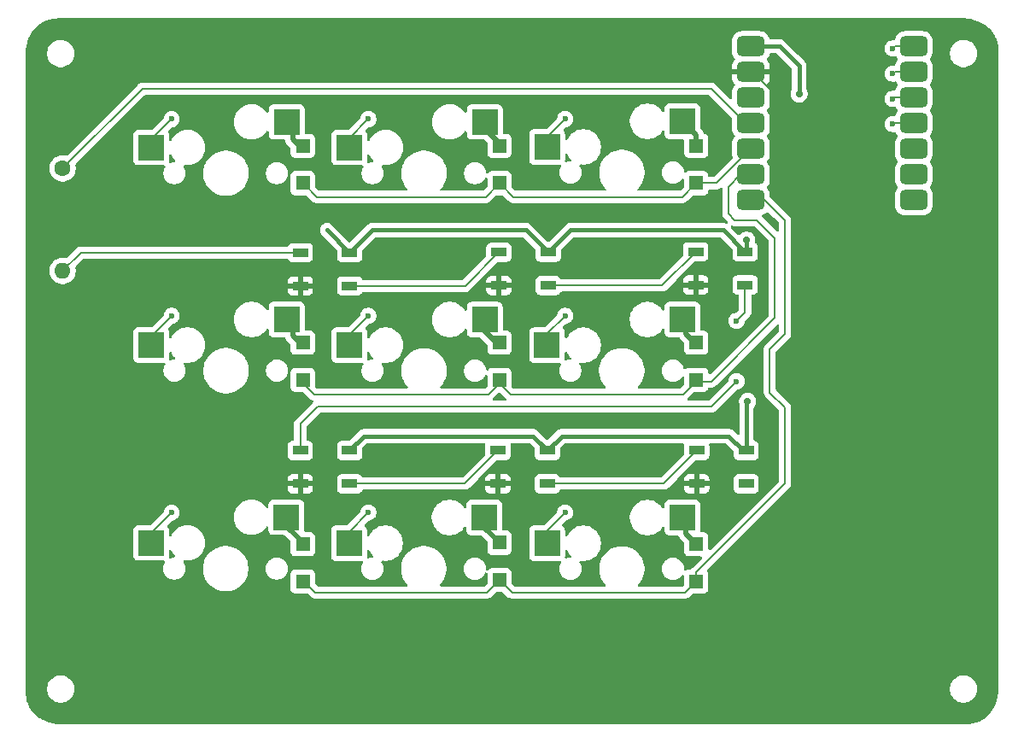
<source format=gbr>
%TF.GenerationSoftware,KiCad,Pcbnew,9.0.0*%
%TF.CreationDate,2025-06-24T12:34:55+10:00*%
%TF.ProjectId,MeowPad,4d656f77-5061-4642-9e6b-696361645f70,rev?*%
%TF.SameCoordinates,Original*%
%TF.FileFunction,Copper,L2,Bot*%
%TF.FilePolarity,Positive*%
%FSLAX46Y46*%
G04 Gerber Fmt 4.6, Leading zero omitted, Abs format (unit mm)*
G04 Created by KiCad (PCBNEW 9.0.0) date 2025-06-24 12:34:55*
%MOMM*%
%LPD*%
G01*
G04 APERTURE LIST*
G04 Aperture macros list*
%AMRoundRect*
0 Rectangle with rounded corners*
0 $1 Rounding radius*
0 $2 $3 $4 $5 $6 $7 $8 $9 X,Y pos of 4 corners*
0 Add a 4 corners polygon primitive as box body*
4,1,4,$2,$3,$4,$5,$6,$7,$8,$9,$2,$3,0*
0 Add four circle primitives for the rounded corners*
1,1,$1+$1,$2,$3*
1,1,$1+$1,$4,$5*
1,1,$1+$1,$6,$7*
1,1,$1+$1,$8,$9*
0 Add four rect primitives between the rounded corners*
20,1,$1+$1,$2,$3,$4,$5,0*
20,1,$1+$1,$4,$5,$6,$7,0*
20,1,$1+$1,$6,$7,$8,$9,0*
20,1,$1+$1,$8,$9,$2,$3,0*%
G04 Aperture macros list end*
%TA.AperFunction,ComponentPad*%
%ADD10C,1.600000*%
%TD*%
%TA.AperFunction,ComponentPad*%
%ADD11O,1.600000X1.600000*%
%TD*%
%TA.AperFunction,SMDPad,CuDef*%
%ADD12R,2.550000X2.500000*%
%TD*%
%TA.AperFunction,SMDPad,CuDef*%
%ADD13R,1.400000X1.400000*%
%TD*%
%TA.AperFunction,SMDPad,CuDef*%
%ADD14RoundRect,0.500000X0.875000X0.500000X-0.875000X0.500000X-0.875000X-0.500000X0.875000X-0.500000X0*%
%TD*%
%TA.AperFunction,SMDPad,CuDef*%
%ADD15R,1.500000X0.900000*%
%TD*%
%TA.AperFunction,ViaPad*%
%ADD16C,0.700000*%
%TD*%
%TA.AperFunction,ViaPad*%
%ADD17C,0.600000*%
%TD*%
%TA.AperFunction,Conductor*%
%ADD18C,0.200000*%
%TD*%
%TA.AperFunction,Conductor*%
%ADD19C,0.400000*%
%TD*%
%TA.AperFunction,Conductor*%
%ADD20C,0.500000*%
%TD*%
G04 APERTURE END LIST*
D10*
%TO.P,R1,1*%
%TO.N,RGB*%
X88124835Y-73166725D03*
D11*
%TO.P,R1,2*%
%TO.N,Net-(LED3-DIN)*%
X88124835Y-83326725D03*
%TD*%
D12*
%TO.P,S2,1*%
%TO.N,COL1*%
X96893000Y-71097000D03*
%TO.P,S2,2*%
%TO.N,Net-(D2-PadA)*%
X110318000Y-68557000D03*
%TD*%
%TO.P,S12,1*%
%TO.N,COL3*%
X136143000Y-110327000D03*
%TO.P,S12,2*%
%TO.N,Net-(D12-PadA)*%
X149568000Y-107787000D03*
%TD*%
%TO.P,S7,1*%
%TO.N,COL2*%
X116533000Y-90687000D03*
%TO.P,S7,2*%
%TO.N,Net-(D7-PadA)*%
X129958000Y-88147000D03*
%TD*%
%TO.P,S8,1*%
%TO.N,COL3*%
X136133000Y-90687000D03*
%TO.P,S8,2*%
%TO.N,Net-(D8-PadA)*%
X149558000Y-88147000D03*
%TD*%
%TO.P,S3,1*%
%TO.N,COL2*%
X116533000Y-71097000D03*
%TO.P,S3,2*%
%TO.N,Net-(D3-PadA)*%
X129958000Y-68557000D03*
%TD*%
%TO.P,S6,1*%
%TO.N,COL1*%
X96903000Y-90677000D03*
%TO.P,S6,2*%
%TO.N,Net-(D6-PadA)*%
X110328000Y-88137000D03*
%TD*%
%TO.P,S10,1*%
%TO.N,COL1*%
X96878000Y-110297000D03*
%TO.P,S10,2*%
%TO.N,Net-(D10-PadA)*%
X110303000Y-107757000D03*
%TD*%
%TO.P,S11,1*%
%TO.N,COL2*%
X116503000Y-110317000D03*
%TO.P,S11,2*%
%TO.N,Net-(D11-PadA)*%
X129928000Y-107777000D03*
%TD*%
%TO.P,S4,1*%
%TO.N,COL3*%
X136143000Y-71037000D03*
%TO.P,S4,2*%
%TO.N,Net-(D4-PadA)*%
X149568000Y-68497000D03*
%TD*%
D13*
%TO.P,D3,A,A*%
%TO.N,Net-(D3-PadA)*%
X131423000Y-70927000D03*
%TO.P,D3,C,C*%
%TO.N,ROW0*%
X131423000Y-74627000D03*
%TD*%
D14*
%TO.P,M1,1,PA02_A0_D0*%
%TO.N,COL0*%
X172505500Y-61062000D03*
%TO.P,M1,2,PA4_A1_D1*%
%TO.N,COL1*%
X172505500Y-63602000D03*
%TO.P,M1,3,PA10_A2_D2*%
%TO.N,COL2*%
X172505500Y-66142000D03*
%TO.P,M1,4,PA11_A3_D3*%
%TO.N,COL3*%
X172505500Y-68682000D03*
%TO.P,M1,5,PA8_A4_D4_SDA*%
%TO.N,ENC_SW*%
X172505500Y-71222000D03*
%TO.P,M1,6,PA9_A5_D5_SCL*%
%TO.N,ENC_A*%
X172505500Y-73762000D03*
%TO.P,M1,7,PB08_A6_D6_TX*%
%TO.N,ENC_B*%
X172505500Y-76302000D03*
%TO.P,M1,8,PB09_A7_D7_RX*%
%TO.N,ROW2*%
X156340500Y-76302000D03*
%TO.P,M1,9,PA7_A8_D8_SCK*%
%TO.N,ROW1*%
X156340500Y-73762000D03*
%TO.P,M1,10,PA5_A9_D9_MISO*%
%TO.N,ROW0*%
X156340500Y-71222000D03*
%TO.P,M1,11,PA6_A10_D10_MOSI*%
%TO.N,RGB*%
X156340500Y-68682000D03*
%TO.P,M1,12,3V3*%
%TO.N,unconnected-(M1-3V3-Pad12)*%
X156340500Y-66142000D03*
%TO.P,M1,13,GND*%
%TO.N,GND*%
X156340500Y-63602000D03*
%TO.P,M1,14,5V*%
%TO.N,+5V*%
X156340500Y-61062000D03*
%TD*%
D13*
%TO.P,D12,A,A*%
%TO.N,Net-(D12-PadA)*%
X150923000Y-110427000D03*
%TO.P,D12,C,C*%
%TO.N,ROW2*%
X150923000Y-114127000D03*
%TD*%
D15*
%TO.P,LED6,1,VDD*%
%TO.N,+5V*%
X116573000Y-101127000D03*
%TO.P,LED6,2,DOUT*%
%TO.N,Net-(LED6-DOUT)*%
X116573000Y-104427000D03*
%TO.P,LED6,3,VSS*%
%TO.N,GND*%
X111673000Y-104427000D03*
%TO.P,LED6,4,DIN*%
%TO.N,DOUT0*%
X111673000Y-101127000D03*
%TD*%
D13*
%TO.P,D2,A,A*%
%TO.N,Net-(D2-PadA)*%
X111923000Y-70927000D03*
%TO.P,D2,C,C*%
%TO.N,ROW0*%
X111923000Y-74627000D03*
%TD*%
%TO.P,D10,A,A*%
%TO.N,Net-(D10-PadA)*%
X111923000Y-110427000D03*
%TO.P,D10,C,C*%
%TO.N,ROW2*%
X111923000Y-114127000D03*
%TD*%
D15*
%TO.P,LED1,1,VDD*%
%TO.N,+5V*%
X155773000Y-81427000D03*
%TO.P,LED1,2,DOUT*%
%TO.N,DOUT0*%
X155773000Y-84727000D03*
%TO.P,LED1,3,VSS*%
%TO.N,GND*%
X150873000Y-84727000D03*
%TO.P,LED1,4,DIN*%
%TO.N,Net-(LED1-DIN)*%
X150873000Y-81427000D03*
%TD*%
D13*
%TO.P,D4,A,A*%
%TO.N,Net-(D4-PadA)*%
X150923000Y-70927000D03*
%TO.P,D4,C,C*%
%TO.N,ROW0*%
X150923000Y-74627000D03*
%TD*%
%TO.P,D7,A,A*%
%TO.N,Net-(D7-PadA)*%
X131423000Y-90427000D03*
%TO.P,D7,C,C*%
%TO.N,ROW1*%
X131423000Y-94127000D03*
%TD*%
D15*
%TO.P,LED3,1,VDD*%
%TO.N,+5V*%
X116573000Y-81527000D03*
%TO.P,LED3,2,DOUT*%
%TO.N,Net-(LED2-DIN)*%
X116573000Y-84827000D03*
%TO.P,LED3,3,VSS*%
%TO.N,GND*%
X111673000Y-84827000D03*
%TO.P,LED3,4,DIN*%
%TO.N,Net-(LED3-DIN)*%
X111673000Y-81527000D03*
%TD*%
%TO.P,LED7,1,VDD*%
%TO.N,+5V*%
X136173000Y-101127000D03*
%TO.P,LED7,2,DOUT*%
%TO.N,Net-(LED7-DOUT)*%
X136173000Y-104427000D03*
%TO.P,LED7,3,VSS*%
%TO.N,GND*%
X131273000Y-104427000D03*
%TO.P,LED7,4,DIN*%
%TO.N,Net-(LED6-DOUT)*%
X131273000Y-101127000D03*
%TD*%
D13*
%TO.P,D11,A,A*%
%TO.N,Net-(D11-PadA)*%
X131423000Y-110277000D03*
%TO.P,D11,C,C*%
%TO.N,ROW2*%
X131423000Y-113977000D03*
%TD*%
D15*
%TO.P,LED8,1,VDD*%
%TO.N,+5V*%
X155873000Y-101127000D03*
%TO.P,LED8,2,DOUT*%
%TO.N,unconnected-(LED8-DOUT-Pad2)*%
X155873000Y-104427000D03*
%TO.P,LED8,3,VSS*%
%TO.N,GND*%
X150973000Y-104427000D03*
%TO.P,LED8,4,DIN*%
%TO.N,Net-(LED7-DOUT)*%
X150973000Y-101127000D03*
%TD*%
%TO.P,LED2,1,VDD*%
%TO.N,+5V*%
X136273000Y-81477000D03*
%TO.P,LED2,2,DOUT*%
%TO.N,Net-(LED1-DIN)*%
X136273000Y-84777000D03*
%TO.P,LED2,3,VSS*%
%TO.N,GND*%
X131373000Y-84777000D03*
%TO.P,LED2,4,DIN*%
%TO.N,Net-(LED2-DIN)*%
X131373000Y-81477000D03*
%TD*%
D13*
%TO.P,D8,A,A*%
%TO.N,Net-(D8-PadA)*%
X150923000Y-90427000D03*
%TO.P,D8,C,C*%
%TO.N,ROW1*%
X150923000Y-94127000D03*
%TD*%
%TO.P,D6,A,A*%
%TO.N,Net-(D6-PadA)*%
X111923000Y-90427000D03*
%TO.P,D6,C,C*%
%TO.N,ROW1*%
X111923000Y-94127000D03*
%TD*%
D16*
%TO.N,+5V*%
X155922976Y-80277000D03*
X156023000Y-96277000D03*
X161122994Y-65777000D03*
D17*
%TO.N,COL0*%
X170423000Y-61277000D03*
%TO.N,COL1*%
X170423000Y-63777000D03*
X98923000Y-87777000D03*
X98923000Y-68277000D03*
X98923000Y-107277000D03*
%TO.N,COL2*%
X118423000Y-68277000D03*
X118423000Y-107277000D03*
X170423000Y-66277000D03*
X118423000Y-87777000D03*
%TO.N,COL3*%
X137923000Y-87777000D03*
X170423000Y-68777000D03*
X137923000Y-68277000D03*
X137923000Y-107277000D03*
%TO.N,DOUT0*%
X154923000Y-88277010D03*
X154922996Y-94277000D03*
%TD*%
D18*
%TO.N,ROW2*%
X156340500Y-76302000D02*
X157715500Y-76302000D01*
X157715500Y-76302000D02*
X159723000Y-78309500D01*
X159723000Y-78309500D02*
X159723000Y-89577000D01*
X159723000Y-89577000D02*
X158223000Y-91077000D01*
X150923000Y-113227000D02*
X150923000Y-114127000D01*
X158223000Y-91077000D02*
X158223000Y-95377000D01*
X158223000Y-95377000D02*
X159723000Y-96877000D01*
X159723000Y-96877000D02*
X159723000Y-104427000D01*
X159723000Y-104427000D02*
X150923000Y-113227000D01*
%TO.N,ROW0*%
X150923000Y-74627000D02*
X152935500Y-74627000D01*
X113287000Y-75991000D02*
X111923000Y-74627000D01*
X152935500Y-74627000D02*
X156340500Y-71222000D01*
X131423000Y-74627000D02*
X132787000Y-75991000D01*
X130059000Y-75991000D02*
X113287000Y-75991000D01*
X131423000Y-74627000D02*
X130059000Y-75991000D01*
X132787000Y-75991000D02*
X149559000Y-75991000D01*
X149559000Y-75991000D02*
X150923000Y-74627000D01*
%TO.N,ROW1*%
X154723000Y-78277000D02*
X154123000Y-77677000D01*
X154123000Y-77677000D02*
X154123000Y-74977000D01*
X131423000Y-94477000D02*
X132527000Y-95581000D01*
X155338000Y-73762000D02*
X156340500Y-73762000D01*
X130319000Y-95581000D02*
X131423000Y-94477000D01*
X111923000Y-94477000D02*
X113027000Y-95581000D01*
X152423000Y-94277000D02*
X158723000Y-87977000D01*
X150923000Y-94277000D02*
X152423000Y-94277000D01*
X156923000Y-78277000D02*
X154723000Y-78277000D01*
X154123000Y-74977000D02*
X155338000Y-73762000D01*
X132527000Y-95581000D02*
X149619000Y-95581000D01*
X158723000Y-80077000D02*
X156923000Y-78277000D01*
X113027000Y-95581000D02*
X130319000Y-95581000D01*
X149619000Y-95581000D02*
X150923000Y-94277000D01*
X158723000Y-87977000D02*
X158723000Y-80077000D01*
%TO.N,ROW2*%
X131423000Y-113977000D02*
X132667000Y-115221000D01*
X113157000Y-115211000D02*
X130189000Y-115211000D01*
X132667000Y-115221000D02*
X149829000Y-115221000D01*
X111923000Y-113977000D02*
X113157000Y-115211000D01*
X149829000Y-115221000D02*
X150923000Y-114127000D01*
X130189000Y-115211000D02*
X131423000Y-113977000D01*
D19*
%TO.N,+5V*%
X161122994Y-62976994D02*
X161122994Y-65777000D01*
X136173000Y-101127000D02*
X134750000Y-99704000D01*
X117996000Y-99704000D02*
X116573000Y-101127000D01*
X138473000Y-79277000D02*
X136273000Y-81477000D01*
X155923000Y-96377000D02*
X156023000Y-96277000D01*
X134750000Y-99704000D02*
X117996000Y-99704000D01*
X116573000Y-81527000D02*
X114323000Y-79277000D01*
X155922976Y-80277000D02*
X155922976Y-81277024D01*
X155923000Y-101077000D02*
X155923000Y-96377000D01*
X156340500Y-61062000D02*
X159208000Y-61062000D01*
D18*
X155923000Y-101077000D02*
X155873000Y-101127000D01*
D19*
X155873000Y-101127000D02*
X155573000Y-101127000D01*
X154150000Y-99704000D02*
X137596000Y-99704000D01*
X153623000Y-79277000D02*
X138473000Y-79277000D01*
X137596000Y-99704000D02*
X136173000Y-101127000D01*
X155573000Y-101127000D02*
X154150000Y-99704000D01*
X134073000Y-79277000D02*
X118823000Y-79277000D01*
X118823000Y-79277000D02*
X116573000Y-81527000D01*
X159208000Y-61062000D02*
X161122994Y-62976994D01*
D18*
X155922976Y-81277024D02*
X155773000Y-81427000D01*
D19*
X136273000Y-81477000D02*
X134073000Y-79277000D01*
X155773000Y-81427000D02*
X153623000Y-79277000D01*
D18*
%TO.N,GND*%
X160573000Y-67677000D02*
X156498000Y-63602000D01*
X156498000Y-63602000D02*
X156340500Y-63602000D01*
%TO.N,COL0*%
X172505500Y-61062000D02*
X170638000Y-61062000D01*
%TO.N,COL1*%
X96893000Y-70307000D02*
X98923000Y-68277000D01*
X96903000Y-90677000D02*
X96903000Y-89797000D01*
X96878000Y-109322000D02*
X98923000Y-107277000D01*
X96893000Y-71097000D02*
X96893000Y-70307000D01*
X96878000Y-110297000D02*
X96878000Y-109322000D01*
X96903000Y-89797000D02*
X98923000Y-87777000D01*
X172505500Y-63602000D02*
X170598000Y-63602000D01*
%TO.N,COL2*%
X116533000Y-70167000D02*
X118423000Y-68277000D01*
X116503000Y-109197000D02*
X118423000Y-107277000D01*
X116533000Y-71097000D02*
X116533000Y-70167000D01*
X116503000Y-110317000D02*
X116503000Y-109197000D01*
X116533000Y-89667000D02*
X118423000Y-87777000D01*
X172505500Y-66142000D02*
X170558000Y-66142000D01*
X116533000Y-90687000D02*
X116533000Y-89667000D01*
%TO.N,RGB*%
X152423000Y-65277000D02*
X155828000Y-68682000D01*
X88124835Y-73166725D02*
X96014560Y-65277000D01*
X96014560Y-65277000D02*
X152423000Y-65277000D01*
X155828000Y-68682000D02*
X156340500Y-68682000D01*
D20*
%TO.N,Net-(D3-PadA)*%
X129923000Y-69212000D02*
X131423000Y-70712000D01*
X131423000Y-70712000D02*
X131423000Y-71277000D01*
%TO.N,Net-(D6-PadA)*%
X110923000Y-88782000D02*
X110923000Y-89777000D01*
X110923000Y-89777000D02*
X111923000Y-90777000D01*
%TO.N,Net-(D2-PadA)*%
X110923000Y-70277000D02*
X111923000Y-71277000D01*
X110923000Y-68557000D02*
X110923000Y-70277000D01*
%TO.N,Net-(D4-PadA)*%
X150923000Y-69852000D02*
X150923000Y-71077000D01*
X149568000Y-68497000D02*
X150923000Y-69852000D01*
%TO.N,Net-(D7-PadA)*%
X129923000Y-88282000D02*
X129923000Y-89277000D01*
X129923000Y-89277000D02*
X131423000Y-90777000D01*
%TO.N,Net-(D8-PadA)*%
X149923000Y-89577000D02*
X150923000Y-90577000D01*
X149923000Y-88282000D02*
X149923000Y-89577000D01*
%TO.N,Net-(D10-PadA)*%
X110423000Y-108282000D02*
X110423000Y-108777000D01*
X110423000Y-108777000D02*
X111923000Y-110277000D01*
%TO.N,Net-(D11-PadA)*%
X129923000Y-108777000D02*
X131423000Y-110277000D01*
X129923000Y-107782000D02*
X129923000Y-108777000D01*
%TO.N,Net-(D12-PadA)*%
X149923000Y-108279500D02*
X149923000Y-109427000D01*
X149923000Y-109427000D02*
X150923000Y-110427000D01*
D18*
%TO.N,COL3*%
X136143000Y-70057000D02*
X137923000Y-68277000D01*
X136143000Y-109057000D02*
X137923000Y-107277000D01*
X136133000Y-90687000D02*
X136133000Y-89567000D01*
X172505500Y-68682000D02*
X170518000Y-68682000D01*
X136143000Y-110327000D02*
X136143000Y-109057000D01*
X136143000Y-71037000D02*
X136143000Y-70057000D01*
X136133000Y-89567000D02*
X137923000Y-87777000D01*
%TO.N,Net-(LED1-DIN)*%
X136273000Y-84777000D02*
X147523000Y-84777000D01*
X147523000Y-84777000D02*
X150873000Y-81427000D01*
%TO.N,Net-(LED2-DIN)*%
X116573000Y-84827000D02*
X128023000Y-84827000D01*
X128023000Y-84827000D02*
X131373000Y-81477000D01*
%TO.N,Net-(LED7-DOUT)*%
X147673000Y-104427000D02*
X150973000Y-101127000D01*
X136173000Y-104427000D02*
X147673000Y-104427000D01*
%TO.N,Net-(LED6-DOUT)*%
X127973000Y-104427000D02*
X131273000Y-101127000D01*
X116573000Y-104427000D02*
X127973000Y-104427000D01*
%TO.N,Net-(LED3-DIN)*%
X89924560Y-81527000D02*
X88124835Y-83326725D01*
X111673000Y-81527000D02*
X89924560Y-81527000D01*
X88124835Y-83326725D02*
X88124835Y-83075165D01*
%TO.N,DOUT0*%
X113373000Y-96777000D02*
X111673000Y-98477000D01*
X155773000Y-84727000D02*
X155773000Y-87427010D01*
X152422996Y-96777000D02*
X113373000Y-96777000D01*
X155773000Y-87427010D02*
X154923000Y-88277010D01*
X111673000Y-98477000D02*
X111673000Y-101127000D01*
X154922996Y-94277000D02*
X152422996Y-96777000D01*
%TD*%
%TA.AperFunction,Conductor*%
%TO.N,GND*%
G36*
X177416743Y-58277568D02*
G01*
X177419131Y-58277647D01*
X177485769Y-58279857D01*
X177493123Y-58280322D01*
X177795540Y-58308536D01*
X177804879Y-58309767D01*
X177901107Y-58326188D01*
X178161933Y-58370699D01*
X178171518Y-58372729D01*
X178530030Y-58463595D01*
X178539906Y-58466540D01*
X178810152Y-58559591D01*
X178879225Y-58583374D01*
X178889403Y-58587389D01*
X179201301Y-58726631D01*
X179211623Y-58731830D01*
X179367364Y-58819625D01*
X179493458Y-58890707D01*
X179503773Y-58897210D01*
X179755644Y-59073884D01*
X179765676Y-59081719D01*
X179989079Y-59275454D01*
X179998535Y-59284576D01*
X180195454Y-59495785D01*
X180204035Y-59506047D01*
X180376346Y-59736292D01*
X180383793Y-59747454D01*
X180532799Y-59999336D01*
X180538927Y-60011085D01*
X180668378Y-60295381D01*
X180672041Y-60304338D01*
X180723293Y-60445082D01*
X180725304Y-60451075D01*
X180773704Y-60608520D01*
X180775372Y-60614472D01*
X180817124Y-60779092D01*
X180818461Y-60784957D01*
X180853756Y-60959189D01*
X180854782Y-60964945D01*
X180882942Y-61147904D01*
X180883674Y-61153512D01*
X180904439Y-61346650D01*
X180904904Y-61352096D01*
X180917726Y-61555297D01*
X180917946Y-61560558D01*
X180922474Y-61780857D01*
X180922500Y-61783405D01*
X180922500Y-124766629D01*
X180922432Y-124770742D01*
X180920142Y-124839746D01*
X180919674Y-124847151D01*
X180891463Y-125149538D01*
X180890232Y-125158880D01*
X180829299Y-125515929D01*
X180827265Y-125525534D01*
X180736407Y-125884016D01*
X180733453Y-125893921D01*
X180616625Y-126233223D01*
X180612609Y-126243402D01*
X180473369Y-126555295D01*
X180468159Y-126565638D01*
X180309296Y-126847450D01*
X180302793Y-126857766D01*
X180126114Y-127109644D01*
X180118279Y-127119676D01*
X179924548Y-127343075D01*
X179915426Y-127352531D01*
X179704212Y-127549455D01*
X179693950Y-127558036D01*
X179463706Y-127730346D01*
X179452544Y-127737793D01*
X179200662Y-127886799D01*
X179188913Y-127892927D01*
X178904621Y-128022377D01*
X178895664Y-128026040D01*
X178754910Y-128077295D01*
X178748917Y-128079306D01*
X178591497Y-128127698D01*
X178585546Y-128129366D01*
X178420918Y-128171121D01*
X178415052Y-128172459D01*
X178240788Y-128207760D01*
X178235032Y-128208785D01*
X178052095Y-128236942D01*
X178046487Y-128237675D01*
X177853346Y-128258440D01*
X177847900Y-128258904D01*
X177644702Y-128271726D01*
X177639441Y-128271946D01*
X177419142Y-128276474D01*
X177416594Y-128276500D01*
X87933370Y-128276500D01*
X87929257Y-128276432D01*
X87860252Y-128274142D01*
X87852847Y-128273674D01*
X87550460Y-128245463D01*
X87541118Y-128244232D01*
X87184069Y-128183299D01*
X87174464Y-128181265D01*
X86815982Y-128090407D01*
X86806084Y-128087455D01*
X86539568Y-127995689D01*
X86466775Y-127970625D01*
X86456596Y-127966609D01*
X86144703Y-127827369D01*
X86134360Y-127822159D01*
X85852548Y-127663296D01*
X85842232Y-127656793D01*
X85590354Y-127480114D01*
X85580322Y-127472279D01*
X85356923Y-127278548D01*
X85347467Y-127269426D01*
X85150543Y-127058212D01*
X85141962Y-127047950D01*
X84969652Y-126817706D01*
X84962205Y-126806544D01*
X84885576Y-126677010D01*
X84813198Y-126554661D01*
X84807071Y-126542913D01*
X84677616Y-126258610D01*
X84673963Y-126249677D01*
X84622695Y-126108888D01*
X84620699Y-126102939D01*
X84572294Y-125945476D01*
X84570638Y-125939568D01*
X84528873Y-125774902D01*
X84527539Y-125769052D01*
X84516490Y-125714509D01*
X84492235Y-125594773D01*
X84491213Y-125589032D01*
X84490926Y-125587169D01*
X84463056Y-125406095D01*
X84462323Y-125400487D01*
X84454935Y-125331772D01*
X84441556Y-125207330D01*
X84441094Y-125201900D01*
X84428270Y-124998660D01*
X84428053Y-124993482D01*
X84423526Y-124773141D01*
X84423500Y-124770594D01*
X84423500Y-124670713D01*
X86572500Y-124670713D01*
X86572500Y-124883286D01*
X86596988Y-125037901D01*
X86605754Y-125093243D01*
X86648270Y-125224094D01*
X86671444Y-125295414D01*
X86767951Y-125484820D01*
X86892890Y-125656786D01*
X87043213Y-125807109D01*
X87215179Y-125932048D01*
X87215181Y-125932049D01*
X87215184Y-125932051D01*
X87404588Y-126028557D01*
X87606757Y-126094246D01*
X87816713Y-126127500D01*
X87816714Y-126127500D01*
X88029286Y-126127500D01*
X88029287Y-126127500D01*
X88239243Y-126094246D01*
X88441412Y-126028557D01*
X88630816Y-125932051D01*
X88683298Y-125893921D01*
X88802786Y-125807109D01*
X88802788Y-125807106D01*
X88802792Y-125807104D01*
X88953104Y-125656792D01*
X88953106Y-125656788D01*
X88953109Y-125656786D01*
X89078048Y-125484820D01*
X89078047Y-125484820D01*
X89078051Y-125484816D01*
X89174557Y-125295412D01*
X89240246Y-125093243D01*
X89273500Y-124883287D01*
X89273500Y-124670713D01*
X176072500Y-124670713D01*
X176072500Y-124883286D01*
X176096988Y-125037901D01*
X176105754Y-125093243D01*
X176148270Y-125224094D01*
X176171444Y-125295414D01*
X176267951Y-125484820D01*
X176392890Y-125656786D01*
X176543213Y-125807109D01*
X176715179Y-125932048D01*
X176715181Y-125932049D01*
X176715184Y-125932051D01*
X176904588Y-126028557D01*
X177106757Y-126094246D01*
X177316713Y-126127500D01*
X177316714Y-126127500D01*
X177529286Y-126127500D01*
X177529287Y-126127500D01*
X177739243Y-126094246D01*
X177941412Y-126028557D01*
X178130816Y-125932051D01*
X178183298Y-125893921D01*
X178302786Y-125807109D01*
X178302788Y-125807106D01*
X178302792Y-125807104D01*
X178453104Y-125656792D01*
X178453106Y-125656788D01*
X178453109Y-125656786D01*
X178578048Y-125484820D01*
X178578047Y-125484820D01*
X178578051Y-125484816D01*
X178674557Y-125295412D01*
X178740246Y-125093243D01*
X178773500Y-124883287D01*
X178773500Y-124670713D01*
X178740246Y-124460757D01*
X178674557Y-124258588D01*
X178578051Y-124069184D01*
X178578049Y-124069181D01*
X178578048Y-124069179D01*
X178453109Y-123897213D01*
X178302786Y-123746890D01*
X178130820Y-123621951D01*
X177941414Y-123525444D01*
X177941413Y-123525443D01*
X177941412Y-123525443D01*
X177739243Y-123459754D01*
X177739241Y-123459753D01*
X177739240Y-123459753D01*
X177577957Y-123434208D01*
X177529287Y-123426500D01*
X177316713Y-123426500D01*
X177268042Y-123434208D01*
X177106760Y-123459753D01*
X176904585Y-123525444D01*
X176715179Y-123621951D01*
X176543213Y-123746890D01*
X176392890Y-123897213D01*
X176267951Y-124069179D01*
X176171444Y-124258585D01*
X176105753Y-124460760D01*
X176072500Y-124670713D01*
X89273500Y-124670713D01*
X89240246Y-124460757D01*
X89174557Y-124258588D01*
X89078051Y-124069184D01*
X89078049Y-124069181D01*
X89078048Y-124069179D01*
X88953109Y-123897213D01*
X88802786Y-123746890D01*
X88630820Y-123621951D01*
X88441414Y-123525444D01*
X88441413Y-123525443D01*
X88441412Y-123525443D01*
X88239243Y-123459754D01*
X88239241Y-123459753D01*
X88239240Y-123459753D01*
X88077957Y-123434208D01*
X88029287Y-123426500D01*
X87816713Y-123426500D01*
X87768042Y-123434208D01*
X87606760Y-123459753D01*
X87404585Y-123525444D01*
X87215179Y-123621951D01*
X87043213Y-123746890D01*
X86892890Y-123897213D01*
X86767951Y-124069179D01*
X86671444Y-124258585D01*
X86605753Y-124460760D01*
X86572500Y-124670713D01*
X84423500Y-124670713D01*
X84423500Y-108999135D01*
X95102500Y-108999135D01*
X95102500Y-111594870D01*
X95102501Y-111594876D01*
X95108908Y-111654483D01*
X95159202Y-111789328D01*
X95159206Y-111789335D01*
X95245452Y-111904544D01*
X95245455Y-111904547D01*
X95360664Y-111990793D01*
X95360671Y-111990797D01*
X95495517Y-112041091D01*
X95495516Y-112041091D01*
X95502444Y-112041835D01*
X95555127Y-112047500D01*
X98157949Y-112047499D01*
X98224988Y-112067184D01*
X98270743Y-112119987D01*
X98280687Y-112189146D01*
X98258267Y-112244384D01*
X98246770Y-112260208D01*
X98168128Y-112414552D01*
X98114597Y-112579302D01*
X98092393Y-112719494D01*
X98087500Y-112750389D01*
X98087500Y-112923611D01*
X98089604Y-112936897D01*
X98109255Y-113060971D01*
X98114598Y-113094701D01*
X98163084Y-113243925D01*
X98168128Y-113259447D01*
X98188098Y-113298640D01*
X98246768Y-113413788D01*
X98348586Y-113553928D01*
X98471072Y-113676414D01*
X98611212Y-113778232D01*
X98765555Y-113856873D01*
X98930299Y-113910402D01*
X99101389Y-113937500D01*
X99101390Y-113937500D01*
X99274610Y-113937500D01*
X99274611Y-113937500D01*
X99445701Y-113910402D01*
X99610445Y-113856873D01*
X99764788Y-113778232D01*
X99904928Y-113676414D01*
X100027414Y-113553928D01*
X100129232Y-113413788D01*
X100207873Y-113259445D01*
X100261402Y-113094701D01*
X100288500Y-112923611D01*
X100288500Y-112750389D01*
X100278854Y-112689486D01*
X102037500Y-112689486D01*
X102037500Y-112984513D01*
X102063852Y-113184668D01*
X102076007Y-113276993D01*
X102150212Y-113553930D01*
X102152361Y-113561951D01*
X102152364Y-113561961D01*
X102265254Y-113834500D01*
X102265258Y-113834510D01*
X102412761Y-114089993D01*
X102592352Y-114324040D01*
X102592358Y-114324047D01*
X102800952Y-114532641D01*
X102800959Y-114532647D01*
X103035006Y-114712238D01*
X103290489Y-114859741D01*
X103290490Y-114859741D01*
X103290493Y-114859743D01*
X103563048Y-114972639D01*
X103848007Y-115048993D01*
X104140494Y-115087500D01*
X104140501Y-115087500D01*
X104435499Y-115087500D01*
X104435506Y-115087500D01*
X104727993Y-115048993D01*
X105012952Y-114972639D01*
X105285507Y-114859743D01*
X105540994Y-114712238D01*
X105775042Y-114532646D01*
X105983646Y-114324042D01*
X106163238Y-114089994D01*
X106310743Y-113834507D01*
X106423639Y-113561952D01*
X106499993Y-113276993D01*
X106538500Y-112984506D01*
X106538500Y-112750389D01*
X108247500Y-112750389D01*
X108247500Y-112923611D01*
X108249604Y-112936897D01*
X108269255Y-113060971D01*
X108274598Y-113094701D01*
X108323084Y-113243925D01*
X108328128Y-113259447D01*
X108348098Y-113298640D01*
X108406768Y-113413788D01*
X108508586Y-113553928D01*
X108631072Y-113676414D01*
X108771212Y-113778232D01*
X108925555Y-113856873D01*
X109090299Y-113910402D01*
X109261389Y-113937500D01*
X109261390Y-113937500D01*
X109434610Y-113937500D01*
X109434611Y-113937500D01*
X109605701Y-113910402D01*
X109770445Y-113856873D01*
X109924788Y-113778232D01*
X110064928Y-113676414D01*
X110187414Y-113553928D01*
X110289232Y-113413788D01*
X110367873Y-113259445D01*
X110421402Y-113094701D01*
X110448500Y-112923611D01*
X110448500Y-112750389D01*
X110421402Y-112579299D01*
X110367873Y-112414555D01*
X110289232Y-112260212D01*
X110187414Y-112120072D01*
X110064928Y-111997586D01*
X109924788Y-111895768D01*
X109784344Y-111824209D01*
X109770447Y-111817128D01*
X109770446Y-111817127D01*
X109770445Y-111817127D01*
X109605701Y-111763598D01*
X109605699Y-111763597D01*
X109605698Y-111763597D01*
X109474271Y-111742781D01*
X109434611Y-111736500D01*
X109261389Y-111736500D01*
X109221728Y-111742781D01*
X109090302Y-111763597D01*
X108925552Y-111817128D01*
X108771211Y-111895768D01*
X108717839Y-111934546D01*
X108631072Y-111997586D01*
X108631070Y-111997588D01*
X108631069Y-111997588D01*
X108508588Y-112120069D01*
X108508588Y-112120070D01*
X108508586Y-112120072D01*
X108486792Y-112150069D01*
X108406768Y-112260211D01*
X108328128Y-112414552D01*
X108274597Y-112579302D01*
X108252393Y-112719494D01*
X108247500Y-112750389D01*
X106538500Y-112750389D01*
X106538500Y-112689494D01*
X106499993Y-112397007D01*
X106423639Y-112112048D01*
X106310743Y-111839493D01*
X106310562Y-111839180D01*
X106163238Y-111584006D01*
X105983647Y-111349959D01*
X105983641Y-111349952D01*
X105775047Y-111141358D01*
X105775040Y-111141352D01*
X105540993Y-110961761D01*
X105285510Y-110814258D01*
X105285500Y-110814254D01*
X105012961Y-110701364D01*
X105012954Y-110701362D01*
X105012952Y-110701361D01*
X104727993Y-110625007D01*
X104663377Y-110616500D01*
X104435513Y-110586500D01*
X104435506Y-110586500D01*
X104140494Y-110586500D01*
X104140486Y-110586500D01*
X103862085Y-110623153D01*
X103848007Y-110625007D01*
X103720247Y-110659240D01*
X103563048Y-110701361D01*
X103563038Y-110701364D01*
X103290499Y-110814254D01*
X103290489Y-110814258D01*
X103035006Y-110961761D01*
X102800959Y-111141352D01*
X102800952Y-111141358D01*
X102592358Y-111349952D01*
X102592352Y-111349959D01*
X102412761Y-111584006D01*
X102265258Y-111839489D01*
X102265254Y-111839499D01*
X102152364Y-112112038D01*
X102152361Y-112112048D01*
X102104623Y-112290212D01*
X102076008Y-112397004D01*
X102076006Y-112397015D01*
X102037500Y-112689486D01*
X100278854Y-112689486D01*
X100261402Y-112579299D01*
X100207873Y-112414555D01*
X100129232Y-112260212D01*
X100103232Y-112224427D01*
X100079753Y-112158622D01*
X100095578Y-112090568D01*
X100145684Y-112041873D01*
X100214162Y-112027997D01*
X100219705Y-112028599D01*
X100353301Y-112046188D01*
X100363250Y-112047498D01*
X100363266Y-112047500D01*
X100363273Y-112047500D01*
X100592727Y-112047500D01*
X100592734Y-112047500D01*
X100820238Y-112017548D01*
X101041887Y-111958158D01*
X101253888Y-111870344D01*
X101452612Y-111755611D01*
X101634661Y-111615919D01*
X101634665Y-111615914D01*
X101634670Y-111615911D01*
X101796911Y-111453670D01*
X101796914Y-111453665D01*
X101796919Y-111453661D01*
X101936611Y-111271612D01*
X102051344Y-111072888D01*
X102139158Y-110860887D01*
X102198548Y-110639238D01*
X102228500Y-110411734D01*
X102228500Y-110182266D01*
X102198548Y-109954762D01*
X102139158Y-109733113D01*
X102072224Y-109571521D01*
X102051349Y-109521123D01*
X102051344Y-109521113D01*
X102051344Y-109521112D01*
X101936611Y-109322388D01*
X101936608Y-109322385D01*
X101936607Y-109322382D01*
X101819932Y-109170330D01*
X101796919Y-109140339D01*
X101796918Y-109140338D01*
X101796911Y-109140330D01*
X101634670Y-108978089D01*
X101634661Y-108978081D01*
X101452617Y-108838392D01*
X101428839Y-108824664D01*
X101310932Y-108756590D01*
X101253890Y-108723657D01*
X101253876Y-108723650D01*
X101041887Y-108635842D01*
X101032034Y-108633202D01*
X100820238Y-108576452D01*
X100782215Y-108571446D01*
X100592741Y-108546500D01*
X100592734Y-108546500D01*
X100363266Y-108546500D01*
X100363258Y-108546500D01*
X100162673Y-108572909D01*
X100135762Y-108576452D01*
X100056888Y-108597586D01*
X99914112Y-108635842D01*
X99702123Y-108723650D01*
X99702109Y-108723657D01*
X99503382Y-108838392D01*
X99321338Y-108978081D01*
X99159081Y-109140338D01*
X99019392Y-109322382D01*
X98904657Y-109521109D01*
X98904655Y-109521113D01*
X98892060Y-109551521D01*
X98848218Y-109605924D01*
X98781924Y-109627988D01*
X98714225Y-109610708D01*
X98666615Y-109559571D01*
X98653499Y-109504067D01*
X98653499Y-108999129D01*
X98653498Y-108999123D01*
X98653497Y-108999116D01*
X98648299Y-108950757D01*
X98647091Y-108939516D01*
X98596797Y-108804671D01*
X98596793Y-108804664D01*
X98510392Y-108689248D01*
X98485974Y-108623784D01*
X98500825Y-108555511D01*
X98521972Y-108527261D01*
X98937665Y-108111570D01*
X98998984Y-108078088D01*
X99001151Y-108077637D01*
X99001840Y-108077500D01*
X99001842Y-108077500D01*
X99156497Y-108046737D01*
X99302179Y-107986394D01*
X99433289Y-107898789D01*
X99544789Y-107787289D01*
X99632394Y-107656179D01*
X99638160Y-107642258D01*
X105077500Y-107642258D01*
X105077500Y-107871741D01*
X105092596Y-107986397D01*
X105107452Y-108099238D01*
X105115491Y-108129240D01*
X105166842Y-108320887D01*
X105254650Y-108532876D01*
X105254657Y-108532890D01*
X105289004Y-108592381D01*
X105362368Y-108719452D01*
X105369392Y-108731617D01*
X105509081Y-108913661D01*
X105509089Y-108913670D01*
X105671330Y-109075911D01*
X105671338Y-109075918D01*
X105671339Y-109075919D01*
X105707978Y-109104033D01*
X105853382Y-109215607D01*
X105853385Y-109215608D01*
X105853388Y-109215611D01*
X106052112Y-109330344D01*
X106052117Y-109330346D01*
X106052123Y-109330349D01*
X106124533Y-109360342D01*
X106264113Y-109418158D01*
X106485762Y-109477548D01*
X106702312Y-109506057D01*
X106713250Y-109507498D01*
X106713266Y-109507500D01*
X106713273Y-109507500D01*
X106942727Y-109507500D01*
X106942734Y-109507500D01*
X107170238Y-109477548D01*
X107391887Y-109418158D01*
X107603888Y-109330344D01*
X107802612Y-109215611D01*
X107984661Y-109075919D01*
X107984665Y-109075914D01*
X107984670Y-109075911D01*
X108146911Y-108913670D01*
X108146914Y-108913665D01*
X108146919Y-108913661D01*
X108286611Y-108731612D01*
X108296114Y-108715152D01*
X108346675Y-108666938D01*
X108415282Y-108653712D01*
X108480148Y-108679677D01*
X108520678Y-108736590D01*
X108527500Y-108777151D01*
X108527500Y-109054869D01*
X108527501Y-109054876D01*
X108533908Y-109114483D01*
X108584202Y-109249328D01*
X108584206Y-109249335D01*
X108670452Y-109364544D01*
X108670455Y-109364547D01*
X108785664Y-109450793D01*
X108785671Y-109450797D01*
X108920517Y-109501091D01*
X108920516Y-109501091D01*
X108927444Y-109501835D01*
X108980127Y-109507500D01*
X110040769Y-109507499D01*
X110107808Y-109527183D01*
X110128450Y-109543818D01*
X110686181Y-110101548D01*
X110719666Y-110162871D01*
X110722500Y-110189229D01*
X110722500Y-111174870D01*
X110722501Y-111174876D01*
X110728908Y-111234483D01*
X110779202Y-111369328D01*
X110779206Y-111369335D01*
X110865452Y-111484544D01*
X110865455Y-111484547D01*
X110980664Y-111570793D01*
X110980671Y-111570797D01*
X111115517Y-111621091D01*
X111115516Y-111621091D01*
X111122444Y-111621835D01*
X111175127Y-111627500D01*
X112670872Y-111627499D01*
X112730483Y-111621091D01*
X112865331Y-111570796D01*
X112980546Y-111484546D01*
X113066796Y-111369331D01*
X113117091Y-111234483D01*
X113123500Y-111174873D01*
X113123499Y-109679128D01*
X113117091Y-109619517D01*
X113114493Y-109612552D01*
X113066797Y-109484671D01*
X113066793Y-109484664D01*
X112980547Y-109369455D01*
X112980544Y-109369452D01*
X112865335Y-109283206D01*
X112865328Y-109283202D01*
X112730482Y-109232908D01*
X112730483Y-109232908D01*
X112670883Y-109226501D01*
X112670881Y-109226500D01*
X112670873Y-109226500D01*
X112670865Y-109226500D01*
X112198094Y-109226500D01*
X112186388Y-109223062D01*
X112174240Y-109224184D01*
X112153487Y-109213402D01*
X112131055Y-109206815D01*
X112123067Y-109197597D01*
X112112239Y-109191971D01*
X112100609Y-109171678D01*
X112085300Y-109154011D01*
X112082707Y-109140441D01*
X112077497Y-109131351D01*
X112075749Y-109104033D01*
X112074254Y-109096206D01*
X112074431Y-109092715D01*
X112078500Y-109054873D01*
X112078500Y-109019135D01*
X114727500Y-109019135D01*
X114727500Y-111614870D01*
X114727501Y-111614876D01*
X114733908Y-111674483D01*
X114784202Y-111809328D01*
X114784206Y-111809335D01*
X114870452Y-111924544D01*
X114870455Y-111924547D01*
X114985664Y-112010793D01*
X114985671Y-112010797D01*
X115120517Y-112061091D01*
X115120516Y-112061091D01*
X115127444Y-112061835D01*
X115180127Y-112067500D01*
X117782949Y-112067499D01*
X117849988Y-112087184D01*
X117895743Y-112139987D01*
X117905687Y-112209146D01*
X117883267Y-112264384D01*
X117871770Y-112280208D01*
X117793128Y-112434552D01*
X117739597Y-112599302D01*
X117712500Y-112770389D01*
X117712500Y-112943610D01*
X117736429Y-113094697D01*
X117739598Y-113114701D01*
X117793127Y-113279445D01*
X117871768Y-113433788D01*
X117973586Y-113573928D01*
X118096072Y-113696414D01*
X118236212Y-113798232D01*
X118390555Y-113876873D01*
X118555299Y-113930402D01*
X118726389Y-113957500D01*
X118726390Y-113957500D01*
X118899610Y-113957500D01*
X118899611Y-113957500D01*
X119070701Y-113930402D01*
X119235445Y-113876873D01*
X119389788Y-113798232D01*
X119529928Y-113696414D01*
X119652414Y-113573928D01*
X119754232Y-113433788D01*
X119832873Y-113279445D01*
X119886402Y-113114701D01*
X119913500Y-112943611D01*
X119913500Y-112770389D01*
X119886402Y-112599299D01*
X119832873Y-112434555D01*
X119754232Y-112280212D01*
X119728232Y-112244427D01*
X119704753Y-112178622D01*
X119720578Y-112110568D01*
X119770684Y-112061873D01*
X119839162Y-112047997D01*
X119844705Y-112048599D01*
X119978301Y-112066188D01*
X119988250Y-112067498D01*
X119988266Y-112067500D01*
X119988273Y-112067500D01*
X120217727Y-112067500D01*
X120217734Y-112067500D01*
X120445238Y-112037548D01*
X120666887Y-111978158D01*
X120878888Y-111890344D01*
X121077612Y-111775611D01*
X121259661Y-111635919D01*
X121259665Y-111635914D01*
X121259670Y-111635911D01*
X121421911Y-111473670D01*
X121421914Y-111473665D01*
X121421919Y-111473661D01*
X121561611Y-111291612D01*
X121676344Y-111092888D01*
X121764158Y-110880887D01*
X121823548Y-110659238D01*
X121853500Y-110431734D01*
X121853500Y-110202266D01*
X121823548Y-109974762D01*
X121764158Y-109753113D01*
X121703190Y-109605924D01*
X121676349Y-109541123D01*
X121676344Y-109541113D01*
X121676344Y-109541112D01*
X121561611Y-109342388D01*
X121561608Y-109342385D01*
X121561607Y-109342382D01*
X121460764Y-109210962D01*
X121421919Y-109160339D01*
X121421918Y-109160338D01*
X121421911Y-109160330D01*
X121259670Y-108998089D01*
X121259661Y-108998081D01*
X121077617Y-108858392D01*
X121019210Y-108824671D01*
X120910001Y-108761619D01*
X120878890Y-108743657D01*
X120878876Y-108743650D01*
X120666887Y-108655842D01*
X120582407Y-108633206D01*
X120445238Y-108596452D01*
X120407215Y-108591446D01*
X120217741Y-108566500D01*
X120217734Y-108566500D01*
X119988266Y-108566500D01*
X119988258Y-108566500D01*
X119771715Y-108595009D01*
X119760762Y-108596452D01*
X119700287Y-108612656D01*
X119539112Y-108655842D01*
X119327123Y-108743650D01*
X119327109Y-108743657D01*
X119128382Y-108858392D01*
X118946338Y-108998081D01*
X118784081Y-109160338D01*
X118644392Y-109342382D01*
X118529657Y-109541109D01*
X118529655Y-109541113D01*
X118517060Y-109571521D01*
X118473218Y-109625924D01*
X118406924Y-109647988D01*
X118339225Y-109630708D01*
X118291615Y-109579571D01*
X118278499Y-109524067D01*
X118278499Y-109019129D01*
X118278498Y-109019123D01*
X118278497Y-109019116D01*
X118272091Y-108959517D01*
X118266180Y-108943670D01*
X118221797Y-108824671D01*
X118221793Y-108824664D01*
X118135547Y-108709455D01*
X118122485Y-108699677D01*
X118080959Y-108668590D01*
X118039089Y-108612656D01*
X118034105Y-108542964D01*
X118067588Y-108481645D01*
X118437662Y-108111572D01*
X118498983Y-108078089D01*
X118501150Y-108077638D01*
X118559085Y-108066113D01*
X118656497Y-108046737D01*
X118802179Y-107986394D01*
X118933289Y-107898789D01*
X119044789Y-107787289D01*
X119128332Y-107662258D01*
X124702500Y-107662258D01*
X124702500Y-107891741D01*
X124722907Y-108046737D01*
X124732452Y-108119238D01*
X124753499Y-108197788D01*
X124791842Y-108340887D01*
X124879650Y-108552876D01*
X124879657Y-108552890D01*
X124910581Y-108606452D01*
X124975821Y-108719452D01*
X124994392Y-108751617D01*
X125134081Y-108933661D01*
X125134089Y-108933670D01*
X125296330Y-109095911D01*
X125296338Y-109095918D01*
X125296339Y-109095919D01*
X125309361Y-109105911D01*
X125478382Y-109235607D01*
X125478385Y-109235608D01*
X125478388Y-109235611D01*
X125677112Y-109350344D01*
X125677117Y-109350346D01*
X125677123Y-109350349D01*
X125759678Y-109384544D01*
X125889113Y-109438158D01*
X126110762Y-109497548D01*
X126327312Y-109526057D01*
X126338250Y-109527498D01*
X126338266Y-109527500D01*
X126338273Y-109527500D01*
X126567727Y-109527500D01*
X126567734Y-109527500D01*
X126795238Y-109497548D01*
X127016887Y-109438158D01*
X127228888Y-109350344D01*
X127427612Y-109235611D01*
X127609661Y-109095919D01*
X127609665Y-109095914D01*
X127609670Y-109095911D01*
X127771911Y-108933670D01*
X127771914Y-108933665D01*
X127771919Y-108933661D01*
X127911611Y-108751612D01*
X127921114Y-108735152D01*
X127971675Y-108686938D01*
X128040282Y-108673712D01*
X128105148Y-108699677D01*
X128145678Y-108756590D01*
X128152500Y-108797151D01*
X128152500Y-109074869D01*
X128152501Y-109074876D01*
X128158908Y-109134483D01*
X128209202Y-109269328D01*
X128209206Y-109269335D01*
X128295452Y-109384544D01*
X128295455Y-109384547D01*
X128410664Y-109470793D01*
X128410671Y-109470797D01*
X128545517Y-109521091D01*
X128545516Y-109521091D01*
X128552444Y-109521835D01*
X128605127Y-109527500D01*
X129560769Y-109527499D01*
X129627808Y-109547183D01*
X129648450Y-109563818D01*
X130186181Y-110101548D01*
X130219666Y-110162871D01*
X130222500Y-110189229D01*
X130222500Y-111024870D01*
X130222501Y-111024876D01*
X130228908Y-111084483D01*
X130279202Y-111219328D01*
X130279206Y-111219335D01*
X130365452Y-111334544D01*
X130365455Y-111334547D01*
X130480664Y-111420793D01*
X130480671Y-111420797D01*
X130615517Y-111471091D01*
X130615516Y-111471091D01*
X130622444Y-111471835D01*
X130675127Y-111477500D01*
X132170872Y-111477499D01*
X132230483Y-111471091D01*
X132365331Y-111420796D01*
X132480546Y-111334546D01*
X132566796Y-111219331D01*
X132617091Y-111084483D01*
X132623500Y-111024873D01*
X132623499Y-109529128D01*
X132617229Y-109470797D01*
X132617091Y-109469516D01*
X132566797Y-109334671D01*
X132566793Y-109334664D01*
X132480547Y-109219455D01*
X132480544Y-109219452D01*
X132365332Y-109133204D01*
X132230482Y-109082908D01*
X132230483Y-109082908D01*
X132170883Y-109076501D01*
X132170881Y-109076500D01*
X132170873Y-109076500D01*
X132170865Y-109076500D01*
X131827500Y-109076500D01*
X131760461Y-109056815D01*
X131736476Y-109029135D01*
X134367500Y-109029135D01*
X134367500Y-111624870D01*
X134367501Y-111624876D01*
X134373908Y-111684483D01*
X134424202Y-111819328D01*
X134424206Y-111819335D01*
X134510452Y-111934544D01*
X134510455Y-111934547D01*
X134625664Y-112020793D01*
X134625671Y-112020797D01*
X134760517Y-112071091D01*
X134760516Y-112071091D01*
X134767444Y-112071835D01*
X134820127Y-112077500D01*
X137422949Y-112077499D01*
X137489988Y-112097184D01*
X137535743Y-112149987D01*
X137545687Y-112219146D01*
X137523267Y-112274384D01*
X137511770Y-112290208D01*
X137433128Y-112444552D01*
X137379597Y-112609302D01*
X137352500Y-112780389D01*
X137352500Y-112953610D01*
X137378013Y-113114697D01*
X137379598Y-113124701D01*
X137433127Y-113289445D01*
X137511768Y-113443788D01*
X137613586Y-113583928D01*
X137736072Y-113706414D01*
X137876212Y-113808232D01*
X138030555Y-113886873D01*
X138195299Y-113940402D01*
X138366389Y-113967500D01*
X138366390Y-113967500D01*
X138539610Y-113967500D01*
X138539611Y-113967500D01*
X138710701Y-113940402D01*
X138875445Y-113886873D01*
X139029788Y-113808232D01*
X139169928Y-113706414D01*
X139292414Y-113583928D01*
X139394232Y-113443788D01*
X139472873Y-113289445D01*
X139526402Y-113124701D01*
X139553500Y-112953611D01*
X139553500Y-112780389D01*
X139526402Y-112609299D01*
X139472873Y-112444555D01*
X139394232Y-112290212D01*
X139368232Y-112254427D01*
X139344753Y-112188622D01*
X139360578Y-112120568D01*
X139410684Y-112071873D01*
X139479162Y-112057997D01*
X139484705Y-112058599D01*
X139618301Y-112076188D01*
X139628250Y-112077498D01*
X139628266Y-112077500D01*
X139628273Y-112077500D01*
X139857727Y-112077500D01*
X139857734Y-112077500D01*
X140085238Y-112047548D01*
X140306887Y-111988158D01*
X140518888Y-111900344D01*
X140717612Y-111785611D01*
X140899661Y-111645919D01*
X140899665Y-111645914D01*
X140899670Y-111645911D01*
X141061911Y-111483670D01*
X141061914Y-111483665D01*
X141061919Y-111483661D01*
X141201611Y-111301612D01*
X141316344Y-111102888D01*
X141404158Y-110890887D01*
X141463548Y-110669238D01*
X141493500Y-110441734D01*
X141493500Y-110212266D01*
X141463548Y-109984762D01*
X141404158Y-109763113D01*
X141344678Y-109619516D01*
X141316349Y-109551123D01*
X141316344Y-109551113D01*
X141316344Y-109551112D01*
X141201611Y-109352388D01*
X141201608Y-109352385D01*
X141201607Y-109352382D01*
X141099607Y-109219455D01*
X141061919Y-109170339D01*
X141061918Y-109170338D01*
X141061911Y-109170330D01*
X140899670Y-109008089D01*
X140899661Y-109008081D01*
X140717617Y-108868392D01*
X140700296Y-108858392D01*
X140559583Y-108777151D01*
X140518890Y-108753657D01*
X140518876Y-108753650D01*
X140306887Y-108665842D01*
X140269566Y-108655842D01*
X140085238Y-108606452D01*
X140047215Y-108601446D01*
X139857741Y-108576500D01*
X139857734Y-108576500D01*
X139628266Y-108576500D01*
X139628258Y-108576500D01*
X139425417Y-108603206D01*
X139400762Y-108606452D01*
X139331879Y-108624909D01*
X139179112Y-108665842D01*
X138967123Y-108753650D01*
X138967109Y-108753657D01*
X138768382Y-108868392D01*
X138586338Y-109008081D01*
X138424081Y-109170338D01*
X138284392Y-109352382D01*
X138169657Y-109551109D01*
X138169655Y-109551113D01*
X138157060Y-109581521D01*
X138113218Y-109635924D01*
X138046924Y-109657988D01*
X137979225Y-109640708D01*
X137931615Y-109589571D01*
X137918499Y-109534067D01*
X137918499Y-109029129D01*
X137918498Y-109029123D01*
X137918497Y-109029116D01*
X137912091Y-108969517D01*
X137908361Y-108959517D01*
X137861797Y-108834671D01*
X137861793Y-108834664D01*
X137775547Y-108719455D01*
X137775544Y-108719452D01*
X137660335Y-108633206D01*
X137652546Y-108628953D01*
X137653570Y-108627075D01*
X137607236Y-108592381D01*
X137582827Y-108526914D01*
X137597687Y-108458642D01*
X137618827Y-108430407D01*
X137937662Y-108111572D01*
X137998983Y-108078089D01*
X138001150Y-108077638D01*
X138059085Y-108066113D01*
X138156497Y-108046737D01*
X138302179Y-107986394D01*
X138433289Y-107898789D01*
X138544789Y-107787289D01*
X138632394Y-107656179D01*
X138692737Y-107510497D01*
X138723500Y-107355842D01*
X138723500Y-107198158D01*
X138723500Y-107198155D01*
X138723499Y-107198153D01*
X138692738Y-107043510D01*
X138692738Y-107043508D01*
X138692737Y-107043503D01*
X138666893Y-106981109D01*
X138632397Y-106897827D01*
X138632390Y-106897814D01*
X138544789Y-106766711D01*
X138544786Y-106766707D01*
X138433292Y-106655213D01*
X138433288Y-106655210D01*
X138302185Y-106567609D01*
X138302172Y-106567602D01*
X138156501Y-106507264D01*
X138156489Y-106507261D01*
X138001845Y-106476500D01*
X138001842Y-106476500D01*
X137844158Y-106476500D01*
X137844155Y-106476500D01*
X137689510Y-106507261D01*
X137689498Y-106507264D01*
X137543827Y-106567602D01*
X137543814Y-106567609D01*
X137412711Y-106655210D01*
X137412707Y-106655213D01*
X137301213Y-106766707D01*
X137301210Y-106766711D01*
X137213609Y-106897814D01*
X137213602Y-106897827D01*
X137153264Y-107043498D01*
X137153261Y-107043508D01*
X137122361Y-107198850D01*
X137089976Y-107260761D01*
X137088425Y-107262339D01*
X135810582Y-108540181D01*
X135749259Y-108573666D01*
X135722901Y-108576500D01*
X134820129Y-108576500D01*
X134820123Y-108576501D01*
X134760516Y-108582908D01*
X134625671Y-108633202D01*
X134625664Y-108633206D01*
X134510455Y-108719452D01*
X134510452Y-108719455D01*
X134424206Y-108834664D01*
X134424202Y-108834671D01*
X134373908Y-108969517D01*
X134368575Y-109019127D01*
X134367501Y-109029123D01*
X134367500Y-109029135D01*
X131736476Y-109029135D01*
X131714706Y-109004011D01*
X131703500Y-108952500D01*
X131703499Y-106479129D01*
X131703498Y-106479123D01*
X131703497Y-106479116D01*
X131697091Y-106419517D01*
X131689631Y-106399517D01*
X131646797Y-106284671D01*
X131646793Y-106284664D01*
X131560547Y-106169455D01*
X131560544Y-106169452D01*
X131445335Y-106083206D01*
X131445328Y-106083202D01*
X131310482Y-106032908D01*
X131310483Y-106032908D01*
X131250883Y-106026501D01*
X131250881Y-106026500D01*
X131250873Y-106026500D01*
X131250864Y-106026500D01*
X128605129Y-106026500D01*
X128605123Y-106026501D01*
X128545516Y-106032908D01*
X128410671Y-106083202D01*
X128410664Y-106083206D01*
X128295455Y-106169452D01*
X128295452Y-106169455D01*
X128209206Y-106284664D01*
X128209202Y-106284671D01*
X128158908Y-106419517D01*
X128152782Y-106476500D01*
X128152501Y-106479123D01*
X128152500Y-106479135D01*
X128152500Y-106756846D01*
X128132815Y-106823885D01*
X128080011Y-106869640D01*
X128010853Y-106879584D01*
X127947297Y-106850559D01*
X127921114Y-106818848D01*
X127912475Y-106803885D01*
X127911611Y-106802388D01*
X127911608Y-106802385D01*
X127911607Y-106802382D01*
X127779592Y-106630339D01*
X127771919Y-106620339D01*
X127771918Y-106620338D01*
X127771911Y-106620330D01*
X127609670Y-106458089D01*
X127609661Y-106458081D01*
X127427617Y-106318392D01*
X127369210Y-106284671D01*
X127334557Y-106264664D01*
X127228890Y-106203657D01*
X127228876Y-106203650D01*
X127016887Y-106115842D01*
X126932407Y-106093206D01*
X126795238Y-106056452D01*
X126757215Y-106051446D01*
X126567741Y-106026500D01*
X126567734Y-106026500D01*
X126338266Y-106026500D01*
X126338258Y-106026500D01*
X126121715Y-106055009D01*
X126110762Y-106056452D01*
X126017076Y-106081554D01*
X125889112Y-106115842D01*
X125677123Y-106203650D01*
X125677109Y-106203657D01*
X125478382Y-106318392D01*
X125296338Y-106458081D01*
X125134081Y-106620338D01*
X124994392Y-106802382D01*
X124879657Y-107001109D01*
X124879650Y-107001123D01*
X124791842Y-107213112D01*
X124732453Y-107434759D01*
X124732451Y-107434770D01*
X124702500Y-107662258D01*
X119128332Y-107662258D01*
X119132394Y-107656179D01*
X119192737Y-107510497D01*
X119223500Y-107355842D01*
X119223500Y-107198158D01*
X119223500Y-107198155D01*
X119223499Y-107198153D01*
X119192738Y-107043510D01*
X119192738Y-107043508D01*
X119192737Y-107043503D01*
X119166893Y-106981109D01*
X119132397Y-106897827D01*
X119132390Y-106897814D01*
X119044789Y-106766711D01*
X119044786Y-106766707D01*
X118933292Y-106655213D01*
X118933288Y-106655210D01*
X118802185Y-106567609D01*
X118802172Y-106567602D01*
X118656501Y-106507264D01*
X118656489Y-106507261D01*
X118501845Y-106476500D01*
X118501842Y-106476500D01*
X118344158Y-106476500D01*
X118344155Y-106476500D01*
X118189510Y-106507261D01*
X118189498Y-106507264D01*
X118043827Y-106567602D01*
X118043814Y-106567609D01*
X117912711Y-106655210D01*
X117912707Y-106655213D01*
X117801213Y-106766707D01*
X117801210Y-106766711D01*
X117713609Y-106897814D01*
X117713602Y-106897827D01*
X117653264Y-107043498D01*
X117653261Y-107043508D01*
X117622361Y-107198850D01*
X117589976Y-107260761D01*
X117588425Y-107262339D01*
X116320582Y-108530181D01*
X116259259Y-108563666D01*
X116232901Y-108566500D01*
X115180129Y-108566500D01*
X115180123Y-108566501D01*
X115120516Y-108572908D01*
X114985671Y-108623202D01*
X114985664Y-108623206D01*
X114870455Y-108709452D01*
X114870452Y-108709455D01*
X114784206Y-108824664D01*
X114784202Y-108824671D01*
X114733908Y-108959517D01*
X114728195Y-109012660D01*
X114727501Y-109019123D01*
X114727500Y-109019135D01*
X112078500Y-109019135D01*
X112078499Y-106459128D01*
X112072091Y-106399517D01*
X112041833Y-106318392D01*
X112021797Y-106264671D01*
X112021793Y-106264664D01*
X111935547Y-106149455D01*
X111935544Y-106149452D01*
X111820335Y-106063206D01*
X111820328Y-106063202D01*
X111685482Y-106012908D01*
X111685483Y-106012908D01*
X111625883Y-106006501D01*
X111625881Y-106006500D01*
X111625873Y-106006500D01*
X111625864Y-106006500D01*
X108980129Y-106006500D01*
X108980123Y-106006501D01*
X108920516Y-106012908D01*
X108785671Y-106063202D01*
X108785664Y-106063206D01*
X108670455Y-106149452D01*
X108670452Y-106149455D01*
X108584206Y-106264664D01*
X108584202Y-106264671D01*
X108533908Y-106399517D01*
X108527501Y-106459116D01*
X108527501Y-106459123D01*
X108527500Y-106459135D01*
X108527500Y-106736846D01*
X108507815Y-106803885D01*
X108455011Y-106849640D01*
X108385853Y-106859584D01*
X108322297Y-106830559D01*
X108296114Y-106798848D01*
X108286611Y-106782388D01*
X108286608Y-106782385D01*
X108286607Y-106782382D01*
X108169932Y-106630330D01*
X108146919Y-106600339D01*
X108146918Y-106600338D01*
X108146911Y-106600330D01*
X107984670Y-106438089D01*
X107984661Y-106438081D01*
X107802617Y-106298392D01*
X107778839Y-106284664D01*
X107718620Y-106249896D01*
X107603890Y-106183657D01*
X107603876Y-106183650D01*
X107391887Y-106095842D01*
X107344728Y-106083206D01*
X107170238Y-106036452D01*
X107132215Y-106031446D01*
X106942741Y-106006500D01*
X106942734Y-106006500D01*
X106713266Y-106006500D01*
X106713258Y-106006500D01*
X106512673Y-106032909D01*
X106485762Y-106036452D01*
X106392076Y-106061554D01*
X106264112Y-106095842D01*
X106052123Y-106183650D01*
X106052109Y-106183657D01*
X105853382Y-106298392D01*
X105671338Y-106438081D01*
X105509081Y-106600338D01*
X105369392Y-106782382D01*
X105254657Y-106981109D01*
X105254650Y-106981123D01*
X105166842Y-107193112D01*
X105107453Y-107414759D01*
X105107451Y-107414770D01*
X105077500Y-107642258D01*
X99638160Y-107642258D01*
X99692737Y-107510497D01*
X99723500Y-107355842D01*
X99723500Y-107198158D01*
X99723500Y-107198155D01*
X99723499Y-107198153D01*
X99692738Y-107043510D01*
X99692738Y-107043508D01*
X99692737Y-107043503D01*
X99666893Y-106981109D01*
X99632397Y-106897827D01*
X99632390Y-106897814D01*
X99544789Y-106766711D01*
X99544786Y-106766707D01*
X99433292Y-106655213D01*
X99433288Y-106655210D01*
X99302185Y-106567609D01*
X99302172Y-106567602D01*
X99156501Y-106507264D01*
X99156489Y-106507261D01*
X99001845Y-106476500D01*
X99001842Y-106476500D01*
X98844158Y-106476500D01*
X98844155Y-106476500D01*
X98689510Y-106507261D01*
X98689498Y-106507264D01*
X98543827Y-106567602D01*
X98543814Y-106567609D01*
X98412711Y-106655210D01*
X98412707Y-106655213D01*
X98301213Y-106766707D01*
X98301210Y-106766711D01*
X98213609Y-106897814D01*
X98213602Y-106897827D01*
X98153264Y-107043498D01*
X98153261Y-107043508D01*
X98122362Y-107198848D01*
X98089977Y-107260759D01*
X98088426Y-107262337D01*
X96840582Y-108510181D01*
X96779259Y-108543666D01*
X96752901Y-108546500D01*
X95555129Y-108546500D01*
X95555123Y-108546501D01*
X95495516Y-108552908D01*
X95360671Y-108603202D01*
X95360664Y-108603206D01*
X95245455Y-108689452D01*
X95245452Y-108689455D01*
X95159206Y-108804664D01*
X95159202Y-108804671D01*
X95108908Y-108939517D01*
X95102501Y-108999116D01*
X95102501Y-108999123D01*
X95102500Y-108999135D01*
X84423500Y-108999135D01*
X84423500Y-104924844D01*
X110423000Y-104924844D01*
X110429401Y-104984372D01*
X110429403Y-104984379D01*
X110479645Y-105119086D01*
X110479649Y-105119093D01*
X110565809Y-105234187D01*
X110565812Y-105234190D01*
X110680906Y-105320350D01*
X110680913Y-105320354D01*
X110815620Y-105370596D01*
X110815627Y-105370598D01*
X110875155Y-105376999D01*
X110875172Y-105377000D01*
X111423000Y-105377000D01*
X111923000Y-105377000D01*
X112470828Y-105377000D01*
X112470844Y-105376999D01*
X112530372Y-105370598D01*
X112530379Y-105370596D01*
X112665086Y-105320354D01*
X112665093Y-105320350D01*
X112780187Y-105234190D01*
X112780190Y-105234187D01*
X112866350Y-105119093D01*
X112866354Y-105119086D01*
X112916596Y-104984379D01*
X112916598Y-104984372D01*
X112922999Y-104924844D01*
X112923000Y-104924827D01*
X112923000Y-104677000D01*
X111923000Y-104677000D01*
X111923000Y-105377000D01*
X111423000Y-105377000D01*
X111423000Y-104677000D01*
X110423000Y-104677000D01*
X110423000Y-104924844D01*
X84423500Y-104924844D01*
X84423500Y-103929155D01*
X110423000Y-103929155D01*
X110423000Y-104177000D01*
X111423000Y-104177000D01*
X111923000Y-104177000D01*
X112923000Y-104177000D01*
X112923000Y-103929172D01*
X112922999Y-103929155D01*
X112916598Y-103869627D01*
X112916596Y-103869620D01*
X112866354Y-103734913D01*
X112866350Y-103734906D01*
X112780190Y-103619812D01*
X112780187Y-103619809D01*
X112665093Y-103533649D01*
X112665086Y-103533645D01*
X112530379Y-103483403D01*
X112530372Y-103483401D01*
X112470844Y-103477000D01*
X111923000Y-103477000D01*
X111923000Y-104177000D01*
X111423000Y-104177000D01*
X111423000Y-103477000D01*
X110875155Y-103477000D01*
X110815627Y-103483401D01*
X110815620Y-103483403D01*
X110680913Y-103533645D01*
X110680906Y-103533649D01*
X110565812Y-103619809D01*
X110565809Y-103619812D01*
X110479649Y-103734906D01*
X110479645Y-103734913D01*
X110429403Y-103869620D01*
X110429401Y-103869627D01*
X110423000Y-103929155D01*
X84423500Y-103929155D01*
X84423500Y-89379135D01*
X95127500Y-89379135D01*
X95127500Y-91974870D01*
X95127501Y-91974876D01*
X95133908Y-92034483D01*
X95184202Y-92169328D01*
X95184206Y-92169335D01*
X95270452Y-92284544D01*
X95270455Y-92284547D01*
X95385664Y-92370793D01*
X95385671Y-92370797D01*
X95520517Y-92421091D01*
X95520516Y-92421091D01*
X95527444Y-92421835D01*
X95580127Y-92427500D01*
X98182949Y-92427499D01*
X98249988Y-92447184D01*
X98295743Y-92499987D01*
X98305687Y-92569146D01*
X98283267Y-92624384D01*
X98271770Y-92640208D01*
X98193128Y-92794552D01*
X98139597Y-92959302D01*
X98112500Y-93130389D01*
X98112500Y-93303610D01*
X98124460Y-93379127D01*
X98139598Y-93474701D01*
X98193127Y-93639445D01*
X98271768Y-93793788D01*
X98373586Y-93933928D01*
X98496072Y-94056414D01*
X98636212Y-94158232D01*
X98790555Y-94236873D01*
X98955299Y-94290402D01*
X99126389Y-94317500D01*
X99126390Y-94317500D01*
X99299610Y-94317500D01*
X99299611Y-94317500D01*
X99470701Y-94290402D01*
X99635445Y-94236873D01*
X99789788Y-94158232D01*
X99929928Y-94056414D01*
X100052414Y-93933928D01*
X100154232Y-93793788D01*
X100232873Y-93639445D01*
X100286402Y-93474701D01*
X100313500Y-93303611D01*
X100313500Y-93130389D01*
X100303854Y-93069486D01*
X102062500Y-93069486D01*
X102062500Y-93364513D01*
X102089238Y-93567602D01*
X102101007Y-93656993D01*
X102175212Y-93933930D01*
X102177361Y-93941951D01*
X102177364Y-93941961D01*
X102290254Y-94214500D01*
X102290258Y-94214510D01*
X102437761Y-94469993D01*
X102617352Y-94704040D01*
X102617358Y-94704047D01*
X102825952Y-94912641D01*
X102825959Y-94912647D01*
X103060006Y-95092238D01*
X103315489Y-95239741D01*
X103315490Y-95239741D01*
X103315493Y-95239743D01*
X103588048Y-95352639D01*
X103873007Y-95428993D01*
X104165494Y-95467500D01*
X104165501Y-95467500D01*
X104460499Y-95467500D01*
X104460506Y-95467500D01*
X104752993Y-95428993D01*
X105037952Y-95352639D01*
X105310507Y-95239743D01*
X105565994Y-95092238D01*
X105800042Y-94912646D01*
X106008646Y-94704042D01*
X106188238Y-94469994D01*
X106335743Y-94214507D01*
X106448639Y-93941952D01*
X106524993Y-93656993D01*
X106563500Y-93364506D01*
X106563500Y-93130389D01*
X108272500Y-93130389D01*
X108272500Y-93303610D01*
X108284460Y-93379127D01*
X108299598Y-93474701D01*
X108353127Y-93639445D01*
X108431768Y-93793788D01*
X108533586Y-93933928D01*
X108656072Y-94056414D01*
X108796212Y-94158232D01*
X108950555Y-94236873D01*
X109115299Y-94290402D01*
X109286389Y-94317500D01*
X109286390Y-94317500D01*
X109459610Y-94317500D01*
X109459611Y-94317500D01*
X109630701Y-94290402D01*
X109795445Y-94236873D01*
X109949788Y-94158232D01*
X110089928Y-94056414D01*
X110212414Y-93933928D01*
X110314232Y-93793788D01*
X110392873Y-93639445D01*
X110446402Y-93474701D01*
X110473500Y-93303611D01*
X110473500Y-93130389D01*
X110446402Y-92959299D01*
X110392873Y-92794555D01*
X110314232Y-92640212D01*
X110212414Y-92500072D01*
X110089928Y-92377586D01*
X109949788Y-92275768D01*
X109795445Y-92197127D01*
X109630701Y-92143598D01*
X109630699Y-92143597D01*
X109630698Y-92143597D01*
X109499271Y-92122781D01*
X109459611Y-92116500D01*
X109286389Y-92116500D01*
X109246728Y-92122781D01*
X109115302Y-92143597D01*
X108950552Y-92197128D01*
X108796211Y-92275768D01*
X108716256Y-92333859D01*
X108656072Y-92377586D01*
X108656070Y-92377588D01*
X108656069Y-92377588D01*
X108533588Y-92500069D01*
X108533588Y-92500070D01*
X108533586Y-92500072D01*
X108526323Y-92510069D01*
X108431768Y-92640211D01*
X108353128Y-92794552D01*
X108299597Y-92959302D01*
X108272500Y-93130389D01*
X106563500Y-93130389D01*
X106563500Y-93069494D01*
X106563494Y-93069452D01*
X106552140Y-92983206D01*
X106524993Y-92777007D01*
X106448639Y-92492048D01*
X106335743Y-92219493D01*
X106328385Y-92206749D01*
X106188238Y-91964006D01*
X106008647Y-91729959D01*
X106008641Y-91729952D01*
X105800047Y-91521358D01*
X105800040Y-91521352D01*
X105565993Y-91341761D01*
X105310510Y-91194258D01*
X105310500Y-91194254D01*
X105037961Y-91081364D01*
X105037954Y-91081362D01*
X105037952Y-91081361D01*
X104752993Y-91005007D01*
X104699337Y-90997943D01*
X104460513Y-90966500D01*
X104460506Y-90966500D01*
X104165494Y-90966500D01*
X104165486Y-90966500D01*
X103887085Y-91003153D01*
X103873007Y-91005007D01*
X103782568Y-91029240D01*
X103588048Y-91081361D01*
X103588038Y-91081364D01*
X103315499Y-91194254D01*
X103315489Y-91194258D01*
X103060006Y-91341761D01*
X102825959Y-91521352D01*
X102825952Y-91521358D01*
X102617358Y-91729952D01*
X102617352Y-91729959D01*
X102437761Y-91964006D01*
X102290258Y-92219489D01*
X102290254Y-92219499D01*
X102177364Y-92492038D01*
X102177361Y-92492048D01*
X102134983Y-92650208D01*
X102101008Y-92777004D01*
X102101006Y-92777015D01*
X102062500Y-93069486D01*
X100303854Y-93069486D01*
X100286402Y-92959299D01*
X100232873Y-92794555D01*
X100154232Y-92640212D01*
X100128232Y-92604427D01*
X100104753Y-92538622D01*
X100120578Y-92470568D01*
X100170684Y-92421873D01*
X100239162Y-92407997D01*
X100244705Y-92408599D01*
X100378301Y-92426188D01*
X100388250Y-92427498D01*
X100388266Y-92427500D01*
X100388273Y-92427500D01*
X100617727Y-92427500D01*
X100617734Y-92427500D01*
X100845238Y-92397548D01*
X101066887Y-92338158D01*
X101278888Y-92250344D01*
X101477612Y-92135611D01*
X101659661Y-91995919D01*
X101659665Y-91995914D01*
X101659670Y-91995911D01*
X101821911Y-91833670D01*
X101821914Y-91833665D01*
X101821919Y-91833661D01*
X101961611Y-91651612D01*
X102076344Y-91452888D01*
X102164158Y-91240887D01*
X102223548Y-91019238D01*
X102253500Y-90791734D01*
X102253500Y-90562266D01*
X102223548Y-90334762D01*
X102164158Y-90113113D01*
X102111474Y-89985924D01*
X102076349Y-89901123D01*
X102076344Y-89901113D01*
X102076344Y-89901112D01*
X101961611Y-89702388D01*
X101961608Y-89702385D01*
X101961607Y-89702382D01*
X101829592Y-89530339D01*
X101821919Y-89520339D01*
X101821918Y-89520338D01*
X101821911Y-89520330D01*
X101659670Y-89358089D01*
X101659661Y-89358081D01*
X101477617Y-89218392D01*
X101419210Y-89184671D01*
X101310001Y-89121619D01*
X101278890Y-89103657D01*
X101278876Y-89103650D01*
X101066887Y-89015842D01*
X100982407Y-88993206D01*
X100845238Y-88956452D01*
X100807215Y-88951446D01*
X100617741Y-88926500D01*
X100617734Y-88926500D01*
X100388266Y-88926500D01*
X100388258Y-88926500D01*
X100171715Y-88955009D01*
X100160762Y-88956452D01*
X100119209Y-88967586D01*
X99939112Y-89015842D01*
X99727123Y-89103650D01*
X99727109Y-89103657D01*
X99528382Y-89218392D01*
X99346338Y-89358081D01*
X99184081Y-89520338D01*
X99044392Y-89702382D01*
X98929657Y-89901109D01*
X98929655Y-89901113D01*
X98917060Y-89931521D01*
X98873218Y-89985924D01*
X98806924Y-90007988D01*
X98739225Y-89990708D01*
X98691615Y-89939571D01*
X98678499Y-89884067D01*
X98678499Y-89379129D01*
X98678498Y-89379123D01*
X98678497Y-89379116D01*
X98672091Y-89319517D01*
X98666180Y-89303670D01*
X98621797Y-89184671D01*
X98621793Y-89184664D01*
X98576063Y-89123577D01*
X98551645Y-89058113D01*
X98566496Y-88989840D01*
X98587644Y-88961589D01*
X98937662Y-88611572D01*
X98998983Y-88578089D01*
X99001150Y-88577638D01*
X99059085Y-88566113D01*
X99156497Y-88546737D01*
X99302179Y-88486394D01*
X99433289Y-88398789D01*
X99544789Y-88287289D01*
X99632394Y-88156179D01*
X99687865Y-88022258D01*
X105102500Y-88022258D01*
X105102500Y-88251741D01*
X105125540Y-88426736D01*
X105132452Y-88479238D01*
X105179865Y-88656189D01*
X105191842Y-88700887D01*
X105279650Y-88912876D01*
X105279657Y-88912890D01*
X105310581Y-88966452D01*
X105375821Y-89079452D01*
X105394392Y-89111617D01*
X105534081Y-89293661D01*
X105534089Y-89293670D01*
X105696330Y-89455911D01*
X105696338Y-89455918D01*
X105696339Y-89455919D01*
X105733809Y-89484671D01*
X105878382Y-89595607D01*
X105878385Y-89595608D01*
X105878388Y-89595611D01*
X106077112Y-89710344D01*
X106077117Y-89710346D01*
X106077123Y-89710349D01*
X106159678Y-89744544D01*
X106289113Y-89798158D01*
X106510762Y-89857548D01*
X106727312Y-89886057D01*
X106738250Y-89887498D01*
X106738266Y-89887500D01*
X106738273Y-89887500D01*
X106967727Y-89887500D01*
X106967734Y-89887500D01*
X107195238Y-89857548D01*
X107416887Y-89798158D01*
X107628888Y-89710344D01*
X107827612Y-89595611D01*
X108009661Y-89455919D01*
X108009665Y-89455914D01*
X108009670Y-89455911D01*
X108171911Y-89293670D01*
X108171914Y-89293665D01*
X108171919Y-89293661D01*
X108311611Y-89111612D01*
X108321114Y-89095152D01*
X108371675Y-89046938D01*
X108440282Y-89033712D01*
X108505148Y-89059677D01*
X108545678Y-89116590D01*
X108552500Y-89157151D01*
X108552500Y-89434869D01*
X108552501Y-89434876D01*
X108558908Y-89494483D01*
X108609202Y-89629328D01*
X108609206Y-89629335D01*
X108695452Y-89744544D01*
X108695455Y-89744547D01*
X108810664Y-89830793D01*
X108810671Y-89830797D01*
X108945517Y-89881091D01*
X108945516Y-89881091D01*
X108952444Y-89881835D01*
X109005127Y-89887500D01*
X110078012Y-89887499D01*
X110145051Y-89907183D01*
X110190806Y-89959987D01*
X110191355Y-89961205D01*
X110196942Y-89973797D01*
X110201342Y-89995913D01*
X110257916Y-90132495D01*
X110280114Y-90165716D01*
X110286036Y-90174579D01*
X110340043Y-90255410D01*
X110340047Y-90255415D01*
X110686181Y-90601549D01*
X110719666Y-90662872D01*
X110722500Y-90689230D01*
X110722500Y-91174870D01*
X110722501Y-91174876D01*
X110728908Y-91234483D01*
X110779202Y-91369328D01*
X110779206Y-91369335D01*
X110865452Y-91484544D01*
X110865455Y-91484547D01*
X110980664Y-91570793D01*
X110980671Y-91570797D01*
X111115517Y-91621091D01*
X111115516Y-91621091D01*
X111122444Y-91621835D01*
X111175127Y-91627500D01*
X112670872Y-91627499D01*
X112730483Y-91621091D01*
X112865331Y-91570796D01*
X112980546Y-91484546D01*
X113066796Y-91369331D01*
X113117091Y-91234483D01*
X113123500Y-91174873D01*
X113123499Y-89679128D01*
X113117091Y-89619517D01*
X113111904Y-89605611D01*
X113066797Y-89484671D01*
X113066795Y-89484668D01*
X113048417Y-89460118D01*
X113048416Y-89460116D01*
X112995279Y-89389135D01*
X114757500Y-89389135D01*
X114757500Y-91984870D01*
X114757501Y-91984876D01*
X114763908Y-92044483D01*
X114814202Y-92179328D01*
X114814206Y-92179335D01*
X114900452Y-92294544D01*
X114900455Y-92294547D01*
X115015664Y-92380793D01*
X115015671Y-92380797D01*
X115150517Y-92431091D01*
X115150516Y-92431091D01*
X115157444Y-92431835D01*
X115210127Y-92437500D01*
X117812949Y-92437499D01*
X117879988Y-92457184D01*
X117925743Y-92509987D01*
X117935687Y-92579146D01*
X117913267Y-92634384D01*
X117901770Y-92650208D01*
X117823128Y-92804552D01*
X117769597Y-92969302D01*
X117753380Y-93071695D01*
X117742500Y-93140389D01*
X117742500Y-93313611D01*
X117750560Y-93364499D01*
X117768013Y-93474697D01*
X117769598Y-93484701D01*
X117823127Y-93649445D01*
X117901768Y-93803788D01*
X118003586Y-93943928D01*
X118126072Y-94066414D01*
X118266212Y-94168232D01*
X118420555Y-94246873D01*
X118585299Y-94300402D01*
X118756389Y-94327500D01*
X118756390Y-94327500D01*
X118929610Y-94327500D01*
X118929611Y-94327500D01*
X119100701Y-94300402D01*
X119265445Y-94246873D01*
X119419788Y-94168232D01*
X119559928Y-94066414D01*
X119682414Y-93943928D01*
X119784232Y-93803788D01*
X119862873Y-93649445D01*
X119916402Y-93484701D01*
X119943500Y-93313611D01*
X119943500Y-93140389D01*
X119916402Y-92969299D01*
X119862873Y-92804555D01*
X119784232Y-92650212D01*
X119758232Y-92614427D01*
X119734753Y-92548622D01*
X119750578Y-92480568D01*
X119800684Y-92431873D01*
X119869162Y-92417997D01*
X119874705Y-92418599D01*
X120008301Y-92436188D01*
X120018250Y-92437498D01*
X120018266Y-92437500D01*
X120018273Y-92437500D01*
X120247727Y-92437500D01*
X120247734Y-92437500D01*
X120475238Y-92407548D01*
X120696887Y-92348158D01*
X120908888Y-92260344D01*
X121107612Y-92145611D01*
X121289661Y-92005919D01*
X121289665Y-92005914D01*
X121289670Y-92005911D01*
X121451911Y-91843670D01*
X121451914Y-91843665D01*
X121451919Y-91843661D01*
X121591611Y-91661612D01*
X121706344Y-91462888D01*
X121794158Y-91250887D01*
X121853548Y-91029238D01*
X121883500Y-90801734D01*
X121883500Y-90572266D01*
X121853548Y-90344762D01*
X121794158Y-90123113D01*
X121726589Y-89959987D01*
X121706349Y-89911123D01*
X121706344Y-89911113D01*
X121706344Y-89911112D01*
X121591611Y-89712388D01*
X121591608Y-89712385D01*
X121591607Y-89712382D01*
X121451918Y-89530338D01*
X121451911Y-89530330D01*
X121289670Y-89368089D01*
X121289661Y-89368081D01*
X121107617Y-89228392D01*
X121090296Y-89218392D01*
X120978785Y-89154011D01*
X120908890Y-89113657D01*
X120908876Y-89113650D01*
X120696887Y-89025842D01*
X120659566Y-89015842D01*
X120475238Y-88966452D01*
X120437215Y-88961446D01*
X120247741Y-88936500D01*
X120247734Y-88936500D01*
X120018266Y-88936500D01*
X120018258Y-88936500D01*
X119801715Y-88965009D01*
X119790762Y-88966452D01*
X119728242Y-88983204D01*
X119569112Y-89025842D01*
X119357123Y-89113650D01*
X119357109Y-89113657D01*
X119158382Y-89228392D01*
X118976338Y-89368081D01*
X118814081Y-89530338D01*
X118674392Y-89712382D01*
X118559657Y-89911109D01*
X118559655Y-89911113D01*
X118547060Y-89941521D01*
X118503218Y-89995924D01*
X118436924Y-90017988D01*
X118369225Y-90000708D01*
X118321615Y-89949571D01*
X118308499Y-89894067D01*
X118308499Y-89389129D01*
X118308498Y-89389123D01*
X118308497Y-89389116D01*
X118302091Y-89329517D01*
X118298361Y-89319517D01*
X118251797Y-89194671D01*
X118251793Y-89194664D01*
X118182798Y-89102500D01*
X118165546Y-89079454D01*
X118165542Y-89079451D01*
X118159272Y-89073180D01*
X118160829Y-89071622D01*
X118126281Y-89025476D01*
X118121292Y-88955785D01*
X118154772Y-88894462D01*
X118437665Y-88611570D01*
X118498984Y-88578088D01*
X118501151Y-88577637D01*
X118501840Y-88577500D01*
X118501842Y-88577500D01*
X118656497Y-88546737D01*
X118802179Y-88486394D01*
X118933289Y-88398789D01*
X119044789Y-88287289D01*
X119132394Y-88156179D01*
X119183723Y-88032258D01*
X124732500Y-88032258D01*
X124732500Y-88261741D01*
X124750544Y-88398789D01*
X124762452Y-88489238D01*
X124819163Y-88700887D01*
X124821842Y-88710887D01*
X124909650Y-88922876D01*
X124909657Y-88922890D01*
X124946327Y-88986404D01*
X125018618Y-89111617D01*
X125024392Y-89121617D01*
X125164081Y-89303661D01*
X125164089Y-89303670D01*
X125326330Y-89465911D01*
X125326338Y-89465918D01*
X125508382Y-89605607D01*
X125508385Y-89605608D01*
X125508388Y-89605611D01*
X125707112Y-89720344D01*
X125707117Y-89720346D01*
X125707123Y-89720349D01*
X125765543Y-89744547D01*
X125919113Y-89808158D01*
X126140762Y-89867548D01*
X126357312Y-89896057D01*
X126368250Y-89897498D01*
X126368266Y-89897500D01*
X126368273Y-89897500D01*
X126597727Y-89897500D01*
X126597734Y-89897500D01*
X126825238Y-89867548D01*
X127046887Y-89808158D01*
X127258888Y-89720344D01*
X127457612Y-89605611D01*
X127639661Y-89465919D01*
X127639665Y-89465914D01*
X127639670Y-89465911D01*
X127801911Y-89303670D01*
X127801914Y-89303665D01*
X127801919Y-89303661D01*
X127941611Y-89121612D01*
X127951114Y-89105152D01*
X128001675Y-89056938D01*
X128070282Y-89043712D01*
X128135148Y-89069677D01*
X128175678Y-89126590D01*
X128182500Y-89167151D01*
X128182500Y-89444869D01*
X128182501Y-89444876D01*
X128188908Y-89504483D01*
X128239202Y-89639328D01*
X128239206Y-89639335D01*
X128325452Y-89754544D01*
X128325455Y-89754547D01*
X128440664Y-89840793D01*
X128440671Y-89840797D01*
X128575517Y-89891091D01*
X128575516Y-89891091D01*
X128582444Y-89891835D01*
X128635127Y-89897500D01*
X129430769Y-89897499D01*
X129497808Y-89917183D01*
X129518450Y-89933818D01*
X130186181Y-90601549D01*
X130219666Y-90662872D01*
X130222500Y-90689230D01*
X130222500Y-91174870D01*
X130222501Y-91174876D01*
X130228908Y-91234483D01*
X130279202Y-91369328D01*
X130279206Y-91369335D01*
X130365452Y-91484544D01*
X130365455Y-91484547D01*
X130480664Y-91570793D01*
X130480671Y-91570797D01*
X130615517Y-91621091D01*
X130615516Y-91621091D01*
X130622444Y-91621835D01*
X130675127Y-91627500D01*
X132170872Y-91627499D01*
X132230483Y-91621091D01*
X132365331Y-91570796D01*
X132480546Y-91484546D01*
X132566796Y-91369331D01*
X132617091Y-91234483D01*
X132623500Y-91174873D01*
X132623499Y-89679128D01*
X132617091Y-89619517D01*
X132611904Y-89605611D01*
X132566797Y-89484671D01*
X132566795Y-89484668D01*
X132548417Y-89460118D01*
X132548416Y-89460116D01*
X132495279Y-89389135D01*
X134357500Y-89389135D01*
X134357500Y-91984870D01*
X134357501Y-91984876D01*
X134363908Y-92044483D01*
X134414202Y-92179328D01*
X134414206Y-92179335D01*
X134500452Y-92294544D01*
X134500455Y-92294547D01*
X134615664Y-92380793D01*
X134615671Y-92380797D01*
X134750517Y-92431091D01*
X134750516Y-92431091D01*
X134757444Y-92431835D01*
X134810127Y-92437500D01*
X137412949Y-92437499D01*
X137479988Y-92457184D01*
X137525743Y-92509987D01*
X137535687Y-92579146D01*
X137513267Y-92634384D01*
X137501770Y-92650208D01*
X137423128Y-92804552D01*
X137369597Y-92969302D01*
X137353380Y-93071695D01*
X137342500Y-93140389D01*
X137342500Y-93313611D01*
X137350560Y-93364499D01*
X137368013Y-93474697D01*
X137369598Y-93484701D01*
X137423127Y-93649445D01*
X137501768Y-93803788D01*
X137603586Y-93943928D01*
X137726072Y-94066414D01*
X137866212Y-94168232D01*
X138020555Y-94246873D01*
X138185299Y-94300402D01*
X138356389Y-94327500D01*
X138356390Y-94327500D01*
X138529610Y-94327500D01*
X138529611Y-94327500D01*
X138700701Y-94300402D01*
X138865445Y-94246873D01*
X139019788Y-94168232D01*
X139159928Y-94066414D01*
X139282414Y-93943928D01*
X139384232Y-93803788D01*
X139462873Y-93649445D01*
X139516402Y-93484701D01*
X139543500Y-93313611D01*
X139543500Y-93140389D01*
X139516402Y-92969299D01*
X139462873Y-92804555D01*
X139384232Y-92650212D01*
X139358232Y-92614427D01*
X139334753Y-92548622D01*
X139350578Y-92480568D01*
X139400684Y-92431873D01*
X139469162Y-92417997D01*
X139474705Y-92418599D01*
X139608301Y-92436188D01*
X139618250Y-92437498D01*
X139618266Y-92437500D01*
X139618273Y-92437500D01*
X139847727Y-92437500D01*
X139847734Y-92437500D01*
X140075238Y-92407548D01*
X140296887Y-92348158D01*
X140508888Y-92260344D01*
X140707612Y-92145611D01*
X140889661Y-92005919D01*
X140889665Y-92005914D01*
X140889670Y-92005911D01*
X141051911Y-91843670D01*
X141051914Y-91843665D01*
X141051919Y-91843661D01*
X141191611Y-91661612D01*
X141306344Y-91462888D01*
X141394158Y-91250887D01*
X141453548Y-91029238D01*
X141483500Y-90801734D01*
X141483500Y-90572266D01*
X141453548Y-90344762D01*
X141394158Y-90123113D01*
X141326589Y-89959987D01*
X141306349Y-89911123D01*
X141306344Y-89911113D01*
X141306344Y-89911112D01*
X141191611Y-89712388D01*
X141191608Y-89712385D01*
X141191607Y-89712382D01*
X141051918Y-89530338D01*
X141051911Y-89530330D01*
X140889670Y-89368089D01*
X140889661Y-89368081D01*
X140707617Y-89228392D01*
X140690296Y-89218392D01*
X140578785Y-89154011D01*
X140508890Y-89113657D01*
X140508876Y-89113650D01*
X140296887Y-89025842D01*
X140259566Y-89015842D01*
X140075238Y-88966452D01*
X140037215Y-88961446D01*
X139847741Y-88936500D01*
X139847734Y-88936500D01*
X139618266Y-88936500D01*
X139618258Y-88936500D01*
X139401715Y-88965009D01*
X139390762Y-88966452D01*
X139328242Y-88983204D01*
X139169112Y-89025842D01*
X138957123Y-89113650D01*
X138957109Y-89113657D01*
X138758382Y-89228392D01*
X138576338Y-89368081D01*
X138414081Y-89530338D01*
X138274392Y-89712382D01*
X138159657Y-89911109D01*
X138159655Y-89911113D01*
X138147060Y-89941521D01*
X138103218Y-89995924D01*
X138036924Y-90017988D01*
X137969225Y-90000708D01*
X137921615Y-89949571D01*
X137908499Y-89894067D01*
X137908499Y-89389129D01*
X137908498Y-89389123D01*
X137908497Y-89389116D01*
X137902091Y-89329517D01*
X137898361Y-89319517D01*
X137851797Y-89194671D01*
X137851793Y-89194664D01*
X137765547Y-89079455D01*
X137752485Y-89069677D01*
X137722110Y-89046938D01*
X137710959Y-89038590D01*
X137669089Y-88982656D01*
X137664105Y-88912964D01*
X137697588Y-88851645D01*
X137937662Y-88611572D01*
X137998983Y-88578089D01*
X138001150Y-88577638D01*
X138059085Y-88566113D01*
X138156497Y-88546737D01*
X138302179Y-88486394D01*
X138433289Y-88398789D01*
X138544789Y-88287289D01*
X138632394Y-88156179D01*
X138683723Y-88032258D01*
X144332500Y-88032258D01*
X144332500Y-88261741D01*
X144350544Y-88398789D01*
X144362452Y-88489238D01*
X144419163Y-88700887D01*
X144421842Y-88710887D01*
X144509650Y-88922876D01*
X144509657Y-88922890D01*
X144546327Y-88986404D01*
X144618618Y-89111617D01*
X144624392Y-89121617D01*
X144764081Y-89303661D01*
X144764089Y-89303670D01*
X144926330Y-89465911D01*
X144926338Y-89465918D01*
X145108382Y-89605607D01*
X145108385Y-89605608D01*
X145108388Y-89605611D01*
X145307112Y-89720344D01*
X145307117Y-89720346D01*
X145307123Y-89720349D01*
X145365543Y-89744547D01*
X145519113Y-89808158D01*
X145740762Y-89867548D01*
X145957312Y-89896057D01*
X145968250Y-89897498D01*
X145968266Y-89897500D01*
X145968273Y-89897500D01*
X146197727Y-89897500D01*
X146197734Y-89897500D01*
X146425238Y-89867548D01*
X146646887Y-89808158D01*
X146858888Y-89720344D01*
X147057612Y-89605611D01*
X147239661Y-89465919D01*
X147239665Y-89465914D01*
X147239670Y-89465911D01*
X147401911Y-89303670D01*
X147401914Y-89303665D01*
X147401919Y-89303661D01*
X147541611Y-89121612D01*
X147551114Y-89105152D01*
X147601675Y-89056938D01*
X147670282Y-89043712D01*
X147735148Y-89069677D01*
X147775678Y-89126590D01*
X147782500Y-89167151D01*
X147782500Y-89444869D01*
X147782501Y-89444876D01*
X147788908Y-89504483D01*
X147839202Y-89639328D01*
X147839206Y-89639335D01*
X147925452Y-89754544D01*
X147925455Y-89754547D01*
X148040664Y-89840793D01*
X148040671Y-89840797D01*
X148175517Y-89891091D01*
X148175516Y-89891091D01*
X148182444Y-89891835D01*
X148235127Y-89897500D01*
X149168252Y-89897499D01*
X149235291Y-89917183D01*
X149271354Y-89952608D01*
X149340049Y-90055418D01*
X149340052Y-90055421D01*
X149686181Y-90401549D01*
X149719666Y-90462872D01*
X149722500Y-90489230D01*
X149722500Y-91174870D01*
X149722501Y-91174876D01*
X149728908Y-91234483D01*
X149779202Y-91369328D01*
X149779206Y-91369335D01*
X149865452Y-91484544D01*
X149865455Y-91484547D01*
X149980664Y-91570793D01*
X149980671Y-91570797D01*
X150115517Y-91621091D01*
X150115516Y-91621091D01*
X150122444Y-91621835D01*
X150175127Y-91627500D01*
X151670872Y-91627499D01*
X151730483Y-91621091D01*
X151865331Y-91570796D01*
X151980546Y-91484546D01*
X152066796Y-91369331D01*
X152117091Y-91234483D01*
X152123500Y-91174873D01*
X152123499Y-89679128D01*
X152117091Y-89619517D01*
X152111904Y-89605611D01*
X152066797Y-89484671D01*
X152066793Y-89484664D01*
X151980547Y-89369455D01*
X151980544Y-89369452D01*
X151865335Y-89283206D01*
X151865328Y-89283202D01*
X151730482Y-89232908D01*
X151730483Y-89232908D01*
X151670883Y-89226501D01*
X151670881Y-89226500D01*
X151670873Y-89226500D01*
X151670865Y-89226500D01*
X151457499Y-89226500D01*
X151390460Y-89206815D01*
X151344705Y-89154011D01*
X151333499Y-89102500D01*
X151333499Y-88198163D01*
X154122500Y-88198163D01*
X154122500Y-88355856D01*
X154153261Y-88510499D01*
X154153264Y-88510511D01*
X154213602Y-88656182D01*
X154213609Y-88656195D01*
X154301210Y-88787298D01*
X154301213Y-88787302D01*
X154412707Y-88898796D01*
X154412711Y-88898799D01*
X154543814Y-88986400D01*
X154543827Y-88986407D01*
X154689498Y-89046745D01*
X154689503Y-89046747D01*
X154822390Y-89073180D01*
X154844153Y-89077509D01*
X154844156Y-89077510D01*
X154844158Y-89077510D01*
X155001844Y-89077510D01*
X155001845Y-89077509D01*
X155156497Y-89046747D01*
X155269166Y-89000077D01*
X155302172Y-88986407D01*
X155302172Y-88986406D01*
X155302179Y-88986404D01*
X155433289Y-88898799D01*
X155544789Y-88787299D01*
X155632394Y-88656189D01*
X155692737Y-88510507D01*
X155714960Y-88398786D01*
X155723638Y-88355160D01*
X155756023Y-88293249D01*
X155757515Y-88291730D01*
X156253520Y-87795726D01*
X156332577Y-87658794D01*
X156373501Y-87506067D01*
X156373501Y-87347952D01*
X156373501Y-87340357D01*
X156373500Y-87340339D01*
X156373500Y-85801499D01*
X156393185Y-85734460D01*
X156445989Y-85688705D01*
X156497500Y-85677499D01*
X156570871Y-85677499D01*
X156570872Y-85677499D01*
X156630483Y-85671091D01*
X156765331Y-85620796D01*
X156880546Y-85534546D01*
X156966796Y-85419331D01*
X157017091Y-85284483D01*
X157023500Y-85224873D01*
X157023499Y-84229128D01*
X157017091Y-84169517D01*
X157012353Y-84156815D01*
X156966797Y-84034671D01*
X156966793Y-84034664D01*
X156880547Y-83919455D01*
X156880544Y-83919452D01*
X156765335Y-83833206D01*
X156765328Y-83833202D01*
X156630482Y-83782908D01*
X156630483Y-83782908D01*
X156570883Y-83776501D01*
X156570881Y-83776500D01*
X156570873Y-83776500D01*
X156570864Y-83776500D01*
X154975129Y-83776500D01*
X154975123Y-83776501D01*
X154915516Y-83782908D01*
X154780671Y-83833202D01*
X154780664Y-83833206D01*
X154665455Y-83919452D01*
X154665452Y-83919455D01*
X154579206Y-84034664D01*
X154579202Y-84034671D01*
X154528908Y-84169517D01*
X154523533Y-84219517D01*
X154522501Y-84229123D01*
X154522500Y-84229135D01*
X154522500Y-85224870D01*
X154522501Y-85224876D01*
X154528908Y-85284483D01*
X154579202Y-85419328D01*
X154579206Y-85419335D01*
X154665452Y-85534544D01*
X154665455Y-85534547D01*
X154780664Y-85620793D01*
X154780671Y-85620797D01*
X154816572Y-85634187D01*
X154915517Y-85671091D01*
X154975127Y-85677500D01*
X155048500Y-85677499D01*
X155115538Y-85697183D01*
X155161294Y-85749986D01*
X155172500Y-85801499D01*
X155172500Y-87126912D01*
X155152815Y-87193951D01*
X155136181Y-87214593D01*
X154908339Y-87442435D01*
X154847016Y-87475920D01*
X154844850Y-87476371D01*
X154689508Y-87507271D01*
X154689498Y-87507274D01*
X154543827Y-87567612D01*
X154543814Y-87567619D01*
X154412711Y-87655220D01*
X154412707Y-87655223D01*
X154301213Y-87766717D01*
X154301210Y-87766721D01*
X154213609Y-87897824D01*
X154213602Y-87897837D01*
X154153264Y-88043508D01*
X154153261Y-88043520D01*
X154122500Y-88198163D01*
X151333499Y-88198163D01*
X151333499Y-86849129D01*
X151333498Y-86849123D01*
X151333497Y-86849116D01*
X151327091Y-86789517D01*
X151323361Y-86779517D01*
X151276797Y-86654671D01*
X151276793Y-86654664D01*
X151190547Y-86539455D01*
X151190544Y-86539452D01*
X151075335Y-86453206D01*
X151075328Y-86453202D01*
X150940482Y-86402908D01*
X150940483Y-86402908D01*
X150880883Y-86396501D01*
X150880881Y-86396500D01*
X150880873Y-86396500D01*
X150880864Y-86396500D01*
X148235129Y-86396500D01*
X148235123Y-86396501D01*
X148175516Y-86402908D01*
X148040671Y-86453202D01*
X148040664Y-86453206D01*
X147925455Y-86539452D01*
X147925452Y-86539455D01*
X147839206Y-86654664D01*
X147839202Y-86654671D01*
X147788908Y-86789517D01*
X147783575Y-86839127D01*
X147782501Y-86849123D01*
X147782500Y-86849135D01*
X147782500Y-87126846D01*
X147762815Y-87193885D01*
X147710011Y-87239640D01*
X147640853Y-87249584D01*
X147577297Y-87220559D01*
X147551114Y-87188848D01*
X147548249Y-87183885D01*
X147541611Y-87172388D01*
X147541608Y-87172385D01*
X147541607Y-87172382D01*
X147401918Y-86990338D01*
X147401911Y-86990330D01*
X147239670Y-86828089D01*
X147239661Y-86828081D01*
X147057617Y-86688392D01*
X147040296Y-86678392D01*
X146858888Y-86573656D01*
X146858876Y-86573650D01*
X146646887Y-86485842D01*
X146609566Y-86475842D01*
X146425238Y-86426452D01*
X146387215Y-86421446D01*
X146197741Y-86396500D01*
X146197734Y-86396500D01*
X145968266Y-86396500D01*
X145968258Y-86396500D01*
X145751715Y-86425009D01*
X145740762Y-86426452D01*
X145678242Y-86443204D01*
X145519112Y-86485842D01*
X145307123Y-86573650D01*
X145307109Y-86573657D01*
X145108382Y-86688392D01*
X144926338Y-86828081D01*
X144764081Y-86990338D01*
X144624392Y-87172382D01*
X144509657Y-87371109D01*
X144509650Y-87371123D01*
X144421842Y-87583112D01*
X144401563Y-87658795D01*
X144365132Y-87794762D01*
X144362453Y-87804759D01*
X144362451Y-87804770D01*
X144332500Y-88032258D01*
X138683723Y-88032258D01*
X138692737Y-88010497D01*
X138723500Y-87855842D01*
X138723500Y-87698158D01*
X138723500Y-87698155D01*
X138723499Y-87698153D01*
X138700616Y-87583113D01*
X138692737Y-87543503D01*
X138677730Y-87507273D01*
X138632397Y-87397827D01*
X138632390Y-87397814D01*
X138544789Y-87266711D01*
X138544786Y-87266707D01*
X138433292Y-87155213D01*
X138433288Y-87155210D01*
X138302185Y-87067609D01*
X138302172Y-87067602D01*
X138156501Y-87007264D01*
X138156489Y-87007261D01*
X138001845Y-86976500D01*
X138001842Y-86976500D01*
X137844158Y-86976500D01*
X137844155Y-86976500D01*
X137689510Y-87007261D01*
X137689498Y-87007264D01*
X137543827Y-87067602D01*
X137543814Y-87067609D01*
X137412711Y-87155210D01*
X137412707Y-87155213D01*
X137301213Y-87266707D01*
X137301210Y-87266711D01*
X137213609Y-87397814D01*
X137213602Y-87397827D01*
X137153264Y-87543498D01*
X137153261Y-87543508D01*
X137122361Y-87698850D01*
X137089976Y-87760761D01*
X137088425Y-87762339D01*
X135950582Y-88900181D01*
X135889259Y-88933666D01*
X135862901Y-88936500D01*
X134810129Y-88936500D01*
X134810123Y-88936501D01*
X134750516Y-88942908D01*
X134615671Y-88993202D01*
X134615664Y-88993206D01*
X134500455Y-89079452D01*
X134500452Y-89079455D01*
X134414206Y-89194664D01*
X134414202Y-89194671D01*
X134363908Y-89329517D01*
X134358575Y-89379127D01*
X134357501Y-89389123D01*
X134357500Y-89389135D01*
X132495279Y-89389135D01*
X132480547Y-89369455D01*
X132480544Y-89369452D01*
X132365335Y-89283206D01*
X132365328Y-89283202D01*
X132230482Y-89232908D01*
X132230483Y-89232908D01*
X132170883Y-89226501D01*
X132170881Y-89226500D01*
X132170873Y-89226500D01*
X132170865Y-89226500D01*
X131857499Y-89226500D01*
X131790460Y-89206815D01*
X131744705Y-89154011D01*
X131733499Y-89102500D01*
X131733499Y-86849129D01*
X131733498Y-86849123D01*
X131733497Y-86849116D01*
X131727091Y-86789517D01*
X131723361Y-86779517D01*
X131676797Y-86654671D01*
X131676793Y-86654664D01*
X131590547Y-86539455D01*
X131590544Y-86539452D01*
X131475335Y-86453206D01*
X131475328Y-86453202D01*
X131340482Y-86402908D01*
X131340483Y-86402908D01*
X131280883Y-86396501D01*
X131280881Y-86396500D01*
X131280873Y-86396500D01*
X131280864Y-86396500D01*
X128635129Y-86396500D01*
X128635123Y-86396501D01*
X128575516Y-86402908D01*
X128440671Y-86453202D01*
X128440664Y-86453206D01*
X128325455Y-86539452D01*
X128325452Y-86539455D01*
X128239206Y-86654664D01*
X128239202Y-86654671D01*
X128188908Y-86789517D01*
X128183575Y-86839127D01*
X128182501Y-86849123D01*
X128182500Y-86849135D01*
X128182500Y-87126846D01*
X128162815Y-87193885D01*
X128110011Y-87239640D01*
X128040853Y-87249584D01*
X127977297Y-87220559D01*
X127951114Y-87188848D01*
X127948249Y-87183885D01*
X127941611Y-87172388D01*
X127941608Y-87172385D01*
X127941607Y-87172382D01*
X127801918Y-86990338D01*
X127801911Y-86990330D01*
X127639670Y-86828089D01*
X127639661Y-86828081D01*
X127457617Y-86688392D01*
X127440296Y-86678392D01*
X127258888Y-86573656D01*
X127258876Y-86573650D01*
X127046887Y-86485842D01*
X127009566Y-86475842D01*
X126825238Y-86426452D01*
X126787215Y-86421446D01*
X126597741Y-86396500D01*
X126597734Y-86396500D01*
X126368266Y-86396500D01*
X126368258Y-86396500D01*
X126151715Y-86425009D01*
X126140762Y-86426452D01*
X126078242Y-86443204D01*
X125919112Y-86485842D01*
X125707123Y-86573650D01*
X125707109Y-86573657D01*
X125508382Y-86688392D01*
X125326338Y-86828081D01*
X125164081Y-86990338D01*
X125024392Y-87172382D01*
X124909657Y-87371109D01*
X124909650Y-87371123D01*
X124821842Y-87583112D01*
X124801563Y-87658795D01*
X124765132Y-87794762D01*
X124762453Y-87804759D01*
X124762451Y-87804770D01*
X124732500Y-88032258D01*
X119183723Y-88032258D01*
X119192737Y-88010497D01*
X119223500Y-87855842D01*
X119223500Y-87698158D01*
X119223500Y-87698155D01*
X119223499Y-87698153D01*
X119200616Y-87583113D01*
X119192737Y-87543503D01*
X119177730Y-87507273D01*
X119132397Y-87397827D01*
X119132390Y-87397814D01*
X119044789Y-87266711D01*
X119044786Y-87266707D01*
X118933292Y-87155213D01*
X118933288Y-87155210D01*
X118802185Y-87067609D01*
X118802172Y-87067602D01*
X118656501Y-87007264D01*
X118656489Y-87007261D01*
X118501845Y-86976500D01*
X118501842Y-86976500D01*
X118344158Y-86976500D01*
X118344155Y-86976500D01*
X118189510Y-87007261D01*
X118189498Y-87007264D01*
X118043827Y-87067602D01*
X118043814Y-87067609D01*
X117912711Y-87155210D01*
X117912707Y-87155213D01*
X117801213Y-87266707D01*
X117801210Y-87266711D01*
X117713609Y-87397814D01*
X117713602Y-87397827D01*
X117653264Y-87543498D01*
X117653261Y-87543508D01*
X117622362Y-87698848D01*
X117589977Y-87760759D01*
X117588426Y-87762337D01*
X116450582Y-88900181D01*
X116389259Y-88933666D01*
X116362901Y-88936500D01*
X115210129Y-88936500D01*
X115210123Y-88936501D01*
X115150516Y-88942908D01*
X115015671Y-88993202D01*
X115015664Y-88993206D01*
X114900455Y-89079452D01*
X114900452Y-89079455D01*
X114814206Y-89194664D01*
X114814202Y-89194671D01*
X114763908Y-89329517D01*
X114758575Y-89379127D01*
X114757501Y-89389123D01*
X114757500Y-89389135D01*
X112995279Y-89389135D01*
X112980547Y-89369455D01*
X112980544Y-89369452D01*
X112865335Y-89283206D01*
X112865328Y-89283202D01*
X112730482Y-89232908D01*
X112730483Y-89232908D01*
X112670883Y-89226501D01*
X112670881Y-89226500D01*
X112670873Y-89226500D01*
X112670865Y-89226500D01*
X112227499Y-89226500D01*
X112160460Y-89206815D01*
X112114705Y-89154011D01*
X112103499Y-89102500D01*
X112103499Y-86839129D01*
X112103498Y-86839123D01*
X112103497Y-86839116D01*
X112097091Y-86779517D01*
X112063102Y-86688389D01*
X112046797Y-86644671D01*
X112046793Y-86644664D01*
X111960547Y-86529455D01*
X111960544Y-86529452D01*
X111845335Y-86443206D01*
X111845328Y-86443202D01*
X111710482Y-86392908D01*
X111710483Y-86392908D01*
X111650883Y-86386501D01*
X111650881Y-86386500D01*
X111650873Y-86386500D01*
X111650864Y-86386500D01*
X109005129Y-86386500D01*
X109005123Y-86386501D01*
X108945516Y-86392908D01*
X108810671Y-86443202D01*
X108810664Y-86443206D01*
X108695455Y-86529452D01*
X108695452Y-86529455D01*
X108609206Y-86644664D01*
X108609202Y-86644671D01*
X108558908Y-86779517D01*
X108552501Y-86839116D01*
X108552501Y-86839123D01*
X108552500Y-86839135D01*
X108552500Y-87116846D01*
X108532815Y-87183885D01*
X108480011Y-87229640D01*
X108410853Y-87239584D01*
X108347297Y-87210559D01*
X108321114Y-87178848D01*
X108317381Y-87172382D01*
X108311611Y-87162388D01*
X108311608Y-87162385D01*
X108311607Y-87162382D01*
X108179592Y-86990339D01*
X108171919Y-86980339D01*
X108171918Y-86980338D01*
X108171911Y-86980330D01*
X108009670Y-86818089D01*
X108009661Y-86818081D01*
X107827617Y-86678392D01*
X107769210Y-86644671D01*
X107743620Y-86629896D01*
X107628890Y-86563657D01*
X107628876Y-86563650D01*
X107416887Y-86475842D01*
X107332407Y-86453206D01*
X107195238Y-86416452D01*
X107157215Y-86411446D01*
X106967741Y-86386500D01*
X106967734Y-86386500D01*
X106738266Y-86386500D01*
X106738258Y-86386500D01*
X106521715Y-86415009D01*
X106510762Y-86416452D01*
X106417076Y-86441554D01*
X106289112Y-86475842D01*
X106077123Y-86563650D01*
X106077109Y-86563657D01*
X105878382Y-86678392D01*
X105696338Y-86818081D01*
X105534081Y-86980338D01*
X105394392Y-87162382D01*
X105279657Y-87361109D01*
X105279650Y-87361123D01*
X105191842Y-87573112D01*
X105169842Y-87655220D01*
X105139966Y-87766721D01*
X105132453Y-87794759D01*
X105132451Y-87794770D01*
X105102500Y-88022258D01*
X99687865Y-88022258D01*
X99692737Y-88010497D01*
X99694027Y-88004011D01*
X99696016Y-87994015D01*
X99696016Y-87994014D01*
X99723499Y-87855846D01*
X99723500Y-87855844D01*
X99723500Y-87698155D01*
X99723499Y-87698153D01*
X99700616Y-87583113D01*
X99692737Y-87543503D01*
X99677730Y-87507273D01*
X99632397Y-87397827D01*
X99632390Y-87397814D01*
X99544789Y-87266711D01*
X99544786Y-87266707D01*
X99433292Y-87155213D01*
X99433288Y-87155210D01*
X99302185Y-87067609D01*
X99302172Y-87067602D01*
X99156501Y-87007264D01*
X99156489Y-87007261D01*
X99001845Y-86976500D01*
X99001842Y-86976500D01*
X98844158Y-86976500D01*
X98844155Y-86976500D01*
X98689510Y-87007261D01*
X98689498Y-87007264D01*
X98543827Y-87067602D01*
X98543814Y-87067609D01*
X98412711Y-87155210D01*
X98412707Y-87155213D01*
X98301213Y-87266707D01*
X98301210Y-87266711D01*
X98213609Y-87397814D01*
X98213602Y-87397827D01*
X98153264Y-87543498D01*
X98153261Y-87543508D01*
X98122361Y-87698850D01*
X98089976Y-87760761D01*
X98088425Y-87762339D01*
X96960582Y-88890181D01*
X96899259Y-88923666D01*
X96872901Y-88926500D01*
X95580129Y-88926500D01*
X95580123Y-88926501D01*
X95520516Y-88932908D01*
X95385671Y-88983202D01*
X95385664Y-88983206D01*
X95270455Y-89069452D01*
X95270452Y-89069455D01*
X95184206Y-89184664D01*
X95184202Y-89184671D01*
X95133908Y-89319517D01*
X95128540Y-89369452D01*
X95127501Y-89379123D01*
X95127500Y-89379135D01*
X84423500Y-89379135D01*
X84423500Y-85324844D01*
X110423000Y-85324844D01*
X110429401Y-85384372D01*
X110429403Y-85384379D01*
X110479645Y-85519086D01*
X110479649Y-85519093D01*
X110565809Y-85634187D01*
X110565812Y-85634190D01*
X110680906Y-85720350D01*
X110680913Y-85720354D01*
X110815620Y-85770596D01*
X110815627Y-85770598D01*
X110875155Y-85776999D01*
X110875172Y-85777000D01*
X111423000Y-85777000D01*
X111923000Y-85777000D01*
X112470828Y-85777000D01*
X112470844Y-85776999D01*
X112530372Y-85770598D01*
X112530379Y-85770596D01*
X112665086Y-85720354D01*
X112665093Y-85720350D01*
X112780187Y-85634190D01*
X112780190Y-85634187D01*
X112866350Y-85519093D01*
X112866354Y-85519086D01*
X112916596Y-85384379D01*
X112916598Y-85384372D01*
X112922999Y-85324844D01*
X112923000Y-85324827D01*
X112923000Y-85077000D01*
X111923000Y-85077000D01*
X111923000Y-85777000D01*
X111423000Y-85777000D01*
X111423000Y-85077000D01*
X110423000Y-85077000D01*
X110423000Y-85324844D01*
X84423500Y-85324844D01*
X84423500Y-83224373D01*
X86824335Y-83224373D01*
X86824335Y-83429076D01*
X86856357Y-83631259D01*
X86919616Y-83825948D01*
X87012550Y-84008338D01*
X87132863Y-84173938D01*
X87277621Y-84318696D01*
X87432584Y-84431281D01*
X87443225Y-84439012D01*
X87517781Y-84477000D01*
X87625611Y-84531943D01*
X87625613Y-84531943D01*
X87625616Y-84531945D01*
X87729972Y-84565852D01*
X87820300Y-84595202D01*
X87921392Y-84611213D01*
X88022483Y-84627225D01*
X88022484Y-84627225D01*
X88227186Y-84627225D01*
X88227187Y-84627225D01*
X88429369Y-84595202D01*
X88624054Y-84531945D01*
X88806445Y-84439012D01*
X88899425Y-84371457D01*
X88957652Y-84329155D01*
X110423000Y-84329155D01*
X110423000Y-84577000D01*
X111423000Y-84577000D01*
X111923000Y-84577000D01*
X112923000Y-84577000D01*
X112923000Y-84329164D01*
X112922997Y-84329135D01*
X115322500Y-84329135D01*
X115322500Y-85324870D01*
X115322501Y-85324876D01*
X115328908Y-85384483D01*
X115379202Y-85519328D01*
X115379206Y-85519335D01*
X115465452Y-85634544D01*
X115465455Y-85634547D01*
X115580664Y-85720793D01*
X115580671Y-85720797D01*
X115715517Y-85771091D01*
X115715516Y-85771091D01*
X115722444Y-85771835D01*
X115775127Y-85777500D01*
X117370872Y-85777499D01*
X117430483Y-85771091D01*
X117565331Y-85720796D01*
X117680546Y-85634546D01*
X117766796Y-85519331D01*
X117770960Y-85508165D01*
X117812829Y-85452234D01*
X117878293Y-85427816D01*
X117887141Y-85427500D01*
X127936331Y-85427500D01*
X127936347Y-85427501D01*
X127943943Y-85427501D01*
X128102054Y-85427501D01*
X128102057Y-85427501D01*
X128254785Y-85386577D01*
X128341387Y-85336577D01*
X128341391Y-85336575D01*
X128391709Y-85307524D01*
X128391708Y-85307524D01*
X128391716Y-85307520D01*
X128424392Y-85274844D01*
X130123000Y-85274844D01*
X130129401Y-85334372D01*
X130129403Y-85334379D01*
X130179645Y-85469086D01*
X130179649Y-85469093D01*
X130265809Y-85584187D01*
X130265812Y-85584190D01*
X130380906Y-85670350D01*
X130380913Y-85670354D01*
X130515620Y-85720596D01*
X130515627Y-85720598D01*
X130575155Y-85726999D01*
X130575172Y-85727000D01*
X131123000Y-85727000D01*
X131623000Y-85727000D01*
X132170828Y-85727000D01*
X132170844Y-85726999D01*
X132230372Y-85720598D01*
X132230379Y-85720596D01*
X132365086Y-85670354D01*
X132365093Y-85670350D01*
X132480187Y-85584190D01*
X132480190Y-85584187D01*
X132566350Y-85469093D01*
X132566354Y-85469086D01*
X132616596Y-85334379D01*
X132616598Y-85334372D01*
X132622999Y-85274844D01*
X132623000Y-85274827D01*
X132623000Y-85027000D01*
X131623000Y-85027000D01*
X131623000Y-85727000D01*
X131123000Y-85727000D01*
X131123000Y-85027000D01*
X130123000Y-85027000D01*
X130123000Y-85274844D01*
X128424392Y-85274844D01*
X128503520Y-85195716D01*
X128503520Y-85195714D01*
X128513724Y-85185511D01*
X128513728Y-85185506D01*
X129420079Y-84279155D01*
X130123000Y-84279155D01*
X130123000Y-84527000D01*
X131123000Y-84527000D01*
X131623000Y-84527000D01*
X132623000Y-84527000D01*
X132623000Y-84279164D01*
X132622997Y-84279135D01*
X135022500Y-84279135D01*
X135022500Y-85274870D01*
X135022501Y-85274876D01*
X135028908Y-85334483D01*
X135079202Y-85469328D01*
X135079206Y-85469335D01*
X135165452Y-85584544D01*
X135165455Y-85584547D01*
X135280664Y-85670793D01*
X135280671Y-85670797D01*
X135415517Y-85721091D01*
X135415516Y-85721091D01*
X135422444Y-85721835D01*
X135475127Y-85727500D01*
X137070872Y-85727499D01*
X137130483Y-85721091D01*
X137265331Y-85670796D01*
X137380546Y-85584546D01*
X137466796Y-85469331D01*
X137470960Y-85458165D01*
X137512829Y-85402234D01*
X137578293Y-85377816D01*
X137587141Y-85377500D01*
X147436331Y-85377500D01*
X147436347Y-85377501D01*
X147443943Y-85377501D01*
X147602054Y-85377501D01*
X147602057Y-85377501D01*
X147754785Y-85336577D01*
X147768420Y-85328704D01*
X147805091Y-85307533D01*
X147805105Y-85307524D01*
X147805114Y-85307519D01*
X147891716Y-85257520D01*
X147924392Y-85224844D01*
X149623000Y-85224844D01*
X149629401Y-85284372D01*
X149629403Y-85284379D01*
X149679645Y-85419086D01*
X149679649Y-85419093D01*
X149765809Y-85534187D01*
X149765812Y-85534190D01*
X149880906Y-85620350D01*
X149880913Y-85620354D01*
X150015620Y-85670596D01*
X150015627Y-85670598D01*
X150075155Y-85676999D01*
X150075172Y-85677000D01*
X150623000Y-85677000D01*
X151123000Y-85677000D01*
X151670828Y-85677000D01*
X151670844Y-85676999D01*
X151730372Y-85670598D01*
X151730379Y-85670596D01*
X151865086Y-85620354D01*
X151865093Y-85620350D01*
X151980187Y-85534190D01*
X151980190Y-85534187D01*
X152066350Y-85419093D01*
X152066354Y-85419086D01*
X152116596Y-85284379D01*
X152116598Y-85284372D01*
X152122999Y-85224844D01*
X152123000Y-85224827D01*
X152123000Y-84977000D01*
X151123000Y-84977000D01*
X151123000Y-85677000D01*
X150623000Y-85677000D01*
X150623000Y-84977000D01*
X149623000Y-84977000D01*
X149623000Y-85224844D01*
X147924392Y-85224844D01*
X148003520Y-85145716D01*
X148003520Y-85145714D01*
X148013724Y-85135511D01*
X148013728Y-85135506D01*
X148920079Y-84229155D01*
X149623000Y-84229155D01*
X149623000Y-84477000D01*
X150623000Y-84477000D01*
X151123000Y-84477000D01*
X152123000Y-84477000D01*
X152123000Y-84229172D01*
X152122999Y-84229155D01*
X152116598Y-84169627D01*
X152116596Y-84169620D01*
X152066354Y-84034913D01*
X152066350Y-84034906D01*
X151980190Y-83919812D01*
X151980187Y-83919809D01*
X151865093Y-83833649D01*
X151865086Y-83833645D01*
X151730379Y-83783403D01*
X151730372Y-83783401D01*
X151670844Y-83777000D01*
X151123000Y-83777000D01*
X151123000Y-84477000D01*
X150623000Y-84477000D01*
X150623000Y-83777000D01*
X150075155Y-83777000D01*
X150015627Y-83783401D01*
X150015620Y-83783403D01*
X149880913Y-83833645D01*
X149880906Y-83833649D01*
X149765812Y-83919809D01*
X149765809Y-83919812D01*
X149679649Y-84034906D01*
X149679645Y-84034913D01*
X149629403Y-84169620D01*
X149629401Y-84169627D01*
X149623000Y-84229155D01*
X148920079Y-84229155D01*
X150735416Y-82413818D01*
X150796739Y-82380333D01*
X150823097Y-82377499D01*
X151670871Y-82377499D01*
X151670872Y-82377499D01*
X151730483Y-82371091D01*
X151865331Y-82320796D01*
X151980546Y-82234546D01*
X152066796Y-82119331D01*
X152117091Y-81984483D01*
X152123500Y-81924873D01*
X152123499Y-80929128D01*
X152117091Y-80869517D01*
X152104094Y-80834671D01*
X152066797Y-80734671D01*
X152066793Y-80734664D01*
X151980547Y-80619455D01*
X151980544Y-80619452D01*
X151865335Y-80533206D01*
X151865328Y-80533202D01*
X151730482Y-80482908D01*
X151730483Y-80482908D01*
X151670883Y-80476501D01*
X151670881Y-80476500D01*
X151670873Y-80476500D01*
X151670864Y-80476500D01*
X150075129Y-80476500D01*
X150075123Y-80476501D01*
X150015516Y-80482908D01*
X149880671Y-80533202D01*
X149880664Y-80533206D01*
X149765455Y-80619452D01*
X149765452Y-80619455D01*
X149679206Y-80734664D01*
X149679202Y-80734671D01*
X149628908Y-80869517D01*
X149622782Y-80926500D01*
X149622501Y-80929123D01*
X149622500Y-80929135D01*
X149622500Y-81776902D01*
X149602815Y-81843941D01*
X149586181Y-81864583D01*
X147310584Y-84140181D01*
X147249261Y-84173666D01*
X147222903Y-84176500D01*
X137587141Y-84176500D01*
X137520102Y-84156815D01*
X137474347Y-84104011D01*
X137470969Y-84095859D01*
X137466796Y-84084669D01*
X137466793Y-84084665D01*
X137466793Y-84084664D01*
X137380547Y-83969455D01*
X137380544Y-83969452D01*
X137265335Y-83883206D01*
X137265328Y-83883202D01*
X137130482Y-83832908D01*
X137130483Y-83832908D01*
X137070883Y-83826501D01*
X137070881Y-83826500D01*
X137070873Y-83826500D01*
X137070864Y-83826500D01*
X135475129Y-83826500D01*
X135475123Y-83826501D01*
X135415516Y-83832908D01*
X135280671Y-83883202D01*
X135280664Y-83883206D01*
X135165455Y-83969452D01*
X135165452Y-83969455D01*
X135079206Y-84084664D01*
X135079202Y-84084671D01*
X135028908Y-84219517D01*
X135022501Y-84279116D01*
X135022500Y-84279135D01*
X132622997Y-84279135D01*
X132616598Y-84219627D01*
X132616596Y-84219620D01*
X132566354Y-84084913D01*
X132566350Y-84084906D01*
X132480190Y-83969812D01*
X132480187Y-83969809D01*
X132365093Y-83883649D01*
X132365086Y-83883645D01*
X132230379Y-83833403D01*
X132230372Y-83833401D01*
X132170844Y-83827000D01*
X131623000Y-83827000D01*
X131623000Y-84527000D01*
X131123000Y-84527000D01*
X131123000Y-83827000D01*
X130575155Y-83827000D01*
X130515627Y-83833401D01*
X130515620Y-83833403D01*
X130380913Y-83883645D01*
X130380906Y-83883649D01*
X130265812Y-83969809D01*
X130265809Y-83969812D01*
X130179649Y-84084906D01*
X130179645Y-84084913D01*
X130129403Y-84219620D01*
X130129401Y-84219627D01*
X130123000Y-84279155D01*
X129420079Y-84279155D01*
X131235416Y-82463818D01*
X131296739Y-82430333D01*
X131323097Y-82427499D01*
X132170871Y-82427499D01*
X132170872Y-82427499D01*
X132230483Y-82421091D01*
X132365331Y-82370796D01*
X132480546Y-82284546D01*
X132566796Y-82169331D01*
X132617091Y-82034483D01*
X132623500Y-81974873D01*
X132623499Y-80979128D01*
X132617091Y-80919517D01*
X132610470Y-80901766D01*
X132566797Y-80784671D01*
X132566793Y-80784664D01*
X132480547Y-80669455D01*
X132480544Y-80669452D01*
X132365335Y-80583206D01*
X132365328Y-80583202D01*
X132230482Y-80532908D01*
X132230483Y-80532908D01*
X132170883Y-80526501D01*
X132170881Y-80526500D01*
X132170873Y-80526500D01*
X132170864Y-80526500D01*
X130575129Y-80526500D01*
X130575123Y-80526501D01*
X130515516Y-80532908D01*
X130380671Y-80583202D01*
X130380664Y-80583206D01*
X130265455Y-80669452D01*
X130265452Y-80669455D01*
X130179206Y-80784664D01*
X130179202Y-80784671D01*
X130128908Y-80919517D01*
X130123758Y-80967423D01*
X130122501Y-80979123D01*
X130122500Y-80979135D01*
X130122500Y-81826902D01*
X130102815Y-81893941D01*
X130086181Y-81914583D01*
X127810584Y-84190181D01*
X127749261Y-84223666D01*
X127722903Y-84226500D01*
X117887141Y-84226500D01*
X117820102Y-84206815D01*
X117774347Y-84154011D01*
X117770969Y-84145859D01*
X117766796Y-84134669D01*
X117766793Y-84134665D01*
X117766793Y-84134664D01*
X117680547Y-84019455D01*
X117680544Y-84019452D01*
X117565335Y-83933206D01*
X117565328Y-83933202D01*
X117430482Y-83882908D01*
X117430483Y-83882908D01*
X117370883Y-83876501D01*
X117370881Y-83876500D01*
X117370873Y-83876500D01*
X117370864Y-83876500D01*
X115775129Y-83876500D01*
X115775123Y-83876501D01*
X115715516Y-83882908D01*
X115580671Y-83933202D01*
X115580664Y-83933206D01*
X115465455Y-84019452D01*
X115465452Y-84019455D01*
X115379206Y-84134664D01*
X115379202Y-84134671D01*
X115328908Y-84269517D01*
X115322501Y-84329116D01*
X115322500Y-84329135D01*
X112922997Y-84329135D01*
X112916598Y-84269627D01*
X112916596Y-84269620D01*
X112866354Y-84134913D01*
X112866350Y-84134906D01*
X112780190Y-84019812D01*
X112780187Y-84019809D01*
X112665093Y-83933649D01*
X112665086Y-83933645D01*
X112530379Y-83883403D01*
X112530372Y-83883401D01*
X112470844Y-83877000D01*
X111923000Y-83877000D01*
X111923000Y-84577000D01*
X111423000Y-84577000D01*
X111423000Y-83877000D01*
X110875155Y-83877000D01*
X110815627Y-83883401D01*
X110815620Y-83883403D01*
X110680913Y-83933645D01*
X110680906Y-83933649D01*
X110565812Y-84019809D01*
X110565809Y-84019812D01*
X110479649Y-84134906D01*
X110479645Y-84134913D01*
X110429403Y-84269620D01*
X110429401Y-84269627D01*
X110423000Y-84329155D01*
X88957652Y-84329155D01*
X88972048Y-84318696D01*
X88972050Y-84318693D01*
X88972054Y-84318691D01*
X89116801Y-84173944D01*
X89116803Y-84173940D01*
X89116806Y-84173938D01*
X89181661Y-84084671D01*
X89237122Y-84008335D01*
X89330055Y-83825944D01*
X89393312Y-83631259D01*
X89425335Y-83429077D01*
X89425335Y-83224373D01*
X89393312Y-83022191D01*
X89388661Y-83007879D01*
X89386667Y-82938040D01*
X89418910Y-82881884D01*
X90136977Y-82163819D01*
X90198300Y-82130334D01*
X90224658Y-82127500D01*
X110358859Y-82127500D01*
X110425898Y-82147185D01*
X110471653Y-82199989D01*
X110475030Y-82208140D01*
X110479204Y-82219331D01*
X110479205Y-82219332D01*
X110479206Y-82219335D01*
X110565452Y-82334544D01*
X110565455Y-82334547D01*
X110680664Y-82420793D01*
X110680671Y-82420797D01*
X110815517Y-82471091D01*
X110815516Y-82471091D01*
X110822444Y-82471835D01*
X110875127Y-82477500D01*
X112470872Y-82477499D01*
X112530483Y-82471091D01*
X112665331Y-82420796D01*
X112780546Y-82334546D01*
X112866796Y-82219331D01*
X112917091Y-82084483D01*
X112923500Y-82024873D01*
X112923499Y-81029128D01*
X112917091Y-80969517D01*
X112902027Y-80929129D01*
X112866797Y-80834671D01*
X112866793Y-80834664D01*
X112780547Y-80719455D01*
X112780544Y-80719452D01*
X112665335Y-80633206D01*
X112665328Y-80633202D01*
X112530482Y-80582908D01*
X112530483Y-80582908D01*
X112470883Y-80576501D01*
X112470881Y-80576500D01*
X112470873Y-80576500D01*
X112470864Y-80576500D01*
X110875129Y-80576500D01*
X110875123Y-80576501D01*
X110815516Y-80582908D01*
X110680671Y-80633202D01*
X110680664Y-80633206D01*
X110565455Y-80719452D01*
X110565452Y-80719455D01*
X110479206Y-80834664D01*
X110479204Y-80834668D01*
X110479204Y-80834669D01*
X110475039Y-80845834D01*
X110433171Y-80901766D01*
X110367707Y-80926184D01*
X110358859Y-80926500D01*
X90011230Y-80926500D01*
X90011214Y-80926499D01*
X90003618Y-80926499D01*
X89845503Y-80926499D01*
X89769139Y-80946961D01*
X89692774Y-80967423D01*
X89692769Y-80967426D01*
X89555850Y-81046475D01*
X89555842Y-81046481D01*
X88569676Y-82032646D01*
X88508353Y-82066131D01*
X88443680Y-82062897D01*
X88429370Y-82058248D01*
X88279325Y-82034483D01*
X88227187Y-82026225D01*
X88022483Y-82026225D01*
X87998164Y-82030076D01*
X87820300Y-82058247D01*
X87625611Y-82121506D01*
X87443221Y-82214440D01*
X87277621Y-82334753D01*
X87132863Y-82479511D01*
X87012550Y-82645111D01*
X86919616Y-82827501D01*
X86856357Y-83022190D01*
X86824335Y-83224373D01*
X84423500Y-83224373D01*
X84423500Y-73064373D01*
X86824335Y-73064373D01*
X86824335Y-73269076D01*
X86856357Y-73471259D01*
X86919616Y-73665948D01*
X86949457Y-73724513D01*
X86997864Y-73819517D01*
X87012550Y-73848338D01*
X87132863Y-74013938D01*
X87277621Y-74158696D01*
X87377049Y-74230933D01*
X87443225Y-74279012D01*
X87559442Y-74338228D01*
X87625611Y-74371943D01*
X87625613Y-74371943D01*
X87625616Y-74371945D01*
X87729972Y-74405852D01*
X87820300Y-74435202D01*
X87846919Y-74439418D01*
X88022483Y-74467225D01*
X88022484Y-74467225D01*
X88227186Y-74467225D01*
X88227187Y-74467225D01*
X88429369Y-74435202D01*
X88624054Y-74371945D01*
X88806445Y-74279012D01*
X88899425Y-74211457D01*
X88972048Y-74158696D01*
X88972050Y-74158693D01*
X88972054Y-74158691D01*
X89116801Y-74013944D01*
X89116803Y-74013940D01*
X89116806Y-74013938D01*
X89203438Y-73894697D01*
X89237122Y-73848335D01*
X89330055Y-73665944D01*
X89393312Y-73471259D01*
X89425335Y-73269077D01*
X89425335Y-73064373D01*
X89393312Y-72862191D01*
X89388660Y-72847876D01*
X89386667Y-72778037D01*
X89418910Y-72721883D01*
X92341659Y-69799135D01*
X95117500Y-69799135D01*
X95117500Y-72394870D01*
X95117501Y-72394876D01*
X95123908Y-72454483D01*
X95174202Y-72589328D01*
X95174206Y-72589335D01*
X95260452Y-72704544D01*
X95260455Y-72704547D01*
X95375664Y-72790793D01*
X95375671Y-72790797D01*
X95510517Y-72841091D01*
X95510516Y-72841091D01*
X95517444Y-72841835D01*
X95570127Y-72847500D01*
X98172949Y-72847499D01*
X98239988Y-72867184D01*
X98285743Y-72919987D01*
X98295687Y-72989146D01*
X98273267Y-73044384D01*
X98261770Y-73060208D01*
X98183128Y-73214552D01*
X98129597Y-73379302D01*
X98102500Y-73550389D01*
X98102500Y-73723610D01*
X98127132Y-73879135D01*
X98129598Y-73894701D01*
X98183127Y-74059445D01*
X98261768Y-74213788D01*
X98363586Y-74353928D01*
X98486072Y-74476414D01*
X98626212Y-74578232D01*
X98780555Y-74656873D01*
X98945299Y-74710402D01*
X99116389Y-74737500D01*
X99116390Y-74737500D01*
X99289610Y-74737500D01*
X99289611Y-74737500D01*
X99460701Y-74710402D01*
X99625445Y-74656873D01*
X99779788Y-74578232D01*
X99919928Y-74476414D01*
X100042414Y-74353928D01*
X100144232Y-74213788D01*
X100222873Y-74059445D01*
X100276402Y-73894701D01*
X100303500Y-73723611D01*
X100303500Y-73550389D01*
X100293854Y-73489486D01*
X102052500Y-73489486D01*
X102052500Y-73784513D01*
X102080798Y-73999447D01*
X102091007Y-74076993D01*
X102165212Y-74353930D01*
X102167361Y-74361951D01*
X102167364Y-74361961D01*
X102280254Y-74634500D01*
X102280258Y-74634510D01*
X102427761Y-74889993D01*
X102607352Y-75124040D01*
X102607358Y-75124047D01*
X102815952Y-75332641D01*
X102815959Y-75332647D01*
X103050006Y-75512238D01*
X103305489Y-75659741D01*
X103305490Y-75659741D01*
X103305493Y-75659743D01*
X103508818Y-75743963D01*
X103573598Y-75770796D01*
X103578048Y-75772639D01*
X103863007Y-75848993D01*
X104155494Y-75887500D01*
X104155501Y-75887500D01*
X104450499Y-75887500D01*
X104450506Y-75887500D01*
X104742993Y-75848993D01*
X105027952Y-75772639D01*
X105300507Y-75659743D01*
X105555994Y-75512238D01*
X105790042Y-75332646D01*
X105998646Y-75124042D01*
X106178238Y-74889994D01*
X106325743Y-74634507D01*
X106438639Y-74361952D01*
X106514993Y-74076993D01*
X106553500Y-73784506D01*
X106553500Y-73550389D01*
X108262500Y-73550389D01*
X108262500Y-73723610D01*
X108287132Y-73879135D01*
X108289598Y-73894701D01*
X108343127Y-74059445D01*
X108421768Y-74213788D01*
X108523586Y-74353928D01*
X108646072Y-74476414D01*
X108786212Y-74578232D01*
X108940555Y-74656873D01*
X109105299Y-74710402D01*
X109276389Y-74737500D01*
X109276390Y-74737500D01*
X109449610Y-74737500D01*
X109449611Y-74737500D01*
X109620701Y-74710402D01*
X109785445Y-74656873D01*
X109939788Y-74578232D01*
X110079928Y-74476414D01*
X110202414Y-74353928D01*
X110304232Y-74213788D01*
X110382873Y-74059445D01*
X110436402Y-73894701D01*
X110463500Y-73723611D01*
X110463500Y-73550389D01*
X110436402Y-73379299D01*
X110382873Y-73214555D01*
X110304232Y-73060212D01*
X110202414Y-72920072D01*
X110079928Y-72797586D01*
X109939788Y-72695768D01*
X109785445Y-72617127D01*
X109620701Y-72563598D01*
X109620699Y-72563597D01*
X109620698Y-72563597D01*
X109489271Y-72542781D01*
X109449611Y-72536500D01*
X109276389Y-72536500D01*
X109236728Y-72542781D01*
X109105302Y-72563597D01*
X108940552Y-72617128D01*
X108786211Y-72695768D01*
X108728652Y-72737588D01*
X108646072Y-72797586D01*
X108646070Y-72797588D01*
X108646069Y-72797588D01*
X108523588Y-72920069D01*
X108523588Y-72920070D01*
X108523586Y-72920072D01*
X108479859Y-72980256D01*
X108421768Y-73060211D01*
X108343128Y-73214552D01*
X108289597Y-73379302D01*
X108262500Y-73550389D01*
X106553500Y-73550389D01*
X106553500Y-73489494D01*
X106514993Y-73197007D01*
X106438639Y-72912048D01*
X106325743Y-72639493D01*
X106324313Y-72637017D01*
X106178238Y-72384006D01*
X105998647Y-72149959D01*
X105998641Y-72149952D01*
X105790047Y-71941358D01*
X105790040Y-71941352D01*
X105555993Y-71761761D01*
X105300510Y-71614258D01*
X105300500Y-71614254D01*
X105027961Y-71501364D01*
X105027954Y-71501362D01*
X105027952Y-71501361D01*
X104742993Y-71425007D01*
X104694113Y-71418571D01*
X104450513Y-71386500D01*
X104450506Y-71386500D01*
X104155494Y-71386500D01*
X104155486Y-71386500D01*
X103877085Y-71423153D01*
X103863007Y-71425007D01*
X103578048Y-71501361D01*
X103578038Y-71501364D01*
X103305499Y-71614254D01*
X103305489Y-71614258D01*
X103050006Y-71761761D01*
X102815959Y-71941352D01*
X102815952Y-71941358D01*
X102607358Y-72149952D01*
X102607352Y-72149959D01*
X102427761Y-72384006D01*
X102280258Y-72639489D01*
X102280254Y-72639499D01*
X102167364Y-72912038D01*
X102167361Y-72912048D01*
X102121131Y-73084584D01*
X102091008Y-73197004D01*
X102091006Y-73197015D01*
X102052500Y-73489486D01*
X100293854Y-73489486D01*
X100276402Y-73379299D01*
X100222873Y-73214555D01*
X100144232Y-73060212D01*
X100118232Y-73024427D01*
X100094753Y-72958622D01*
X100110578Y-72890568D01*
X100160684Y-72841873D01*
X100229162Y-72827997D01*
X100234705Y-72828599D01*
X100368301Y-72846188D01*
X100378250Y-72847498D01*
X100378266Y-72847500D01*
X100378273Y-72847500D01*
X100607727Y-72847500D01*
X100607734Y-72847500D01*
X100835238Y-72817548D01*
X101056887Y-72758158D01*
X101268888Y-72670344D01*
X101467612Y-72555611D01*
X101649661Y-72415919D01*
X101649665Y-72415914D01*
X101649670Y-72415911D01*
X101811911Y-72253670D01*
X101811914Y-72253665D01*
X101811919Y-72253661D01*
X101951611Y-72071612D01*
X102066344Y-71872888D01*
X102154158Y-71660887D01*
X102213548Y-71439238D01*
X102243500Y-71211734D01*
X102243500Y-70982266D01*
X102213548Y-70754762D01*
X102154158Y-70533113D01*
X102085761Y-70367988D01*
X102066349Y-70321123D01*
X102066344Y-70321113D01*
X102066344Y-70321112D01*
X101951611Y-70122388D01*
X101951608Y-70122385D01*
X101951607Y-70122382D01*
X101823638Y-69955611D01*
X101811919Y-69940339D01*
X101811918Y-69940338D01*
X101811911Y-69940330D01*
X101649670Y-69778089D01*
X101649661Y-69778081D01*
X101467617Y-69638392D01*
X101458428Y-69633087D01*
X101329093Y-69558415D01*
X101268890Y-69523657D01*
X101268876Y-69523650D01*
X101056887Y-69435842D01*
X101033039Y-69429452D01*
X100835238Y-69376452D01*
X100797215Y-69371446D01*
X100607741Y-69346500D01*
X100607734Y-69346500D01*
X100378266Y-69346500D01*
X100378258Y-69346500D01*
X100161715Y-69375009D01*
X100150762Y-69376452D01*
X100067398Y-69398789D01*
X99929112Y-69435842D01*
X99717123Y-69523650D01*
X99717109Y-69523657D01*
X99518382Y-69638392D01*
X99336338Y-69778081D01*
X99174081Y-69940338D01*
X99034392Y-70122382D01*
X98919657Y-70321109D01*
X98919655Y-70321113D01*
X98907060Y-70351521D01*
X98863218Y-70405924D01*
X98796924Y-70427988D01*
X98729225Y-70410708D01*
X98681615Y-70359571D01*
X98668499Y-70304067D01*
X98668499Y-69799129D01*
X98668498Y-69799123D01*
X98668497Y-69799116D01*
X98662091Y-69739517D01*
X98661946Y-69739129D01*
X98611797Y-69604671D01*
X98611795Y-69604668D01*
X98604593Y-69595047D01*
X98580176Y-69529582D01*
X98595028Y-69461309D01*
X98616179Y-69433055D01*
X98646032Y-69403202D01*
X98937665Y-69111570D01*
X98998984Y-69078088D01*
X99001151Y-69077637D01*
X99001840Y-69077500D01*
X99001842Y-69077500D01*
X99156497Y-69046737D01*
X99302179Y-68986394D01*
X99433289Y-68898789D01*
X99544789Y-68787289D01*
X99632394Y-68656179D01*
X99692737Y-68510497D01*
X99706311Y-68442258D01*
X105092500Y-68442258D01*
X105092500Y-68671741D01*
X105114553Y-68839238D01*
X105122452Y-68899238D01*
X105179346Y-69111573D01*
X105181842Y-69120887D01*
X105269650Y-69332876D01*
X105269657Y-69332890D01*
X105281215Y-69352909D01*
X105371352Y-69509032D01*
X105384392Y-69531617D01*
X105524081Y-69713661D01*
X105524089Y-69713670D01*
X105686330Y-69875911D01*
X105686338Y-69875918D01*
X105686339Y-69875919D01*
X105692098Y-69880338D01*
X105868382Y-70015607D01*
X105868385Y-70015608D01*
X105868388Y-70015611D01*
X106067112Y-70130344D01*
X106067117Y-70130346D01*
X106067123Y-70130349D01*
X106149678Y-70164544D01*
X106279113Y-70218158D01*
X106500762Y-70277548D01*
X106717312Y-70306057D01*
X106728250Y-70307498D01*
X106728266Y-70307500D01*
X106728273Y-70307500D01*
X106957727Y-70307500D01*
X106957734Y-70307500D01*
X107185238Y-70277548D01*
X107406887Y-70218158D01*
X107618888Y-70130344D01*
X107817612Y-70015611D01*
X107999661Y-69875919D01*
X107999665Y-69875914D01*
X107999670Y-69875911D01*
X108161911Y-69713670D01*
X108161914Y-69713665D01*
X108161919Y-69713661D01*
X108301611Y-69531612D01*
X108311114Y-69515152D01*
X108361675Y-69466938D01*
X108430282Y-69453712D01*
X108495148Y-69479677D01*
X108535678Y-69536590D01*
X108542500Y-69577151D01*
X108542500Y-69854869D01*
X108542501Y-69854876D01*
X108548908Y-69914483D01*
X108599202Y-70049328D01*
X108599206Y-70049335D01*
X108685452Y-70164544D01*
X108685455Y-70164547D01*
X108800664Y-70250793D01*
X108800671Y-70250797D01*
X108935517Y-70301091D01*
X108935516Y-70301091D01*
X108942444Y-70301835D01*
X108995127Y-70307500D01*
X110062099Y-70307499D01*
X110129138Y-70327183D01*
X110174893Y-70379987D01*
X110183716Y-70407307D01*
X110201340Y-70495907D01*
X110201343Y-70495917D01*
X110233217Y-70572867D01*
X110257916Y-70632495D01*
X110271305Y-70652534D01*
X110277912Y-70662422D01*
X110340049Y-70755418D01*
X110340052Y-70755421D01*
X110686181Y-71101549D01*
X110719666Y-71162872D01*
X110722500Y-71189230D01*
X110722500Y-71674870D01*
X110722501Y-71674876D01*
X110728908Y-71734483D01*
X110779202Y-71869328D01*
X110779206Y-71869335D01*
X110865452Y-71984544D01*
X110865455Y-71984547D01*
X110980664Y-72070793D01*
X110980671Y-72070797D01*
X111115517Y-72121091D01*
X111115516Y-72121091D01*
X111122444Y-72121835D01*
X111175127Y-72127500D01*
X112670872Y-72127499D01*
X112730483Y-72121091D01*
X112865331Y-72070796D01*
X112980546Y-71984546D01*
X113066796Y-71869331D01*
X113117091Y-71734483D01*
X113123500Y-71674873D01*
X113123499Y-70179128D01*
X113117091Y-70119517D01*
X113111507Y-70104546D01*
X113066797Y-69984671D01*
X113066796Y-69984669D01*
X113042340Y-69952000D01*
X112981041Y-69870116D01*
X112981041Y-69870114D01*
X112980547Y-69869455D01*
X112980544Y-69869452D01*
X112886613Y-69799135D01*
X114757500Y-69799135D01*
X114757500Y-72394870D01*
X114757501Y-72394876D01*
X114763908Y-72454483D01*
X114814202Y-72589328D01*
X114814206Y-72589335D01*
X114900452Y-72704544D01*
X114900455Y-72704547D01*
X115015664Y-72790793D01*
X115015671Y-72790797D01*
X115150517Y-72841091D01*
X115150516Y-72841091D01*
X115157444Y-72841835D01*
X115210127Y-72847500D01*
X117812949Y-72847499D01*
X117879988Y-72867184D01*
X117925743Y-72919987D01*
X117935687Y-72989146D01*
X117913267Y-73044384D01*
X117901770Y-73060208D01*
X117823128Y-73214552D01*
X117769597Y-73379302D01*
X117742500Y-73550389D01*
X117742500Y-73723610D01*
X117767132Y-73879135D01*
X117769598Y-73894701D01*
X117823127Y-74059445D01*
X117901768Y-74213788D01*
X118003586Y-74353928D01*
X118126072Y-74476414D01*
X118266212Y-74578232D01*
X118420555Y-74656873D01*
X118585299Y-74710402D01*
X118756389Y-74737500D01*
X118756390Y-74737500D01*
X118929610Y-74737500D01*
X118929611Y-74737500D01*
X119100701Y-74710402D01*
X119265445Y-74656873D01*
X119419788Y-74578232D01*
X119559928Y-74476414D01*
X119682414Y-74353928D01*
X119784232Y-74213788D01*
X119862873Y-74059445D01*
X119916402Y-73894701D01*
X119943500Y-73723611D01*
X119943500Y-73550389D01*
X119916402Y-73379299D01*
X119862873Y-73214555D01*
X119784232Y-73060212D01*
X119758232Y-73024427D01*
X119734753Y-72958622D01*
X119750578Y-72890568D01*
X119800684Y-72841873D01*
X119869162Y-72827997D01*
X119874705Y-72828599D01*
X120008301Y-72846188D01*
X120018250Y-72847498D01*
X120018266Y-72847500D01*
X120018273Y-72847500D01*
X120247727Y-72847500D01*
X120247734Y-72847500D01*
X120475238Y-72817548D01*
X120696887Y-72758158D01*
X120908888Y-72670344D01*
X121107612Y-72555611D01*
X121289661Y-72415919D01*
X121289665Y-72415914D01*
X121289670Y-72415911D01*
X121451911Y-72253670D01*
X121451914Y-72253665D01*
X121451919Y-72253661D01*
X121591611Y-72071612D01*
X121706344Y-71872888D01*
X121794158Y-71660887D01*
X121853548Y-71439238D01*
X121883500Y-71211734D01*
X121883500Y-70982266D01*
X121853548Y-70754762D01*
X121794158Y-70533113D01*
X121725761Y-70367988D01*
X121706349Y-70321123D01*
X121706344Y-70321113D01*
X121706344Y-70321112D01*
X121591611Y-70122388D01*
X121591608Y-70122385D01*
X121591607Y-70122382D01*
X121463638Y-69955611D01*
X121451919Y-69940339D01*
X121451918Y-69940338D01*
X121451911Y-69940330D01*
X121289670Y-69778089D01*
X121289661Y-69778081D01*
X121107617Y-69638392D01*
X121098428Y-69633087D01*
X120969093Y-69558415D01*
X120908890Y-69523657D01*
X120908876Y-69523650D01*
X120696887Y-69435842D01*
X120673039Y-69429452D01*
X120475238Y-69376452D01*
X120437215Y-69371446D01*
X120247741Y-69346500D01*
X120247734Y-69346500D01*
X120018266Y-69346500D01*
X120018258Y-69346500D01*
X119801715Y-69375009D01*
X119790762Y-69376452D01*
X119707398Y-69398789D01*
X119569112Y-69435842D01*
X119357123Y-69523650D01*
X119357109Y-69523657D01*
X119158382Y-69638392D01*
X118976338Y-69778081D01*
X118814081Y-69940338D01*
X118674392Y-70122382D01*
X118559657Y-70321109D01*
X118559655Y-70321113D01*
X118547060Y-70351521D01*
X118503218Y-70405924D01*
X118436924Y-70427988D01*
X118369225Y-70410708D01*
X118321615Y-70359571D01*
X118308499Y-70304067D01*
X118308499Y-69799129D01*
X118308498Y-69799123D01*
X118308497Y-69799116D01*
X118302091Y-69739517D01*
X118301946Y-69739129D01*
X118251797Y-69604671D01*
X118251795Y-69604668D01*
X118232125Y-69578392D01*
X118184656Y-69514981D01*
X118160239Y-69449520D01*
X118175090Y-69381247D01*
X118196237Y-69352996D01*
X118437664Y-69111570D01*
X118498984Y-69078088D01*
X118501151Y-69077637D01*
X118501840Y-69077500D01*
X118501842Y-69077500D01*
X118656497Y-69046737D01*
X118802179Y-68986394D01*
X118933289Y-68898789D01*
X119044789Y-68787289D01*
X119132394Y-68656179D01*
X119192737Y-68510497D01*
X119206311Y-68442258D01*
X124732500Y-68442258D01*
X124732500Y-68671741D01*
X124754553Y-68839238D01*
X124762452Y-68899238D01*
X124819346Y-69111573D01*
X124821842Y-69120887D01*
X124909650Y-69332876D01*
X124909657Y-69332890D01*
X124921215Y-69352909D01*
X125011352Y-69509032D01*
X125024392Y-69531617D01*
X125164081Y-69713661D01*
X125164089Y-69713670D01*
X125326330Y-69875911D01*
X125326338Y-69875918D01*
X125326339Y-69875919D01*
X125332098Y-69880338D01*
X125508382Y-70015607D01*
X125508385Y-70015608D01*
X125508388Y-70015611D01*
X125707112Y-70130344D01*
X125707117Y-70130346D01*
X125707123Y-70130349D01*
X125789678Y-70164544D01*
X125919113Y-70218158D01*
X126140762Y-70277548D01*
X126357312Y-70306057D01*
X126368250Y-70307498D01*
X126368266Y-70307500D01*
X126368273Y-70307500D01*
X126597727Y-70307500D01*
X126597734Y-70307500D01*
X126825238Y-70277548D01*
X127046887Y-70218158D01*
X127258888Y-70130344D01*
X127457612Y-70015611D01*
X127639661Y-69875919D01*
X127639665Y-69875914D01*
X127639670Y-69875911D01*
X127801911Y-69713670D01*
X127801914Y-69713665D01*
X127801919Y-69713661D01*
X127941611Y-69531612D01*
X127951114Y-69515152D01*
X128001675Y-69466938D01*
X128070282Y-69453712D01*
X128135148Y-69479677D01*
X128175678Y-69536590D01*
X128182500Y-69577151D01*
X128182500Y-69854869D01*
X128182501Y-69854876D01*
X128188908Y-69914483D01*
X128239202Y-70049328D01*
X128239206Y-70049335D01*
X128325452Y-70164544D01*
X128325455Y-70164547D01*
X128440664Y-70250793D01*
X128440671Y-70250797D01*
X128575517Y-70301091D01*
X128575516Y-70301091D01*
X128582444Y-70301835D01*
X128635127Y-70307500D01*
X129905769Y-70307499D01*
X129972808Y-70327184D01*
X129993450Y-70343818D01*
X130186181Y-70536548D01*
X130219666Y-70597871D01*
X130222500Y-70624229D01*
X130222500Y-71674870D01*
X130222501Y-71674876D01*
X130228908Y-71734483D01*
X130279202Y-71869328D01*
X130279206Y-71869335D01*
X130365452Y-71984544D01*
X130365455Y-71984547D01*
X130480664Y-72070793D01*
X130480671Y-72070797D01*
X130615517Y-72121091D01*
X130615516Y-72121091D01*
X130622444Y-72121835D01*
X130675127Y-72127500D01*
X132170872Y-72127499D01*
X132230483Y-72121091D01*
X132365331Y-72070796D01*
X132480546Y-71984546D01*
X132566796Y-71869331D01*
X132617091Y-71734483D01*
X132623500Y-71674873D01*
X132623499Y-70179128D01*
X132617091Y-70119517D01*
X132611507Y-70104546D01*
X132566797Y-69984671D01*
X132566793Y-69984664D01*
X132498254Y-69893109D01*
X132480546Y-69869454D01*
X132365331Y-69783204D01*
X132365328Y-69783202D01*
X132247178Y-69739135D01*
X134367500Y-69739135D01*
X134367500Y-72334870D01*
X134367501Y-72334876D01*
X134373908Y-72394483D01*
X134424202Y-72529328D01*
X134424206Y-72529335D01*
X134510452Y-72644544D01*
X134510455Y-72644547D01*
X134625664Y-72730793D01*
X134625671Y-72730797D01*
X134760517Y-72781091D01*
X134760516Y-72781091D01*
X134767444Y-72781835D01*
X134820127Y-72787500D01*
X137422949Y-72787499D01*
X137489988Y-72807184D01*
X137535743Y-72859987D01*
X137545687Y-72929146D01*
X137523267Y-72984384D01*
X137511770Y-73000208D01*
X137433128Y-73154552D01*
X137379597Y-73319302D01*
X137370095Y-73379299D01*
X137352500Y-73490389D01*
X137352500Y-73663611D01*
X137379598Y-73834701D01*
X137433127Y-73999445D01*
X137511768Y-74153788D01*
X137613586Y-74293928D01*
X137736072Y-74416414D01*
X137876212Y-74518232D01*
X138030555Y-74596873D01*
X138195299Y-74650402D01*
X138366389Y-74677500D01*
X138366390Y-74677500D01*
X138539610Y-74677500D01*
X138539611Y-74677500D01*
X138710701Y-74650402D01*
X138875445Y-74596873D01*
X139029788Y-74518232D01*
X139169928Y-74416414D01*
X139292414Y-74293928D01*
X139394232Y-74153788D01*
X139472873Y-73999445D01*
X139526402Y-73834701D01*
X139553500Y-73663611D01*
X139553500Y-73490389D01*
X139526402Y-73319299D01*
X139472873Y-73154555D01*
X139394232Y-73000212D01*
X139368232Y-72964427D01*
X139344753Y-72898622D01*
X139360578Y-72830568D01*
X139410684Y-72781873D01*
X139479162Y-72767997D01*
X139484705Y-72768599D01*
X139618301Y-72786188D01*
X139628250Y-72787498D01*
X139628266Y-72787500D01*
X139628273Y-72787500D01*
X139857727Y-72787500D01*
X139857734Y-72787500D01*
X140085238Y-72757548D01*
X140306887Y-72698158D01*
X140518888Y-72610344D01*
X140717612Y-72495611D01*
X140899661Y-72355919D01*
X140899665Y-72355914D01*
X140899670Y-72355911D01*
X141061911Y-72193670D01*
X141061914Y-72193665D01*
X141061919Y-72193661D01*
X141201611Y-72011612D01*
X141316344Y-71812888D01*
X141404158Y-71600887D01*
X141463548Y-71379238D01*
X141493500Y-71151734D01*
X141493500Y-70922266D01*
X141463548Y-70694762D01*
X141404158Y-70473113D01*
X141343712Y-70327183D01*
X141316349Y-70261123D01*
X141316344Y-70261113D01*
X141316344Y-70261112D01*
X141201611Y-70062388D01*
X141201608Y-70062385D01*
X141201607Y-70062382D01*
X141061918Y-69880338D01*
X141061911Y-69880330D01*
X140899670Y-69718089D01*
X140899661Y-69718081D01*
X140717617Y-69578392D01*
X140659210Y-69544671D01*
X140558277Y-69486397D01*
X140518890Y-69463657D01*
X140518876Y-69463650D01*
X140306887Y-69375842D01*
X140298460Y-69373584D01*
X140085238Y-69316452D01*
X140037606Y-69310181D01*
X139857741Y-69286500D01*
X139857734Y-69286500D01*
X139628266Y-69286500D01*
X139628258Y-69286500D01*
X139411715Y-69315009D01*
X139400762Y-69316452D01*
X139339414Y-69332890D01*
X139179112Y-69375842D01*
X138967123Y-69463650D01*
X138967109Y-69463657D01*
X138768382Y-69578392D01*
X138586338Y-69718081D01*
X138424081Y-69880338D01*
X138284392Y-70062382D01*
X138169657Y-70261109D01*
X138169655Y-70261113D01*
X138157060Y-70291521D01*
X138113218Y-70345924D01*
X138046924Y-70367988D01*
X137979225Y-70350708D01*
X137931615Y-70299571D01*
X137918499Y-70244067D01*
X137918499Y-69739129D01*
X137918498Y-69739123D01*
X137918497Y-69739116D01*
X137912091Y-69679517D01*
X137902447Y-69653661D01*
X137861797Y-69544671D01*
X137861793Y-69544664D01*
X137773252Y-69426389D01*
X137773251Y-69426388D01*
X137754921Y-69377244D01*
X137748834Y-69360925D01*
X137750395Y-69353751D01*
X137752588Y-69343666D01*
X137763685Y-69292652D01*
X137784837Y-69264397D01*
X137809206Y-69240028D01*
X137937661Y-69111572D01*
X137998983Y-69078089D01*
X138001150Y-69077638D01*
X138059085Y-69066113D01*
X138156497Y-69046737D01*
X138302179Y-68986394D01*
X138433289Y-68898789D01*
X138544789Y-68787289D01*
X138632394Y-68656179D01*
X138692737Y-68510497D01*
X138718245Y-68382258D01*
X144342500Y-68382258D01*
X144342500Y-68611741D01*
X144365613Y-68787289D01*
X144372452Y-68839238D01*
X144393499Y-68917788D01*
X144431842Y-69060887D01*
X144519650Y-69272876D01*
X144519657Y-69272890D01*
X144531215Y-69292909D01*
X144631690Y-69466938D01*
X144634392Y-69471617D01*
X144774081Y-69653661D01*
X144774089Y-69653670D01*
X144936330Y-69815911D01*
X144936338Y-69815918D01*
X145118382Y-69955607D01*
X145118385Y-69955608D01*
X145118388Y-69955611D01*
X145317112Y-70070344D01*
X145317117Y-70070346D01*
X145317123Y-70070349D01*
X145399678Y-70104544D01*
X145529113Y-70158158D01*
X145750762Y-70217548D01*
X145967312Y-70246057D01*
X145978250Y-70247498D01*
X145978266Y-70247500D01*
X145978273Y-70247500D01*
X146207727Y-70247500D01*
X146207734Y-70247500D01*
X146435238Y-70217548D01*
X146656887Y-70158158D01*
X146868888Y-70070344D01*
X147067612Y-69955611D01*
X147249661Y-69815919D01*
X147249665Y-69815914D01*
X147249670Y-69815911D01*
X147411911Y-69653670D01*
X147411914Y-69653665D01*
X147411919Y-69653661D01*
X147551611Y-69471612D01*
X147561114Y-69455152D01*
X147611675Y-69406938D01*
X147680282Y-69393712D01*
X147745148Y-69419677D01*
X147785678Y-69476590D01*
X147792500Y-69517151D01*
X147792500Y-69794869D01*
X147792501Y-69794876D01*
X147798908Y-69854483D01*
X147849202Y-69989328D01*
X147849206Y-69989335D01*
X147935452Y-70104544D01*
X147935455Y-70104547D01*
X148050664Y-70190793D01*
X148050671Y-70190797D01*
X148185517Y-70241091D01*
X148185516Y-70241091D01*
X148192444Y-70241835D01*
X148245127Y-70247500D01*
X149598500Y-70247499D01*
X149665539Y-70267184D01*
X149711294Y-70319987D01*
X149722500Y-70371499D01*
X149722500Y-71674870D01*
X149722501Y-71674876D01*
X149728908Y-71734483D01*
X149779202Y-71869328D01*
X149779206Y-71869335D01*
X149865452Y-71984544D01*
X149865455Y-71984547D01*
X149980664Y-72070793D01*
X149980671Y-72070797D01*
X150115517Y-72121091D01*
X150115516Y-72121091D01*
X150122444Y-72121835D01*
X150175127Y-72127500D01*
X151670872Y-72127499D01*
X151730483Y-72121091D01*
X151865331Y-72070796D01*
X151980546Y-71984546D01*
X152066796Y-71869331D01*
X152117091Y-71734483D01*
X152123500Y-71674873D01*
X152123499Y-70179128D01*
X152117091Y-70119517D01*
X152111507Y-70104546D01*
X152066797Y-69984671D01*
X152066793Y-69984664D01*
X151980547Y-69869455D01*
X151980544Y-69869452D01*
X151865335Y-69783206D01*
X151865328Y-69783202D01*
X151724020Y-69730498D01*
X151668086Y-69688627D01*
X151645735Y-69638504D01*
X151644658Y-69633087D01*
X151632887Y-69604669D01*
X151588087Y-69496511D01*
X151588080Y-69496498D01*
X151505952Y-69373585D01*
X151465243Y-69332876D01*
X151401416Y-69269049D01*
X151379818Y-69247451D01*
X151346333Y-69186128D01*
X151343499Y-69159770D01*
X151343499Y-67199129D01*
X151343498Y-67199123D01*
X151343497Y-67199116D01*
X151337091Y-67139517D01*
X151321752Y-67098392D01*
X151286797Y-67004671D01*
X151286793Y-67004664D01*
X151200547Y-66889455D01*
X151200544Y-66889452D01*
X151085335Y-66803206D01*
X151085328Y-66803202D01*
X150950482Y-66752908D01*
X150950483Y-66752908D01*
X150890883Y-66746501D01*
X150890881Y-66746500D01*
X150890873Y-66746500D01*
X150890864Y-66746500D01*
X148245129Y-66746500D01*
X148245123Y-66746501D01*
X148185516Y-66752908D01*
X148050671Y-66803202D01*
X148050664Y-66803206D01*
X147935455Y-66889452D01*
X147935452Y-66889455D01*
X147849206Y-67004664D01*
X147849202Y-67004671D01*
X147798908Y-67139517D01*
X147792900Y-67195404D01*
X147792501Y-67199123D01*
X147792500Y-67199135D01*
X147792500Y-67476846D01*
X147772815Y-67543885D01*
X147720011Y-67589640D01*
X147650853Y-67599584D01*
X147587297Y-67570559D01*
X147561114Y-67538848D01*
X147559958Y-67536846D01*
X147551611Y-67522388D01*
X147551608Y-67522385D01*
X147551607Y-67522382D01*
X147411918Y-67340338D01*
X147411911Y-67340330D01*
X147249670Y-67178089D01*
X147249661Y-67178081D01*
X147067617Y-67038392D01*
X147009210Y-67004671D01*
X146868888Y-66923656D01*
X146868876Y-66923650D01*
X146656887Y-66835842D01*
X146595591Y-66819418D01*
X146435238Y-66776452D01*
X146397215Y-66771446D01*
X146207741Y-66746500D01*
X146207734Y-66746500D01*
X145978266Y-66746500D01*
X145978258Y-66746500D01*
X145761715Y-66775009D01*
X145750762Y-66776452D01*
X145657076Y-66801554D01*
X145529112Y-66835842D01*
X145317123Y-66923650D01*
X145317109Y-66923657D01*
X145118382Y-67038392D01*
X144936338Y-67178081D01*
X144774081Y-67340338D01*
X144634392Y-67522382D01*
X144519657Y-67721109D01*
X144519650Y-67721123D01*
X144431842Y-67933112D01*
X144402265Y-68043498D01*
X144378574Y-68131916D01*
X144372453Y-68154759D01*
X144372451Y-68154770D01*
X144342500Y-68382258D01*
X138718245Y-68382258D01*
X138723500Y-68355842D01*
X138723500Y-68198158D01*
X138723500Y-68198155D01*
X138723499Y-68198153D01*
X138714957Y-68155210D01*
X138692737Y-68043503D01*
X138692735Y-68043498D01*
X138632397Y-67897827D01*
X138632390Y-67897814D01*
X138544789Y-67766711D01*
X138544786Y-67766707D01*
X138433292Y-67655213D01*
X138433288Y-67655210D01*
X138302185Y-67567609D01*
X138302172Y-67567602D01*
X138156501Y-67507264D01*
X138156489Y-67507261D01*
X138001845Y-67476500D01*
X138001842Y-67476500D01*
X137844158Y-67476500D01*
X137844155Y-67476500D01*
X137689510Y-67507261D01*
X137689498Y-67507264D01*
X137543827Y-67567602D01*
X137543814Y-67567609D01*
X137412711Y-67655210D01*
X137412707Y-67655213D01*
X137301213Y-67766707D01*
X137301210Y-67766711D01*
X137213609Y-67897814D01*
X137213602Y-67897827D01*
X137153264Y-68043498D01*
X137153261Y-68043508D01*
X137122361Y-68198850D01*
X137089976Y-68260761D01*
X137088425Y-68262339D01*
X136100582Y-69250181D01*
X136039259Y-69283666D01*
X136012901Y-69286500D01*
X134820129Y-69286500D01*
X134820123Y-69286501D01*
X134760516Y-69292908D01*
X134625671Y-69343202D01*
X134625664Y-69343206D01*
X134510455Y-69429452D01*
X134510452Y-69429455D01*
X134424206Y-69544664D01*
X134424202Y-69544671D01*
X134373908Y-69679517D01*
X134367900Y-69735407D01*
X134367501Y-69739123D01*
X134367500Y-69739135D01*
X132247178Y-69739135D01*
X132230482Y-69732908D01*
X132230483Y-69732908D01*
X132170883Y-69726501D01*
X132170881Y-69726500D01*
X132170873Y-69726500D01*
X132170865Y-69726500D01*
X131857499Y-69726500D01*
X131790460Y-69706815D01*
X131744705Y-69654011D01*
X131733499Y-69602500D01*
X131733499Y-67259129D01*
X131733498Y-67259123D01*
X131733497Y-67259116D01*
X131727091Y-67199517D01*
X131726946Y-67199129D01*
X131676797Y-67064671D01*
X131676793Y-67064664D01*
X131590547Y-66949455D01*
X131590544Y-66949452D01*
X131475335Y-66863206D01*
X131475328Y-66863202D01*
X131340482Y-66812908D01*
X131340483Y-66812908D01*
X131280883Y-66806501D01*
X131280881Y-66806500D01*
X131280873Y-66806500D01*
X131280864Y-66806500D01*
X128635129Y-66806500D01*
X128635123Y-66806501D01*
X128575516Y-66812908D01*
X128440671Y-66863202D01*
X128440664Y-66863206D01*
X128325455Y-66949452D01*
X128325452Y-66949455D01*
X128239206Y-67064664D01*
X128239202Y-67064671D01*
X128188908Y-67199517D01*
X128182501Y-67259116D01*
X128182501Y-67259123D01*
X128182500Y-67259135D01*
X128182500Y-67536846D01*
X128162815Y-67603885D01*
X128110011Y-67649640D01*
X128040853Y-67659584D01*
X127977297Y-67630559D01*
X127951114Y-67598848D01*
X127945798Y-67589640D01*
X127941611Y-67582388D01*
X127941608Y-67582385D01*
X127941607Y-67582382D01*
X127801918Y-67400338D01*
X127801911Y-67400330D01*
X127639670Y-67238089D01*
X127639661Y-67238081D01*
X127457617Y-67098392D01*
X127399210Y-67064671D01*
X127353689Y-67038389D01*
X127258890Y-66983657D01*
X127258876Y-66983650D01*
X127046887Y-66895842D01*
X127023039Y-66889452D01*
X126825238Y-66836452D01*
X126787215Y-66831446D01*
X126597741Y-66806500D01*
X126597734Y-66806500D01*
X126368266Y-66806500D01*
X126368258Y-66806500D01*
X126151715Y-66835009D01*
X126140762Y-66836452D01*
X126047076Y-66861554D01*
X125919112Y-66895842D01*
X125707123Y-66983650D01*
X125707109Y-66983657D01*
X125508382Y-67098392D01*
X125326338Y-67238081D01*
X125164081Y-67400338D01*
X125024392Y-67582382D01*
X124909657Y-67781109D01*
X124909650Y-67781123D01*
X124821842Y-67993112D01*
X124808340Y-68043503D01*
X124778409Y-68155211D01*
X124762453Y-68214759D01*
X124762451Y-68214770D01*
X124732500Y-68442258D01*
X119206311Y-68442258D01*
X119211929Y-68414016D01*
X119211929Y-68414015D01*
X119223500Y-68355844D01*
X119223500Y-68198155D01*
X119223499Y-68198153D01*
X119214957Y-68155210D01*
X119192737Y-68043503D01*
X119192735Y-68043498D01*
X119132397Y-67897827D01*
X119132390Y-67897814D01*
X119044789Y-67766711D01*
X119044786Y-67766707D01*
X118933292Y-67655213D01*
X118933288Y-67655210D01*
X118802185Y-67567609D01*
X118802172Y-67567602D01*
X118656501Y-67507264D01*
X118656489Y-67507261D01*
X118501845Y-67476500D01*
X118501842Y-67476500D01*
X118344158Y-67476500D01*
X118344155Y-67476500D01*
X118189510Y-67507261D01*
X118189498Y-67507264D01*
X118043827Y-67567602D01*
X118043814Y-67567609D01*
X117912711Y-67655210D01*
X117912707Y-67655213D01*
X117801213Y-67766707D01*
X117801210Y-67766711D01*
X117713609Y-67897814D01*
X117713602Y-67897827D01*
X117653264Y-68043498D01*
X117653261Y-68043508D01*
X117622362Y-68198848D01*
X117589977Y-68260759D01*
X117588426Y-68262337D01*
X116540582Y-69310181D01*
X116479259Y-69343666D01*
X116452901Y-69346500D01*
X115210129Y-69346500D01*
X115210123Y-69346501D01*
X115150516Y-69352908D01*
X115015671Y-69403202D01*
X115015664Y-69403206D01*
X114900455Y-69489452D01*
X114900452Y-69489455D01*
X114814206Y-69604664D01*
X114814202Y-69604671D01*
X114763908Y-69739517D01*
X114757958Y-69794869D01*
X114757501Y-69799123D01*
X114757500Y-69799135D01*
X112886613Y-69799135D01*
X112865335Y-69783206D01*
X112865328Y-69783202D01*
X112730482Y-69732908D01*
X112730483Y-69732908D01*
X112670883Y-69726501D01*
X112670881Y-69726500D01*
X112670873Y-69726500D01*
X112670865Y-69726500D01*
X112217499Y-69726500D01*
X112150460Y-69706815D01*
X112104705Y-69654011D01*
X112093499Y-69602500D01*
X112093499Y-67259129D01*
X112093498Y-67259123D01*
X112093497Y-67259116D01*
X112087091Y-67199517D01*
X112086946Y-67199129D01*
X112036797Y-67064671D01*
X112036793Y-67064664D01*
X111950547Y-66949455D01*
X111950544Y-66949452D01*
X111835335Y-66863206D01*
X111835328Y-66863202D01*
X111700482Y-66812908D01*
X111700483Y-66812908D01*
X111640883Y-66806501D01*
X111640881Y-66806500D01*
X111640873Y-66806500D01*
X111640864Y-66806500D01*
X108995129Y-66806500D01*
X108995123Y-66806501D01*
X108935516Y-66812908D01*
X108800671Y-66863202D01*
X108800664Y-66863206D01*
X108685455Y-66949452D01*
X108685452Y-66949455D01*
X108599206Y-67064664D01*
X108599202Y-67064671D01*
X108548908Y-67199517D01*
X108542501Y-67259116D01*
X108542501Y-67259123D01*
X108542500Y-67259135D01*
X108542500Y-67536846D01*
X108522815Y-67603885D01*
X108470011Y-67649640D01*
X108400853Y-67659584D01*
X108337297Y-67630559D01*
X108311114Y-67598848D01*
X108305798Y-67589640D01*
X108301611Y-67582388D01*
X108301608Y-67582385D01*
X108301607Y-67582382D01*
X108161918Y-67400338D01*
X108161911Y-67400330D01*
X107999670Y-67238089D01*
X107999661Y-67238081D01*
X107817617Y-67098392D01*
X107759210Y-67064671D01*
X107713689Y-67038389D01*
X107618890Y-66983657D01*
X107618876Y-66983650D01*
X107406887Y-66895842D01*
X107383039Y-66889452D01*
X107185238Y-66836452D01*
X107147215Y-66831446D01*
X106957741Y-66806500D01*
X106957734Y-66806500D01*
X106728266Y-66806500D01*
X106728258Y-66806500D01*
X106511715Y-66835009D01*
X106500762Y-66836452D01*
X106407076Y-66861554D01*
X106279112Y-66895842D01*
X106067123Y-66983650D01*
X106067109Y-66983657D01*
X105868382Y-67098392D01*
X105686338Y-67238081D01*
X105524081Y-67400338D01*
X105384392Y-67582382D01*
X105269657Y-67781109D01*
X105269650Y-67781123D01*
X105181842Y-67993112D01*
X105168340Y-68043503D01*
X105138409Y-68155211D01*
X105122453Y-68214759D01*
X105122451Y-68214770D01*
X105092500Y-68442258D01*
X99706311Y-68442258D01*
X99711929Y-68414016D01*
X99711929Y-68414015D01*
X99723500Y-68355844D01*
X99723500Y-68198155D01*
X99723499Y-68198153D01*
X99714957Y-68155210D01*
X99692737Y-68043503D01*
X99692735Y-68043498D01*
X99632397Y-67897827D01*
X99632390Y-67897814D01*
X99544789Y-67766711D01*
X99544786Y-67766707D01*
X99433292Y-67655213D01*
X99433288Y-67655210D01*
X99302185Y-67567609D01*
X99302172Y-67567602D01*
X99156501Y-67507264D01*
X99156489Y-67507261D01*
X99001845Y-67476500D01*
X99001842Y-67476500D01*
X98844158Y-67476500D01*
X98844155Y-67476500D01*
X98689510Y-67507261D01*
X98689498Y-67507264D01*
X98543827Y-67567602D01*
X98543814Y-67567609D01*
X98412711Y-67655210D01*
X98412707Y-67655213D01*
X98301213Y-67766707D01*
X98301210Y-67766711D01*
X98213609Y-67897814D01*
X98213602Y-67897827D01*
X98153264Y-68043498D01*
X98153261Y-68043508D01*
X98122362Y-68198848D01*
X98089977Y-68260759D01*
X98088426Y-68262337D01*
X97040582Y-69310181D01*
X96979259Y-69343666D01*
X96952901Y-69346500D01*
X95570129Y-69346500D01*
X95570123Y-69346501D01*
X95510516Y-69352908D01*
X95375671Y-69403202D01*
X95375664Y-69403206D01*
X95260455Y-69489452D01*
X95260452Y-69489455D01*
X95174206Y-69604664D01*
X95174202Y-69604671D01*
X95123908Y-69739517D01*
X95117958Y-69794869D01*
X95117501Y-69799123D01*
X95117500Y-69799135D01*
X92341659Y-69799135D01*
X96226976Y-65913819D01*
X96288299Y-65880334D01*
X96314657Y-65877500D01*
X152122903Y-65877500D01*
X152189942Y-65897185D01*
X152210584Y-65913819D01*
X154428681Y-68131916D01*
X154462166Y-68193239D01*
X154465000Y-68219597D01*
X154465000Y-69240028D01*
X154465001Y-69240034D01*
X154475613Y-69359415D01*
X154531589Y-69555045D01*
X154531590Y-69555048D01*
X154531591Y-69555049D01*
X154625802Y-69735407D01*
X154660598Y-69778081D01*
X154738515Y-69873639D01*
X154765624Y-69938036D01*
X154753615Y-70006865D01*
X154738515Y-70030361D01*
X154629102Y-70164546D01*
X154625802Y-70168593D01*
X154582864Y-70250793D01*
X154531589Y-70348954D01*
X154475614Y-70544583D01*
X154475613Y-70544586D01*
X154465000Y-70663966D01*
X154465000Y-71780028D01*
X154465001Y-71780034D01*
X154475613Y-71899415D01*
X154530782Y-72092224D01*
X154530299Y-72162092D01*
X154499247Y-72214016D01*
X152723084Y-73990181D01*
X152661761Y-74023666D01*
X152635403Y-74026500D01*
X152247499Y-74026500D01*
X152180460Y-74006815D01*
X152134705Y-73954011D01*
X152123499Y-73902500D01*
X152123499Y-73879129D01*
X152123498Y-73879123D01*
X152123497Y-73879116D01*
X152117091Y-73819517D01*
X152104035Y-73784513D01*
X152066797Y-73684671D01*
X152066793Y-73684664D01*
X151980547Y-73569455D01*
X151980544Y-73569452D01*
X151865335Y-73483206D01*
X151865328Y-73483202D01*
X151730482Y-73432908D01*
X151730483Y-73432908D01*
X151670883Y-73426501D01*
X151670881Y-73426500D01*
X151670873Y-73426500D01*
X151670864Y-73426500D01*
X150175129Y-73426500D01*
X150175123Y-73426501D01*
X150115516Y-73432908D01*
X149980671Y-73483202D01*
X149980669Y-73483203D01*
X149905418Y-73539537D01*
X149839954Y-73563954D01*
X149771681Y-73549103D01*
X149722275Y-73499698D01*
X149708634Y-73459668D01*
X149703381Y-73426500D01*
X149686402Y-73319299D01*
X149632873Y-73154555D01*
X149554232Y-73000212D01*
X149452414Y-72860072D01*
X149329928Y-72737586D01*
X149189788Y-72635768D01*
X149035445Y-72557127D01*
X148870701Y-72503598D01*
X148870699Y-72503597D01*
X148870698Y-72503597D01*
X148739271Y-72482781D01*
X148699611Y-72476500D01*
X148526389Y-72476500D01*
X148486728Y-72482781D01*
X148355302Y-72503597D01*
X148190552Y-72557128D01*
X148036211Y-72635768D01*
X147988625Y-72670342D01*
X147896072Y-72737586D01*
X147896070Y-72737588D01*
X147896069Y-72737588D01*
X147773588Y-72860069D01*
X147773588Y-72860070D01*
X147773586Y-72860072D01*
X147745578Y-72898622D01*
X147671768Y-73000211D01*
X147593128Y-73154552D01*
X147539597Y-73319302D01*
X147530095Y-73379299D01*
X147512500Y-73490389D01*
X147512500Y-73663611D01*
X147539598Y-73834701D01*
X147593127Y-73999445D01*
X147671768Y-74153788D01*
X147773586Y-74293928D01*
X147896072Y-74416414D01*
X148036212Y-74518232D01*
X148190555Y-74596873D01*
X148355299Y-74650402D01*
X148526389Y-74677500D01*
X148526390Y-74677500D01*
X148699610Y-74677500D01*
X148699611Y-74677500D01*
X148870701Y-74650402D01*
X149035445Y-74596873D01*
X149189788Y-74518232D01*
X149329928Y-74416414D01*
X149452414Y-74293928D01*
X149498183Y-74230931D01*
X149553512Y-74188268D01*
X149623125Y-74182289D01*
X149684920Y-74214895D01*
X149719278Y-74275734D01*
X149722500Y-74303819D01*
X149722500Y-74926902D01*
X149702815Y-74993941D01*
X149686181Y-75014583D01*
X149346584Y-75354181D01*
X149285261Y-75387666D01*
X149258903Y-75390500D01*
X145221551Y-75390500D01*
X145154512Y-75370815D01*
X145108757Y-75318011D01*
X145098813Y-75248853D01*
X145127838Y-75185297D01*
X145133870Y-75178819D01*
X145248641Y-75064047D01*
X145248646Y-75064042D01*
X145428238Y-74829994D01*
X145575743Y-74574507D01*
X145688639Y-74301952D01*
X145764993Y-74016993D01*
X145803500Y-73724506D01*
X145803500Y-73429494D01*
X145764993Y-73137007D01*
X145688639Y-72852048D01*
X145684100Y-72841091D01*
X145638415Y-72730796D01*
X145575743Y-72579493D01*
X145570333Y-72570123D01*
X145428238Y-72324006D01*
X145248647Y-72089959D01*
X145248641Y-72089952D01*
X145040047Y-71881358D01*
X145040040Y-71881352D01*
X144805993Y-71701761D01*
X144550510Y-71554258D01*
X144550500Y-71554254D01*
X144277961Y-71441364D01*
X144277954Y-71441362D01*
X144277952Y-71441361D01*
X143992993Y-71365007D01*
X143944113Y-71358571D01*
X143700513Y-71326500D01*
X143700506Y-71326500D01*
X143405494Y-71326500D01*
X143405486Y-71326500D01*
X143127085Y-71363153D01*
X143113007Y-71365007D01*
X142889079Y-71425008D01*
X142828048Y-71441361D01*
X142828038Y-71441364D01*
X142555499Y-71554254D01*
X142555489Y-71554258D01*
X142300006Y-71701761D01*
X142065959Y-71881352D01*
X142065952Y-71881358D01*
X141857358Y-72089952D01*
X141857352Y-72089959D01*
X141677761Y-72324006D01*
X141530258Y-72579489D01*
X141530254Y-72579499D01*
X141417364Y-72852038D01*
X141417361Y-72852048D01*
X141341008Y-73137004D01*
X141341006Y-73137015D01*
X141302500Y-73429486D01*
X141302500Y-73724513D01*
X141332715Y-73954011D01*
X141341007Y-74016993D01*
X141415212Y-74293930D01*
X141417361Y-74301951D01*
X141417364Y-74301961D01*
X141530254Y-74574500D01*
X141530258Y-74574510D01*
X141677761Y-74829993D01*
X141857352Y-75064040D01*
X141857358Y-75064047D01*
X141972130Y-75178819D01*
X142005615Y-75240142D01*
X142000631Y-75309834D01*
X141958759Y-75365767D01*
X141893295Y-75390184D01*
X141884449Y-75390500D01*
X133087097Y-75390500D01*
X133020058Y-75370815D01*
X132999416Y-75354181D01*
X132659818Y-75014583D01*
X132626333Y-74953260D01*
X132623499Y-74926902D01*
X132623499Y-73879129D01*
X132623498Y-73879123D01*
X132623497Y-73879116D01*
X132617091Y-73819517D01*
X132604035Y-73784513D01*
X132566797Y-73684671D01*
X132566793Y-73684664D01*
X132480547Y-73569455D01*
X132480544Y-73569452D01*
X132365335Y-73483206D01*
X132365328Y-73483202D01*
X132230482Y-73432908D01*
X132230483Y-73432908D01*
X132170883Y-73426501D01*
X132170881Y-73426500D01*
X132170873Y-73426500D01*
X132170864Y-73426500D01*
X130675129Y-73426500D01*
X130675123Y-73426501D01*
X130615516Y-73432908D01*
X130480671Y-73483202D01*
X130480664Y-73483206D01*
X130365455Y-73569452D01*
X130326766Y-73621134D01*
X130270832Y-73663004D01*
X130201140Y-73667988D01*
X130139817Y-73634502D01*
X130106333Y-73573178D01*
X130104401Y-73555211D01*
X130103883Y-73555252D01*
X130103500Y-73550391D01*
X130092859Y-73483204D01*
X130076402Y-73379299D01*
X130022873Y-73214555D01*
X129944232Y-73060212D01*
X129842414Y-72920072D01*
X129719928Y-72797586D01*
X129579788Y-72695768D01*
X129425445Y-72617127D01*
X129260701Y-72563598D01*
X129260699Y-72563597D01*
X129260698Y-72563597D01*
X129129271Y-72542781D01*
X129089611Y-72536500D01*
X128916389Y-72536500D01*
X128876728Y-72542781D01*
X128745302Y-72563597D01*
X128580552Y-72617128D01*
X128426211Y-72695768D01*
X128368652Y-72737588D01*
X128286072Y-72797586D01*
X128286070Y-72797588D01*
X128286069Y-72797588D01*
X128163588Y-72920069D01*
X128163588Y-72920070D01*
X128163586Y-72920072D01*
X128119859Y-72980256D01*
X128061768Y-73060211D01*
X127983128Y-73214552D01*
X127929597Y-73379302D01*
X127902500Y-73550389D01*
X127902500Y-73723610D01*
X127927132Y-73879135D01*
X127929598Y-73894701D01*
X127983127Y-74059445D01*
X128061768Y-74213788D01*
X128163586Y-74353928D01*
X128286072Y-74476414D01*
X128426212Y-74578232D01*
X128580555Y-74656873D01*
X128745299Y-74710402D01*
X128916389Y-74737500D01*
X128916390Y-74737500D01*
X129089610Y-74737500D01*
X129089611Y-74737500D01*
X129260701Y-74710402D01*
X129425445Y-74656873D01*
X129579788Y-74578232D01*
X129719928Y-74476414D01*
X129842414Y-74353928D01*
X129944232Y-74213788D01*
X129959332Y-74184153D01*
X129988015Y-74127859D01*
X130035989Y-74077062D01*
X130103810Y-74060267D01*
X130169945Y-74082804D01*
X130213397Y-74137519D01*
X130222500Y-74184153D01*
X130222500Y-74926902D01*
X130202815Y-74993941D01*
X130186181Y-75014583D01*
X129846584Y-75354181D01*
X129785261Y-75387666D01*
X129758903Y-75390500D01*
X125671551Y-75390500D01*
X125604512Y-75370815D01*
X125558757Y-75318011D01*
X125548813Y-75248853D01*
X125577838Y-75185297D01*
X125583870Y-75178819D01*
X125638641Y-75124047D01*
X125638646Y-75124042D01*
X125818238Y-74889994D01*
X125965743Y-74634507D01*
X126078639Y-74361952D01*
X126154993Y-74076993D01*
X126193500Y-73784506D01*
X126193500Y-73489494D01*
X126154993Y-73197007D01*
X126078639Y-72912048D01*
X125965743Y-72639493D01*
X125964313Y-72637017D01*
X125818238Y-72384006D01*
X125638647Y-72149959D01*
X125638641Y-72149952D01*
X125430047Y-71941358D01*
X125430040Y-71941352D01*
X125195993Y-71761761D01*
X124940510Y-71614258D01*
X124940500Y-71614254D01*
X124667961Y-71501364D01*
X124667954Y-71501362D01*
X124667952Y-71501361D01*
X124382993Y-71425007D01*
X124334113Y-71418571D01*
X124090513Y-71386500D01*
X124090506Y-71386500D01*
X123795494Y-71386500D01*
X123795486Y-71386500D01*
X123517085Y-71423153D01*
X123503007Y-71425007D01*
X123218048Y-71501361D01*
X123218038Y-71501364D01*
X122945499Y-71614254D01*
X122945489Y-71614258D01*
X122690006Y-71761761D01*
X122455959Y-71941352D01*
X122455952Y-71941358D01*
X122247358Y-72149952D01*
X122247352Y-72149959D01*
X122067761Y-72384006D01*
X121920258Y-72639489D01*
X121920254Y-72639499D01*
X121807364Y-72912038D01*
X121807361Y-72912048D01*
X121761131Y-73084584D01*
X121731008Y-73197004D01*
X121731006Y-73197015D01*
X121692500Y-73489486D01*
X121692500Y-73784513D01*
X121720798Y-73999447D01*
X121731007Y-74076993D01*
X121805212Y-74353930D01*
X121807361Y-74361951D01*
X121807364Y-74361961D01*
X121920254Y-74634500D01*
X121920258Y-74634510D01*
X122067761Y-74889993D01*
X122247352Y-75124040D01*
X122247358Y-75124047D01*
X122302130Y-75178819D01*
X122335615Y-75240142D01*
X122330631Y-75309834D01*
X122288759Y-75365767D01*
X122223295Y-75390184D01*
X122214449Y-75390500D01*
X113587097Y-75390500D01*
X113520058Y-75370815D01*
X113499416Y-75354181D01*
X113159818Y-75014583D01*
X113126333Y-74953260D01*
X113123499Y-74926902D01*
X113123499Y-73879129D01*
X113123498Y-73879123D01*
X113123497Y-73879116D01*
X113117091Y-73819517D01*
X113104035Y-73784513D01*
X113066797Y-73684671D01*
X113066793Y-73684664D01*
X112980547Y-73569455D01*
X112980544Y-73569452D01*
X112865335Y-73483206D01*
X112865328Y-73483202D01*
X112730482Y-73432908D01*
X112730483Y-73432908D01*
X112670883Y-73426501D01*
X112670881Y-73426500D01*
X112670873Y-73426500D01*
X112670864Y-73426500D01*
X111175129Y-73426500D01*
X111175123Y-73426501D01*
X111115516Y-73432908D01*
X110980671Y-73483202D01*
X110980664Y-73483206D01*
X110865455Y-73569452D01*
X110865452Y-73569455D01*
X110779206Y-73684664D01*
X110779202Y-73684671D01*
X110728908Y-73819517D01*
X110725810Y-73848338D01*
X110722501Y-73879123D01*
X110722500Y-73879135D01*
X110722500Y-75374870D01*
X110722501Y-75374876D01*
X110728908Y-75434483D01*
X110779202Y-75569328D01*
X110779206Y-75569335D01*
X110865452Y-75684544D01*
X110865455Y-75684547D01*
X110980664Y-75770793D01*
X110980671Y-75770797D01*
X111115517Y-75821091D01*
X111115516Y-75821091D01*
X111122444Y-75821835D01*
X111175127Y-75827500D01*
X112222902Y-75827499D01*
X112289941Y-75847183D01*
X112310583Y-75863818D01*
X112802139Y-76355374D01*
X112802149Y-76355385D01*
X112806479Y-76359715D01*
X112806480Y-76359716D01*
X112918284Y-76471520D01*
X113005095Y-76521639D01*
X113005097Y-76521641D01*
X113055213Y-76550576D01*
X113055215Y-76550577D01*
X113207942Y-76591500D01*
X113207943Y-76591500D01*
X129972331Y-76591500D01*
X129972347Y-76591501D01*
X129979943Y-76591501D01*
X130138054Y-76591501D01*
X130138057Y-76591501D01*
X130290785Y-76550577D01*
X130340904Y-76521639D01*
X130427716Y-76471520D01*
X130539520Y-76359716D01*
X130539520Y-76359714D01*
X130549728Y-76349507D01*
X130549730Y-76349504D01*
X131035416Y-75863818D01*
X131096739Y-75830333D01*
X131123097Y-75827499D01*
X131722902Y-75827499D01*
X131789941Y-75847184D01*
X131810583Y-75863818D01*
X132302139Y-76355374D01*
X132302149Y-76355385D01*
X132306479Y-76359715D01*
X132306480Y-76359716D01*
X132418284Y-76471520D01*
X132505095Y-76521639D01*
X132505097Y-76521641D01*
X132555213Y-76550576D01*
X132555215Y-76550577D01*
X132707942Y-76591500D01*
X132707943Y-76591500D01*
X149472331Y-76591500D01*
X149472347Y-76591501D01*
X149479943Y-76591501D01*
X149638054Y-76591501D01*
X149638057Y-76591501D01*
X149790785Y-76550577D01*
X149840904Y-76521639D01*
X149927716Y-76471520D01*
X150039520Y-76359716D01*
X150039520Y-76359714D01*
X150049728Y-76349507D01*
X150049730Y-76349504D01*
X150535416Y-75863818D01*
X150596739Y-75830333D01*
X150623097Y-75827499D01*
X151670871Y-75827499D01*
X151670872Y-75827499D01*
X151730483Y-75821091D01*
X151865331Y-75770796D01*
X151980546Y-75684546D01*
X152066796Y-75569331D01*
X152117091Y-75434483D01*
X152123500Y-75374873D01*
X152123500Y-75351500D01*
X152143185Y-75284461D01*
X152195989Y-75238706D01*
X152247500Y-75227500D01*
X152848831Y-75227500D01*
X152848847Y-75227501D01*
X152856443Y-75227501D01*
X153014554Y-75227501D01*
X153014557Y-75227501D01*
X153167285Y-75186577D01*
X153217404Y-75157639D01*
X153304216Y-75107520D01*
X153320277Y-75091458D01*
X153331529Y-75084238D01*
X153352740Y-75078025D01*
X153372137Y-75067433D01*
X153385614Y-75068396D01*
X153398582Y-75064598D01*
X153419782Y-75070838D01*
X153441829Y-75072414D01*
X153452647Y-75080512D01*
X153465608Y-75084327D01*
X153480069Y-75101039D01*
X153497764Y-75114284D01*
X153502486Y-75126943D01*
X153511328Y-75137161D01*
X153514458Y-75159037D01*
X153522184Y-75179747D01*
X153522500Y-75188598D01*
X153522500Y-77590330D01*
X153522499Y-77590348D01*
X153522499Y-77756054D01*
X153522498Y-77756054D01*
X153563288Y-77908284D01*
X153563423Y-77908785D01*
X153581898Y-77940784D01*
X153642479Y-78045714D01*
X153642481Y-78045717D01*
X153761349Y-78164585D01*
X153761355Y-78164590D01*
X154023031Y-78426266D01*
X154056516Y-78487589D01*
X154051532Y-78557281D01*
X154009660Y-78613214D01*
X153944196Y-78637631D01*
X153887898Y-78628508D01*
X153827332Y-78603421D01*
X153827322Y-78603418D01*
X153691996Y-78576500D01*
X153691994Y-78576500D01*
X153691993Y-78576500D01*
X138541994Y-78576500D01*
X138404006Y-78576500D01*
X138404004Y-78576500D01*
X138268677Y-78603418D01*
X138268667Y-78603421D01*
X138141192Y-78656222D01*
X138026454Y-78732887D01*
X138026453Y-78732888D01*
X136360681Y-80398661D01*
X136299358Y-80432146D01*
X136229666Y-80427162D01*
X136185319Y-80398661D01*
X134519545Y-78732887D01*
X134404807Y-78656222D01*
X134277332Y-78603421D01*
X134277322Y-78603418D01*
X134141996Y-78576500D01*
X134141994Y-78576500D01*
X134141993Y-78576500D01*
X118891994Y-78576500D01*
X118754007Y-78576500D01*
X118754005Y-78576500D01*
X118618677Y-78603418D01*
X118618667Y-78603421D01*
X118491192Y-78656222D01*
X118376454Y-78732887D01*
X118376453Y-78732888D01*
X116660681Y-80448661D01*
X116599358Y-80482146D01*
X116529666Y-80477162D01*
X116485319Y-80448661D01*
X114769545Y-78732887D01*
X114654807Y-78656222D01*
X114527332Y-78603421D01*
X114527322Y-78603418D01*
X114391996Y-78576500D01*
X114391994Y-78576500D01*
X114254006Y-78576500D01*
X114254004Y-78576500D01*
X114118677Y-78603418D01*
X114118667Y-78603421D01*
X113991192Y-78656222D01*
X113876454Y-78732887D01*
X113778887Y-78830454D01*
X113702222Y-78945192D01*
X113649421Y-79072667D01*
X113649418Y-79072677D01*
X113622500Y-79208003D01*
X113622500Y-79208006D01*
X113622500Y-79345994D01*
X113622500Y-79345996D01*
X113622499Y-79345996D01*
X113649418Y-79481322D01*
X113649421Y-79481332D01*
X113702222Y-79608807D01*
X113778887Y-79723545D01*
X113778888Y-79723546D01*
X115286181Y-81230838D01*
X115319666Y-81292161D01*
X115322500Y-81318519D01*
X115322500Y-82024870D01*
X115322501Y-82024876D01*
X115328908Y-82084483D01*
X115379202Y-82219328D01*
X115379206Y-82219335D01*
X115465452Y-82334544D01*
X115465455Y-82334547D01*
X115580664Y-82420793D01*
X115580671Y-82420797D01*
X115715517Y-82471091D01*
X115715516Y-82471091D01*
X115722444Y-82471835D01*
X115775127Y-82477500D01*
X117370872Y-82477499D01*
X117430483Y-82471091D01*
X117565331Y-82420796D01*
X117680546Y-82334546D01*
X117766796Y-82219331D01*
X117817091Y-82084483D01*
X117823500Y-82024873D01*
X117823499Y-81318517D01*
X117843183Y-81251479D01*
X117859813Y-81230842D01*
X119076838Y-80013819D01*
X119138161Y-79980334D01*
X119164519Y-79977500D01*
X133731481Y-79977500D01*
X133798520Y-79997185D01*
X133819162Y-80013819D01*
X134986181Y-81180838D01*
X135019666Y-81242161D01*
X135022500Y-81268519D01*
X135022500Y-81974870D01*
X135022501Y-81974876D01*
X135028908Y-82034483D01*
X135079202Y-82169328D01*
X135079206Y-82169335D01*
X135165452Y-82284544D01*
X135165455Y-82284547D01*
X135280664Y-82370793D01*
X135280671Y-82370797D01*
X135415517Y-82421091D01*
X135415516Y-82421091D01*
X135422444Y-82421835D01*
X135475127Y-82427500D01*
X137070872Y-82427499D01*
X137130483Y-82421091D01*
X137265331Y-82370796D01*
X137380546Y-82284546D01*
X137466796Y-82169331D01*
X137517091Y-82034483D01*
X137523500Y-81974873D01*
X137523499Y-81268517D01*
X137543183Y-81201479D01*
X137559813Y-81180842D01*
X138726838Y-80013819D01*
X138788161Y-79980334D01*
X138814519Y-79977500D01*
X153281481Y-79977500D01*
X153348520Y-79997185D01*
X153369162Y-80013819D01*
X154486181Y-81130838D01*
X154519666Y-81192161D01*
X154522500Y-81218519D01*
X154522500Y-81924870D01*
X154522501Y-81924876D01*
X154528908Y-81984483D01*
X154579202Y-82119328D01*
X154579206Y-82119335D01*
X154665452Y-82234544D01*
X154665455Y-82234547D01*
X154780664Y-82320793D01*
X154780671Y-82320797D01*
X154915517Y-82371091D01*
X154915516Y-82371091D01*
X154922444Y-82371835D01*
X154975127Y-82377500D01*
X156570872Y-82377499D01*
X156630483Y-82371091D01*
X156765331Y-82320796D01*
X156880546Y-82234546D01*
X156966796Y-82119331D01*
X157017091Y-81984483D01*
X157023500Y-81924873D01*
X157023499Y-80929128D01*
X157017091Y-80869517D01*
X157004094Y-80834671D01*
X156966797Y-80734671D01*
X156966793Y-80734664D01*
X156915123Y-80665643D01*
X156880546Y-80619454D01*
X156805113Y-80562985D01*
X156763244Y-80507053D01*
X156757809Y-80439527D01*
X156759278Y-80432146D01*
X156773476Y-80360767D01*
X156773476Y-80193233D01*
X156740792Y-80028918D01*
X156676679Y-79874137D01*
X156586480Y-79739145D01*
X156583602Y-79734837D01*
X156465138Y-79616373D01*
X156325836Y-79523295D01*
X156171058Y-79459184D01*
X156171050Y-79459182D01*
X156006747Y-79426500D01*
X156006743Y-79426500D01*
X155839209Y-79426500D01*
X155839204Y-79426500D01*
X155674901Y-79459182D01*
X155674893Y-79459184D01*
X155520115Y-79523295D01*
X155380813Y-79616373D01*
X155380810Y-79616376D01*
X155258042Y-79739145D01*
X155256984Y-79738087D01*
X155205343Y-79773248D01*
X155135498Y-79775104D01*
X155079579Y-79742922D01*
X154384075Y-79047418D01*
X154350590Y-78986095D01*
X154355574Y-78916403D01*
X154397446Y-78860470D01*
X154462910Y-78836053D01*
X154503847Y-78839961D01*
X154643943Y-78877500D01*
X156622903Y-78877500D01*
X156689942Y-78897185D01*
X156710584Y-78913819D01*
X158086181Y-80289416D01*
X158119666Y-80350739D01*
X158122500Y-80377097D01*
X158122500Y-87676903D01*
X158102815Y-87743942D01*
X158086181Y-87764584D01*
X152335180Y-93515585D01*
X152273857Y-93549070D01*
X152204165Y-93544086D01*
X152148232Y-93502214D01*
X152123815Y-93436750D01*
X152123499Y-93427904D01*
X152123499Y-93379129D01*
X152123498Y-93379123D01*
X152123497Y-93379116D01*
X152117091Y-93319517D01*
X152114888Y-93313611D01*
X152066797Y-93184671D01*
X152066793Y-93184664D01*
X151980547Y-93069455D01*
X151980544Y-93069452D01*
X151865335Y-92983206D01*
X151865328Y-92983202D01*
X151730482Y-92932908D01*
X151730483Y-92932908D01*
X151670883Y-92926501D01*
X151670881Y-92926500D01*
X151670873Y-92926500D01*
X151670864Y-92926500D01*
X150175129Y-92926500D01*
X150175123Y-92926501D01*
X150115516Y-92932908D01*
X149980671Y-92983202D01*
X149980669Y-92983204D01*
X149875239Y-93062129D01*
X149809775Y-93086546D01*
X149741502Y-93071695D01*
X149692096Y-93022290D01*
X149678455Y-92982260D01*
X149676402Y-92969302D01*
X149676402Y-92969299D01*
X149622873Y-92804555D01*
X149544232Y-92650212D01*
X149442414Y-92510072D01*
X149319928Y-92387586D01*
X149179788Y-92285768D01*
X149025445Y-92207127D01*
X148860701Y-92153598D01*
X148860699Y-92153597D01*
X148860698Y-92153597D01*
X148729271Y-92132781D01*
X148689611Y-92126500D01*
X148516389Y-92126500D01*
X148476728Y-92132781D01*
X148345302Y-92153597D01*
X148180552Y-92207128D01*
X148026211Y-92285768D01*
X147946256Y-92343859D01*
X147886072Y-92387586D01*
X147886070Y-92387588D01*
X147886069Y-92387588D01*
X147763588Y-92510069D01*
X147763588Y-92510070D01*
X147763586Y-92510072D01*
X147742843Y-92538622D01*
X147661768Y-92650211D01*
X147583128Y-92804552D01*
X147529597Y-92969302D01*
X147513380Y-93071695D01*
X147502500Y-93140389D01*
X147502500Y-93313611D01*
X147510560Y-93364499D01*
X147528013Y-93474697D01*
X147529598Y-93484701D01*
X147583127Y-93649445D01*
X147661768Y-93803788D01*
X147763586Y-93943928D01*
X147886072Y-94066414D01*
X148026212Y-94168232D01*
X148180555Y-94246873D01*
X148345299Y-94300402D01*
X148516389Y-94327500D01*
X148516390Y-94327500D01*
X148689610Y-94327500D01*
X148689611Y-94327500D01*
X148860701Y-94300402D01*
X149025445Y-94246873D01*
X149179788Y-94168232D01*
X149319928Y-94066414D01*
X149442414Y-93943928D01*
X149498182Y-93867169D01*
X149553512Y-93824504D01*
X149623125Y-93818525D01*
X149684920Y-93851131D01*
X149719277Y-93911969D01*
X149722500Y-93940055D01*
X149722500Y-94576902D01*
X149702815Y-94643941D01*
X149686181Y-94664583D01*
X149406584Y-94944181D01*
X149345261Y-94977666D01*
X149318903Y-94980500D01*
X145271551Y-94980500D01*
X145204512Y-94960815D01*
X145158757Y-94908011D01*
X145148813Y-94838853D01*
X145177838Y-94775297D01*
X145183870Y-94768819D01*
X145238641Y-94714047D01*
X145238646Y-94714042D01*
X145418238Y-94479994D01*
X145565743Y-94224507D01*
X145678639Y-93951952D01*
X145754993Y-93666993D01*
X145793500Y-93374506D01*
X145793500Y-93079494D01*
X145754993Y-92787007D01*
X145678639Y-92502048D01*
X145565743Y-92229493D01*
X145559967Y-92219489D01*
X145418238Y-91974006D01*
X145238647Y-91739959D01*
X145238641Y-91739952D01*
X145030047Y-91531358D01*
X145030040Y-91531352D01*
X144795993Y-91351761D01*
X144540510Y-91204258D01*
X144540500Y-91204254D01*
X144267961Y-91091364D01*
X144267954Y-91091362D01*
X144267952Y-91091361D01*
X143982993Y-91015007D01*
X143934113Y-91008571D01*
X143690513Y-90976500D01*
X143690506Y-90976500D01*
X143395494Y-90976500D01*
X143395486Y-90976500D01*
X143117085Y-91013153D01*
X143103007Y-91015007D01*
X142855369Y-91081361D01*
X142818048Y-91091361D01*
X142818038Y-91091364D01*
X142545499Y-91204254D01*
X142545489Y-91204258D01*
X142290006Y-91351761D01*
X142055959Y-91531352D01*
X142055952Y-91531358D01*
X141847358Y-91739952D01*
X141847352Y-91739959D01*
X141667761Y-91974006D01*
X141520258Y-92229489D01*
X141520254Y-92229499D01*
X141407364Y-92502038D01*
X141407361Y-92502048D01*
X141333685Y-92777015D01*
X141331008Y-92787004D01*
X141331006Y-92787015D01*
X141292500Y-93079486D01*
X141292500Y-93374513D01*
X141314826Y-93544086D01*
X141331007Y-93666993D01*
X141405212Y-93943930D01*
X141407361Y-93951951D01*
X141407364Y-93951961D01*
X141520254Y-94224500D01*
X141520258Y-94224510D01*
X141667761Y-94479993D01*
X141847352Y-94714040D01*
X141847358Y-94714047D01*
X141902130Y-94768819D01*
X141935615Y-94830142D01*
X141930631Y-94899834D01*
X141888759Y-94955767D01*
X141823295Y-94980184D01*
X141814449Y-94980500D01*
X132827099Y-94980500D01*
X132797658Y-94971855D01*
X132767672Y-94965332D01*
X132762656Y-94961577D01*
X132760060Y-94960815D01*
X132739418Y-94944181D01*
X132659818Y-94864581D01*
X132626333Y-94803258D01*
X132623499Y-94776900D01*
X132623499Y-93379129D01*
X132623498Y-93379123D01*
X132623497Y-93379116D01*
X132617091Y-93319517D01*
X132614888Y-93313611D01*
X132566797Y-93184671D01*
X132566793Y-93184664D01*
X132480547Y-93069455D01*
X132480544Y-93069452D01*
X132365335Y-92983206D01*
X132365328Y-92983202D01*
X132230482Y-92932908D01*
X132230483Y-92932908D01*
X132170883Y-92926501D01*
X132170881Y-92926500D01*
X132170873Y-92926500D01*
X132170864Y-92926500D01*
X130675129Y-92926500D01*
X130675123Y-92926501D01*
X130615516Y-92932908D01*
X130480671Y-92983202D01*
X130480664Y-92983206D01*
X130365455Y-93069452D01*
X130315809Y-93135770D01*
X130259875Y-93177641D01*
X130190183Y-93182624D01*
X130128860Y-93149138D01*
X130095376Y-93087814D01*
X130094080Y-93080914D01*
X130076402Y-92969299D01*
X130022873Y-92804555D01*
X129944232Y-92650212D01*
X129842414Y-92510072D01*
X129719928Y-92387586D01*
X129579788Y-92285768D01*
X129425445Y-92207127D01*
X129260701Y-92153598D01*
X129260699Y-92153597D01*
X129260698Y-92153597D01*
X129129271Y-92132781D01*
X129089611Y-92126500D01*
X128916389Y-92126500D01*
X128876728Y-92132781D01*
X128745302Y-92153597D01*
X128580552Y-92207128D01*
X128426211Y-92285768D01*
X128346256Y-92343859D01*
X128286072Y-92387586D01*
X128286070Y-92387588D01*
X128286069Y-92387588D01*
X128163588Y-92510069D01*
X128163588Y-92510070D01*
X128163586Y-92510072D01*
X128142843Y-92538622D01*
X128061768Y-92650211D01*
X127983128Y-92804552D01*
X127929597Y-92969302D01*
X127913380Y-93071695D01*
X127902500Y-93140389D01*
X127902500Y-93313611D01*
X127910560Y-93364499D01*
X127928013Y-93474697D01*
X127929598Y-93484701D01*
X127983127Y-93649445D01*
X128061768Y-93803788D01*
X128163586Y-93943928D01*
X128286072Y-94066414D01*
X128426212Y-94168232D01*
X128580555Y-94246873D01*
X128745299Y-94300402D01*
X128916389Y-94327500D01*
X128916390Y-94327500D01*
X129089610Y-94327500D01*
X129089611Y-94327500D01*
X129260701Y-94300402D01*
X129425445Y-94246873D01*
X129579788Y-94168232D01*
X129719928Y-94066414D01*
X129842414Y-93943928D01*
X129944232Y-93803788D01*
X129988015Y-93717859D01*
X130035989Y-93667062D01*
X130103810Y-93650267D01*
X130169945Y-93672804D01*
X130213397Y-93727519D01*
X130222500Y-93774153D01*
X130222500Y-94776900D01*
X130213856Y-94806337D01*
X130207333Y-94836326D01*
X130203577Y-94841342D01*
X130202815Y-94843939D01*
X130186182Y-94864580D01*
X130106584Y-94944180D01*
X130045262Y-94977666D01*
X130018902Y-94980500D01*
X125671551Y-94980500D01*
X125604512Y-94960815D01*
X125558757Y-94908011D01*
X125548813Y-94838853D01*
X125577838Y-94775297D01*
X125583870Y-94768819D01*
X125638641Y-94714047D01*
X125638646Y-94714042D01*
X125818238Y-94479994D01*
X125965743Y-94224507D01*
X126078639Y-93951952D01*
X126154993Y-93666993D01*
X126193500Y-93374506D01*
X126193500Y-93079494D01*
X126154993Y-92787007D01*
X126078639Y-92502048D01*
X125965743Y-92229493D01*
X125959967Y-92219489D01*
X125818238Y-91974006D01*
X125638647Y-91739959D01*
X125638641Y-91739952D01*
X125430047Y-91531358D01*
X125430040Y-91531352D01*
X125195993Y-91351761D01*
X124940510Y-91204258D01*
X124940500Y-91204254D01*
X124667961Y-91091364D01*
X124667954Y-91091362D01*
X124667952Y-91091361D01*
X124382993Y-91015007D01*
X124334113Y-91008571D01*
X124090513Y-90976500D01*
X124090506Y-90976500D01*
X123795494Y-90976500D01*
X123795486Y-90976500D01*
X123517085Y-91013153D01*
X123503007Y-91015007D01*
X123255369Y-91081361D01*
X123218048Y-91091361D01*
X123218038Y-91091364D01*
X122945499Y-91204254D01*
X122945489Y-91204258D01*
X122690006Y-91351761D01*
X122455959Y-91531352D01*
X122455952Y-91531358D01*
X122247358Y-91739952D01*
X122247352Y-91739959D01*
X122067761Y-91974006D01*
X121920258Y-92229489D01*
X121920254Y-92229499D01*
X121807364Y-92502038D01*
X121807361Y-92502048D01*
X121733685Y-92777015D01*
X121731008Y-92787004D01*
X121731006Y-92787015D01*
X121692500Y-93079486D01*
X121692500Y-93374513D01*
X121714826Y-93544086D01*
X121731007Y-93666993D01*
X121805212Y-93943930D01*
X121807361Y-93951951D01*
X121807364Y-93951961D01*
X121920254Y-94224500D01*
X121920258Y-94224510D01*
X122067761Y-94479993D01*
X122247352Y-94714040D01*
X122247358Y-94714047D01*
X122302130Y-94768819D01*
X122335615Y-94830142D01*
X122330631Y-94899834D01*
X122288759Y-94955767D01*
X122223295Y-94980184D01*
X122214449Y-94980500D01*
X113327099Y-94980500D01*
X113297658Y-94971855D01*
X113267672Y-94965332D01*
X113262656Y-94961577D01*
X113260060Y-94960815D01*
X113239418Y-94944181D01*
X113159818Y-94864581D01*
X113126333Y-94803258D01*
X113123499Y-94776900D01*
X113123499Y-93379129D01*
X113123498Y-93379123D01*
X113123497Y-93379116D01*
X113117091Y-93319517D01*
X113114888Y-93313611D01*
X113066797Y-93184671D01*
X113066793Y-93184664D01*
X112980547Y-93069455D01*
X112980544Y-93069452D01*
X112865335Y-92983206D01*
X112865328Y-92983202D01*
X112730482Y-92932908D01*
X112730483Y-92932908D01*
X112670883Y-92926501D01*
X112670881Y-92926500D01*
X112670873Y-92926500D01*
X112670864Y-92926500D01*
X111175129Y-92926500D01*
X111175123Y-92926501D01*
X111115516Y-92932908D01*
X110980671Y-92983202D01*
X110980664Y-92983206D01*
X110865455Y-93069452D01*
X110865452Y-93069455D01*
X110779206Y-93184664D01*
X110779202Y-93184671D01*
X110728908Y-93319517D01*
X110722997Y-93374506D01*
X110722501Y-93379123D01*
X110722500Y-93379135D01*
X110722500Y-94874870D01*
X110722501Y-94874876D01*
X110728908Y-94934483D01*
X110779202Y-95069328D01*
X110779206Y-95069335D01*
X110865452Y-95184544D01*
X110865455Y-95184547D01*
X110980664Y-95270793D01*
X110980671Y-95270797D01*
X111025618Y-95287561D01*
X111115517Y-95321091D01*
X111175127Y-95327500D01*
X111872902Y-95327499D01*
X111939941Y-95347183D01*
X111960582Y-95363817D01*
X112658284Y-96061520D01*
X112658286Y-96061521D01*
X112658290Y-96061524D01*
X112771381Y-96126816D01*
X112795216Y-96140577D01*
X112875606Y-96162117D01*
X112880787Y-96165276D01*
X112886842Y-96165709D01*
X112910271Y-96183247D01*
X112935264Y-96198481D01*
X112937916Y-96203941D01*
X112942776Y-96207579D01*
X112953004Y-96235002D01*
X112965793Y-96261328D01*
X112965072Y-96267354D01*
X112967194Y-96273043D01*
X112960972Y-96301644D01*
X112957498Y-96330703D01*
X112953303Y-96336900D01*
X112952343Y-96341316D01*
X112931192Y-96369571D01*
X112892481Y-96408283D01*
X112892480Y-96408284D01*
X111192481Y-98108282D01*
X111192479Y-98108285D01*
X111142361Y-98195094D01*
X111142359Y-98195096D01*
X111113425Y-98245209D01*
X111113424Y-98245210D01*
X111113423Y-98245215D01*
X111072499Y-98397943D01*
X111072499Y-98397945D01*
X111072499Y-98566046D01*
X111072500Y-98566059D01*
X111072500Y-100052500D01*
X111052815Y-100119539D01*
X111000011Y-100165294D01*
X110948502Y-100176500D01*
X110875130Y-100176500D01*
X110875123Y-100176501D01*
X110815516Y-100182908D01*
X110680671Y-100233202D01*
X110680664Y-100233206D01*
X110565455Y-100319452D01*
X110565452Y-100319455D01*
X110479206Y-100434664D01*
X110479202Y-100434671D01*
X110428908Y-100569517D01*
X110422501Y-100629116D01*
X110422501Y-100629123D01*
X110422500Y-100629135D01*
X110422500Y-101624870D01*
X110422501Y-101624876D01*
X110428908Y-101684483D01*
X110479202Y-101819328D01*
X110479206Y-101819335D01*
X110565452Y-101934544D01*
X110565455Y-101934547D01*
X110680664Y-102020793D01*
X110680671Y-102020797D01*
X110815517Y-102071091D01*
X110815516Y-102071091D01*
X110822444Y-102071835D01*
X110875127Y-102077500D01*
X112470872Y-102077499D01*
X112530483Y-102071091D01*
X112665331Y-102020796D01*
X112780546Y-101934546D01*
X112866796Y-101819331D01*
X112917091Y-101684483D01*
X112923500Y-101624873D01*
X112923499Y-100629135D01*
X115322500Y-100629135D01*
X115322500Y-101624870D01*
X115322501Y-101624876D01*
X115328908Y-101684483D01*
X115379202Y-101819328D01*
X115379206Y-101819335D01*
X115465452Y-101934544D01*
X115465455Y-101934547D01*
X115580664Y-102020793D01*
X115580671Y-102020797D01*
X115715517Y-102071091D01*
X115715516Y-102071091D01*
X115722444Y-102071835D01*
X115775127Y-102077500D01*
X117370872Y-102077499D01*
X117430483Y-102071091D01*
X117565331Y-102020796D01*
X117680546Y-101934546D01*
X117766796Y-101819331D01*
X117817091Y-101684483D01*
X117823500Y-101624873D01*
X117823499Y-100918518D01*
X117843183Y-100851480D01*
X117859818Y-100830838D01*
X118249838Y-100440819D01*
X118311161Y-100407334D01*
X118337519Y-100404500D01*
X129911863Y-100404500D01*
X129978902Y-100424185D01*
X130024657Y-100476989D01*
X130034601Y-100546147D01*
X130030571Y-100561936D01*
X130030693Y-100561965D01*
X130028908Y-100569516D01*
X130022501Y-100629116D01*
X130022501Y-100629123D01*
X130022500Y-100629135D01*
X130022500Y-101476901D01*
X130002815Y-101543940D01*
X129986181Y-101564582D01*
X127760584Y-103790181D01*
X127699261Y-103823666D01*
X127672903Y-103826500D01*
X117887141Y-103826500D01*
X117820102Y-103806815D01*
X117774347Y-103754011D01*
X117770969Y-103745859D01*
X117766796Y-103734669D01*
X117766793Y-103734665D01*
X117766793Y-103734664D01*
X117680547Y-103619455D01*
X117680544Y-103619452D01*
X117565335Y-103533206D01*
X117565328Y-103533202D01*
X117430482Y-103482908D01*
X117430483Y-103482908D01*
X117370883Y-103476501D01*
X117370881Y-103476500D01*
X117370873Y-103476500D01*
X117370864Y-103476500D01*
X115775129Y-103476500D01*
X115775123Y-103476501D01*
X115715516Y-103482908D01*
X115580671Y-103533202D01*
X115580664Y-103533206D01*
X115465455Y-103619452D01*
X115465452Y-103619455D01*
X115379206Y-103734664D01*
X115379202Y-103734671D01*
X115328908Y-103869517D01*
X115322501Y-103929116D01*
X115322501Y-103929123D01*
X115322500Y-103929135D01*
X115322500Y-104924870D01*
X115322501Y-104924876D01*
X115328908Y-104984483D01*
X115379202Y-105119328D01*
X115379206Y-105119335D01*
X115465452Y-105234544D01*
X115465455Y-105234547D01*
X115580664Y-105320793D01*
X115580671Y-105320797D01*
X115715517Y-105371091D01*
X115715516Y-105371091D01*
X115722444Y-105371835D01*
X115775127Y-105377500D01*
X117370872Y-105377499D01*
X117430483Y-105371091D01*
X117565331Y-105320796D01*
X117680546Y-105234546D01*
X117766796Y-105119331D01*
X117770960Y-105108165D01*
X117812829Y-105052234D01*
X117878293Y-105027816D01*
X117887141Y-105027500D01*
X127886331Y-105027500D01*
X127886347Y-105027501D01*
X127893943Y-105027501D01*
X128052054Y-105027501D01*
X128052057Y-105027501D01*
X128204785Y-104986577D01*
X128254904Y-104957639D01*
X128311709Y-104924844D01*
X130023000Y-104924844D01*
X130029401Y-104984372D01*
X130029403Y-104984379D01*
X130079645Y-105119086D01*
X130079649Y-105119093D01*
X130165809Y-105234187D01*
X130165812Y-105234190D01*
X130280906Y-105320350D01*
X130280913Y-105320354D01*
X130415620Y-105370596D01*
X130415627Y-105370598D01*
X130475155Y-105376999D01*
X130475172Y-105377000D01*
X131023000Y-105377000D01*
X131523000Y-105377000D01*
X132070828Y-105377000D01*
X132070844Y-105376999D01*
X132130372Y-105370598D01*
X132130379Y-105370596D01*
X132265086Y-105320354D01*
X132265093Y-105320350D01*
X132380187Y-105234190D01*
X132380190Y-105234187D01*
X132466350Y-105119093D01*
X132466354Y-105119086D01*
X132516596Y-104984379D01*
X132516598Y-104984372D01*
X132522999Y-104924844D01*
X132523000Y-104924827D01*
X132523000Y-104677000D01*
X131523000Y-104677000D01*
X131523000Y-105377000D01*
X131023000Y-105377000D01*
X131023000Y-104677000D01*
X130023000Y-104677000D01*
X130023000Y-104924844D01*
X128311709Y-104924844D01*
X128341716Y-104907520D01*
X128453520Y-104795716D01*
X128453520Y-104795714D01*
X128463728Y-104785507D01*
X128463729Y-104785504D01*
X129320079Y-103929155D01*
X130023000Y-103929155D01*
X130023000Y-104177000D01*
X131023000Y-104177000D01*
X131523000Y-104177000D01*
X132523000Y-104177000D01*
X132523000Y-103929172D01*
X132522999Y-103929155D01*
X132516598Y-103869627D01*
X132516596Y-103869620D01*
X132466354Y-103734913D01*
X132466350Y-103734906D01*
X132380190Y-103619812D01*
X132380187Y-103619809D01*
X132265093Y-103533649D01*
X132265086Y-103533645D01*
X132130379Y-103483403D01*
X132130372Y-103483401D01*
X132070844Y-103477000D01*
X131523000Y-103477000D01*
X131523000Y-104177000D01*
X131023000Y-104177000D01*
X131023000Y-103477000D01*
X130475155Y-103477000D01*
X130415627Y-103483401D01*
X130415620Y-103483403D01*
X130280913Y-103533645D01*
X130280906Y-103533649D01*
X130165812Y-103619809D01*
X130165809Y-103619812D01*
X130079649Y-103734906D01*
X130079645Y-103734913D01*
X130029403Y-103869620D01*
X130029401Y-103869627D01*
X130023000Y-103929155D01*
X129320079Y-103929155D01*
X131135417Y-102113818D01*
X131196740Y-102080333D01*
X131223098Y-102077499D01*
X132070871Y-102077499D01*
X132070872Y-102077499D01*
X132130483Y-102071091D01*
X132265331Y-102020796D01*
X132380546Y-101934546D01*
X132466796Y-101819331D01*
X132517091Y-101684483D01*
X132523500Y-101624873D01*
X132523499Y-100629128D01*
X132517091Y-100569517D01*
X132517090Y-100569515D01*
X132517090Y-100569512D01*
X132515308Y-100561969D01*
X132517217Y-100561517D01*
X132512971Y-100502142D01*
X132546456Y-100440819D01*
X132607779Y-100407334D01*
X132634137Y-100404500D01*
X134408481Y-100404500D01*
X134475520Y-100424185D01*
X134496162Y-100440819D01*
X134886181Y-100830838D01*
X134919666Y-100892161D01*
X134922500Y-100918519D01*
X134922500Y-101624870D01*
X134922501Y-101624876D01*
X134928908Y-101684483D01*
X134979202Y-101819328D01*
X134979206Y-101819335D01*
X135065452Y-101934544D01*
X135065455Y-101934547D01*
X135180664Y-102020793D01*
X135180671Y-102020797D01*
X135315517Y-102071091D01*
X135315516Y-102071091D01*
X135322444Y-102071835D01*
X135375127Y-102077500D01*
X136970872Y-102077499D01*
X137030483Y-102071091D01*
X137165331Y-102020796D01*
X137280546Y-101934546D01*
X137366796Y-101819331D01*
X137417091Y-101684483D01*
X137423500Y-101624873D01*
X137423499Y-100918518D01*
X137443183Y-100851480D01*
X137459818Y-100830838D01*
X137849838Y-100440819D01*
X137911161Y-100407334D01*
X137937519Y-100404500D01*
X149611863Y-100404500D01*
X149678902Y-100424185D01*
X149724657Y-100476989D01*
X149734601Y-100546147D01*
X149730571Y-100561936D01*
X149730693Y-100561965D01*
X149728908Y-100569516D01*
X149722501Y-100629116D01*
X149722501Y-100629123D01*
X149722500Y-100629135D01*
X149722500Y-101476901D01*
X149702815Y-101543940D01*
X149686181Y-101564582D01*
X147460584Y-103790181D01*
X147399261Y-103823666D01*
X147372903Y-103826500D01*
X137487141Y-103826500D01*
X137420102Y-103806815D01*
X137374347Y-103754011D01*
X137370969Y-103745859D01*
X137366796Y-103734669D01*
X137366793Y-103734665D01*
X137366793Y-103734664D01*
X137280547Y-103619455D01*
X137280544Y-103619452D01*
X137165335Y-103533206D01*
X137165328Y-103533202D01*
X137030482Y-103482908D01*
X137030483Y-103482908D01*
X136970883Y-103476501D01*
X136970881Y-103476500D01*
X136970873Y-103476500D01*
X136970864Y-103476500D01*
X135375129Y-103476500D01*
X135375123Y-103476501D01*
X135315516Y-103482908D01*
X135180671Y-103533202D01*
X135180664Y-103533206D01*
X135065455Y-103619452D01*
X135065452Y-103619455D01*
X134979206Y-103734664D01*
X134979202Y-103734671D01*
X134928908Y-103869517D01*
X134922501Y-103929116D01*
X134922501Y-103929123D01*
X134922500Y-103929135D01*
X134922500Y-104924870D01*
X134922501Y-104924876D01*
X134928908Y-104984483D01*
X134979202Y-105119328D01*
X134979206Y-105119335D01*
X135065452Y-105234544D01*
X135065455Y-105234547D01*
X135180664Y-105320793D01*
X135180671Y-105320797D01*
X135315517Y-105371091D01*
X135315516Y-105371091D01*
X135322444Y-105371835D01*
X135375127Y-105377500D01*
X136970872Y-105377499D01*
X137030483Y-105371091D01*
X137165331Y-105320796D01*
X137280546Y-105234546D01*
X137366796Y-105119331D01*
X137370960Y-105108165D01*
X137412829Y-105052234D01*
X137478293Y-105027816D01*
X137487141Y-105027500D01*
X147586331Y-105027500D01*
X147586347Y-105027501D01*
X147593943Y-105027501D01*
X147752054Y-105027501D01*
X147752057Y-105027501D01*
X147904785Y-104986577D01*
X147954904Y-104957639D01*
X148011709Y-104924844D01*
X149723000Y-104924844D01*
X149729401Y-104984372D01*
X149729403Y-104984379D01*
X149779645Y-105119086D01*
X149779649Y-105119093D01*
X149865809Y-105234187D01*
X149865812Y-105234190D01*
X149980906Y-105320350D01*
X149980913Y-105320354D01*
X150115620Y-105370596D01*
X150115627Y-105370598D01*
X150175155Y-105376999D01*
X150175172Y-105377000D01*
X150723000Y-105377000D01*
X151223000Y-105377000D01*
X151770828Y-105377000D01*
X151770844Y-105376999D01*
X151830372Y-105370598D01*
X151830379Y-105370596D01*
X151965086Y-105320354D01*
X151965093Y-105320350D01*
X152080187Y-105234190D01*
X152080190Y-105234187D01*
X152166350Y-105119093D01*
X152166354Y-105119086D01*
X152216596Y-104984379D01*
X152216598Y-104984372D01*
X152222999Y-104924844D01*
X152223000Y-104924827D01*
X152223000Y-104677000D01*
X151223000Y-104677000D01*
X151223000Y-105377000D01*
X150723000Y-105377000D01*
X150723000Y-104677000D01*
X149723000Y-104677000D01*
X149723000Y-104924844D01*
X148011709Y-104924844D01*
X148041716Y-104907520D01*
X148153520Y-104795716D01*
X148153520Y-104795714D01*
X148163728Y-104785507D01*
X148163729Y-104785504D01*
X149020079Y-103929155D01*
X149723000Y-103929155D01*
X149723000Y-104177000D01*
X150723000Y-104177000D01*
X151223000Y-104177000D01*
X152223000Y-104177000D01*
X152223000Y-103929164D01*
X152222997Y-103929135D01*
X154622500Y-103929135D01*
X154622500Y-104924870D01*
X154622501Y-104924876D01*
X154628908Y-104984483D01*
X154679202Y-105119328D01*
X154679206Y-105119335D01*
X154765452Y-105234544D01*
X154765455Y-105234547D01*
X154880664Y-105320793D01*
X154880671Y-105320797D01*
X155015517Y-105371091D01*
X155015516Y-105371091D01*
X155022444Y-105371835D01*
X155075127Y-105377500D01*
X156670872Y-105377499D01*
X156730483Y-105371091D01*
X156865331Y-105320796D01*
X156980546Y-105234546D01*
X157066796Y-105119331D01*
X157117091Y-104984483D01*
X157123500Y-104924873D01*
X157123499Y-103929128D01*
X157117091Y-103869517D01*
X157105399Y-103838170D01*
X157066797Y-103734671D01*
X157066793Y-103734664D01*
X156980547Y-103619455D01*
X156980544Y-103619452D01*
X156865335Y-103533206D01*
X156865328Y-103533202D01*
X156730482Y-103482908D01*
X156730483Y-103482908D01*
X156670883Y-103476501D01*
X156670881Y-103476500D01*
X156670873Y-103476500D01*
X156670864Y-103476500D01*
X155075129Y-103476500D01*
X155075123Y-103476501D01*
X155015516Y-103482908D01*
X154880671Y-103533202D01*
X154880664Y-103533206D01*
X154765455Y-103619452D01*
X154765452Y-103619455D01*
X154679206Y-103734664D01*
X154679202Y-103734671D01*
X154628908Y-103869517D01*
X154622501Y-103929116D01*
X154622501Y-103929123D01*
X154622500Y-103929135D01*
X152222997Y-103929135D01*
X152216598Y-103869627D01*
X152216596Y-103869620D01*
X152166354Y-103734913D01*
X152166350Y-103734906D01*
X152080190Y-103619812D01*
X152080187Y-103619809D01*
X151965093Y-103533649D01*
X151965086Y-103533645D01*
X151830379Y-103483403D01*
X151830372Y-103483401D01*
X151770844Y-103477000D01*
X151223000Y-103477000D01*
X151223000Y-104177000D01*
X150723000Y-104177000D01*
X150723000Y-103477000D01*
X150175155Y-103477000D01*
X150115627Y-103483401D01*
X150115620Y-103483403D01*
X149980913Y-103533645D01*
X149980906Y-103533649D01*
X149865812Y-103619809D01*
X149865809Y-103619812D01*
X149779649Y-103734906D01*
X149779645Y-103734913D01*
X149729403Y-103869620D01*
X149729401Y-103869627D01*
X149723000Y-103929155D01*
X149020079Y-103929155D01*
X150835417Y-102113818D01*
X150896740Y-102080333D01*
X150923098Y-102077499D01*
X151770871Y-102077499D01*
X151770872Y-102077499D01*
X151830483Y-102071091D01*
X151965331Y-102020796D01*
X152080546Y-101934546D01*
X152166796Y-101819331D01*
X152217091Y-101684483D01*
X152223500Y-101624873D01*
X152223499Y-100629128D01*
X152217091Y-100569517D01*
X152217090Y-100569515D01*
X152217090Y-100569512D01*
X152215308Y-100561969D01*
X152217217Y-100561517D01*
X152212971Y-100502142D01*
X152246456Y-100440819D01*
X152307779Y-100407334D01*
X152334137Y-100404500D01*
X153808481Y-100404500D01*
X153875520Y-100424185D01*
X153896162Y-100440819D01*
X154586181Y-101130838D01*
X154619666Y-101192161D01*
X154622500Y-101218519D01*
X154622500Y-101624870D01*
X154622501Y-101624876D01*
X154628908Y-101684483D01*
X154679202Y-101819328D01*
X154679206Y-101819335D01*
X154765452Y-101934544D01*
X154765455Y-101934547D01*
X154880664Y-102020793D01*
X154880671Y-102020797D01*
X155015517Y-102071091D01*
X155015516Y-102071091D01*
X155022444Y-102071835D01*
X155075127Y-102077500D01*
X156670872Y-102077499D01*
X156730483Y-102071091D01*
X156865331Y-102020796D01*
X156980546Y-101934546D01*
X157066796Y-101819331D01*
X157117091Y-101684483D01*
X157123500Y-101624873D01*
X157123499Y-100629128D01*
X157117091Y-100569517D01*
X157117089Y-100569512D01*
X157066797Y-100434671D01*
X157066793Y-100434664D01*
X156980547Y-100319455D01*
X156980544Y-100319452D01*
X156865335Y-100233206D01*
X156865328Y-100233202D01*
X156730482Y-100182908D01*
X156722938Y-100181126D01*
X156723474Y-100178853D01*
X156669688Y-100156571D01*
X156629843Y-100099177D01*
X156623500Y-100060024D01*
X156623500Y-96930650D01*
X156643185Y-96863611D01*
X156659815Y-96842972D01*
X156683626Y-96819162D01*
X156776703Y-96679863D01*
X156840816Y-96525082D01*
X156873500Y-96360767D01*
X156873500Y-96193233D01*
X156840816Y-96028918D01*
X156776703Y-95874137D01*
X156745537Y-95827494D01*
X156683626Y-95734837D01*
X156565162Y-95616373D01*
X156425860Y-95523295D01*
X156271082Y-95459184D01*
X156271074Y-95459182D01*
X156106771Y-95426500D01*
X156106767Y-95426500D01*
X155939233Y-95426500D01*
X155939228Y-95426500D01*
X155774925Y-95459182D01*
X155774917Y-95459184D01*
X155620139Y-95523295D01*
X155480837Y-95616373D01*
X155480836Y-95616375D01*
X155362376Y-95734834D01*
X155362373Y-95734837D01*
X155269295Y-95874139D01*
X155205184Y-96028917D01*
X155205182Y-96028925D01*
X155172500Y-96193228D01*
X155172500Y-96360771D01*
X155205182Y-96525074D01*
X155205184Y-96525082D01*
X155213061Y-96544098D01*
X155222500Y-96591551D01*
X155222500Y-99486480D01*
X155202815Y-99553519D01*
X155150011Y-99599274D01*
X155080853Y-99609218D01*
X155017297Y-99580193D01*
X155010819Y-99574161D01*
X154596545Y-99159887D01*
X154481807Y-99083222D01*
X154354332Y-99030421D01*
X154354322Y-99030418D01*
X154218996Y-99003500D01*
X154218994Y-99003500D01*
X154218993Y-99003500D01*
X137664994Y-99003500D01*
X137527006Y-99003500D01*
X137527004Y-99003500D01*
X137391677Y-99030418D01*
X137391667Y-99030421D01*
X137264192Y-99083222D01*
X137149454Y-99159887D01*
X137149453Y-99159888D01*
X136260681Y-100048661D01*
X136199358Y-100082146D01*
X136129666Y-100077162D01*
X136085319Y-100048661D01*
X135196545Y-99159887D01*
X135081807Y-99083222D01*
X134954332Y-99030421D01*
X134954322Y-99030418D01*
X134818996Y-99003500D01*
X134818994Y-99003500D01*
X134818993Y-99003500D01*
X118064994Y-99003500D01*
X117927006Y-99003500D01*
X117927004Y-99003500D01*
X117791677Y-99030418D01*
X117791667Y-99030421D01*
X117664192Y-99083222D01*
X117549454Y-99159887D01*
X116569160Y-100140181D01*
X116507837Y-100173666D01*
X116481479Y-100176500D01*
X115775129Y-100176500D01*
X115775123Y-100176501D01*
X115715516Y-100182908D01*
X115580671Y-100233202D01*
X115580664Y-100233206D01*
X115465455Y-100319452D01*
X115465452Y-100319455D01*
X115379206Y-100434664D01*
X115379202Y-100434671D01*
X115328908Y-100569517D01*
X115322501Y-100629116D01*
X115322501Y-100629123D01*
X115322500Y-100629135D01*
X112923499Y-100629135D01*
X112923499Y-100629128D01*
X112917091Y-100569517D01*
X112917089Y-100569512D01*
X112866797Y-100434671D01*
X112866793Y-100434664D01*
X112780547Y-100319455D01*
X112780544Y-100319452D01*
X112665335Y-100233206D01*
X112665328Y-100233202D01*
X112530482Y-100182908D01*
X112530483Y-100182908D01*
X112470883Y-100176501D01*
X112470881Y-100176500D01*
X112470873Y-100176500D01*
X112470865Y-100176500D01*
X112397500Y-100176500D01*
X112330461Y-100156815D01*
X112284706Y-100104011D01*
X112273500Y-100052500D01*
X112273500Y-98777097D01*
X112293185Y-98710058D01*
X112309819Y-98689416D01*
X113585416Y-97413819D01*
X113646739Y-97380334D01*
X113673097Y-97377500D01*
X152336327Y-97377500D01*
X152336343Y-97377501D01*
X152343939Y-97377501D01*
X152502050Y-97377501D01*
X152502053Y-97377501D01*
X152654781Y-97336577D01*
X152704900Y-97307639D01*
X152791712Y-97257520D01*
X152903516Y-97145716D01*
X152903516Y-97145714D01*
X152913724Y-97135507D01*
X152913725Y-97135504D01*
X154937658Y-95111572D01*
X154998979Y-95078089D01*
X155001146Y-95077638D01*
X155059081Y-95066113D01*
X155156493Y-95046737D01*
X155302175Y-94986394D01*
X155433285Y-94898789D01*
X155544785Y-94787289D01*
X155632390Y-94656179D01*
X155692733Y-94510497D01*
X155723496Y-94355842D01*
X155723496Y-94198158D01*
X155723496Y-94198155D01*
X155723495Y-94198153D01*
X155697290Y-94066414D01*
X155692733Y-94043503D01*
X155692731Y-94043498D01*
X155632393Y-93897827D01*
X155632386Y-93897814D01*
X155544785Y-93766711D01*
X155544782Y-93766707D01*
X155433288Y-93655213D01*
X155433284Y-93655210D01*
X155302181Y-93567609D01*
X155302168Y-93567602D01*
X155156497Y-93507264D01*
X155156485Y-93507261D01*
X155001841Y-93476500D01*
X155001838Y-93476500D01*
X154844154Y-93476500D01*
X154844151Y-93476500D01*
X154689506Y-93507261D01*
X154689494Y-93507264D01*
X154543823Y-93567602D01*
X154543810Y-93567609D01*
X154412707Y-93655210D01*
X154412703Y-93655213D01*
X154301209Y-93766707D01*
X154301206Y-93766711D01*
X154213605Y-93897814D01*
X154213598Y-93897827D01*
X154153260Y-94043498D01*
X154153257Y-94043508D01*
X154122357Y-94198850D01*
X154089972Y-94260761D01*
X154088421Y-94262339D01*
X152210580Y-96140181D01*
X152149257Y-96173666D01*
X152122899Y-96176500D01*
X150172098Y-96176500D01*
X150150855Y-96170262D01*
X150128771Y-96168684D01*
X150117984Y-96160610D01*
X150105059Y-96156815D01*
X150090562Y-96140084D01*
X150072835Y-96126816D01*
X150068125Y-96114191D01*
X150059304Y-96104011D01*
X150056153Y-96082099D01*
X150048414Y-96061353D01*
X150051277Y-96048187D01*
X150049360Y-96034853D01*
X150058556Y-96014714D01*
X150063262Y-95993080D01*
X150076534Y-95975349D01*
X150078385Y-95971297D01*
X150084412Y-95964824D01*
X150084417Y-95964819D01*
X150099520Y-95949716D01*
X150099521Y-95949713D01*
X150685416Y-95363818D01*
X150746739Y-95330333D01*
X150773097Y-95327499D01*
X151670871Y-95327499D01*
X151670872Y-95327499D01*
X151730483Y-95321091D01*
X151865331Y-95270796D01*
X151980546Y-95184546D01*
X152066796Y-95069331D01*
X152075224Y-95046735D01*
X152108258Y-94958167D01*
X152121527Y-94940440D01*
X152130727Y-94920297D01*
X152142057Y-94913015D01*
X152150129Y-94902233D01*
X152170877Y-94894494D01*
X152189505Y-94882523D01*
X152211421Y-94879371D01*
X152215593Y-94877816D01*
X152224440Y-94877500D01*
X152336331Y-94877500D01*
X152336347Y-94877501D01*
X152343943Y-94877501D01*
X152502054Y-94877501D01*
X152502057Y-94877501D01*
X152654785Y-94836577D01*
X152704904Y-94807639D01*
X152791716Y-94757520D01*
X152903520Y-94645716D01*
X152903520Y-94645714D01*
X152913728Y-94635507D01*
X152913730Y-94635504D01*
X158910819Y-88638415D01*
X158972142Y-88604930D01*
X159041834Y-88609914D01*
X159097767Y-88651786D01*
X159122184Y-88717250D01*
X159122500Y-88726096D01*
X159122500Y-89276902D01*
X159102815Y-89343941D01*
X159086181Y-89364583D01*
X157742481Y-90708282D01*
X157742480Y-90708284D01*
X157709125Y-90766057D01*
X157663423Y-90845215D01*
X157622499Y-90997943D01*
X157622499Y-90997945D01*
X157622499Y-91166046D01*
X157622500Y-91166059D01*
X157622500Y-95290330D01*
X157622499Y-95290348D01*
X157622499Y-95456054D01*
X157622498Y-95456054D01*
X157640515Y-95523295D01*
X157663423Y-95608785D01*
X157667799Y-95616364D01*
X157667802Y-95616376D01*
X157667806Y-95616375D01*
X157736199Y-95734837D01*
X157742479Y-95745714D01*
X157742481Y-95745717D01*
X157861349Y-95864585D01*
X157861355Y-95864590D01*
X159086181Y-97089416D01*
X159119666Y-97150739D01*
X159122500Y-97177097D01*
X159122500Y-104126902D01*
X159102815Y-104193941D01*
X159086181Y-104214583D01*
X152335180Y-110965583D01*
X152273857Y-110999068D01*
X152204165Y-110994084D01*
X152148232Y-110952212D01*
X152123815Y-110886748D01*
X152123499Y-110877924D01*
X152123499Y-109679128D01*
X152117091Y-109619517D01*
X152114493Y-109612552D01*
X152066797Y-109484671D01*
X152066793Y-109484664D01*
X151980547Y-109369455D01*
X151980544Y-109369452D01*
X151865335Y-109283206D01*
X151865328Y-109283202D01*
X151730482Y-109232908D01*
X151730483Y-109232908D01*
X151670883Y-109226501D01*
X151670881Y-109226500D01*
X151670873Y-109226500D01*
X151670865Y-109226500D01*
X151466319Y-109226500D01*
X151399280Y-109206815D01*
X151353525Y-109154011D01*
X151343030Y-109089244D01*
X151343499Y-109084880D01*
X151343500Y-109084873D01*
X151343499Y-106489128D01*
X151337091Y-106429517D01*
X151333361Y-106419517D01*
X151286797Y-106294671D01*
X151286793Y-106294664D01*
X151200547Y-106179455D01*
X151200544Y-106179452D01*
X151085335Y-106093206D01*
X151085328Y-106093202D01*
X150950482Y-106042908D01*
X150950483Y-106042908D01*
X150890883Y-106036501D01*
X150890881Y-106036500D01*
X150890873Y-106036500D01*
X150890864Y-106036500D01*
X148245129Y-106036500D01*
X148245123Y-106036501D01*
X148185516Y-106042908D01*
X148050671Y-106093202D01*
X148050664Y-106093206D01*
X147935455Y-106179452D01*
X147935452Y-106179455D01*
X147849206Y-106294664D01*
X147849202Y-106294671D01*
X147798908Y-106429517D01*
X147793575Y-106479127D01*
X147792501Y-106489123D01*
X147792500Y-106489135D01*
X147792500Y-106766846D01*
X147772815Y-106833885D01*
X147720011Y-106879640D01*
X147650853Y-106889584D01*
X147587297Y-106860559D01*
X147561114Y-106828848D01*
X147558249Y-106823885D01*
X147551611Y-106812388D01*
X147551608Y-106812385D01*
X147551607Y-106812382D01*
X147450764Y-106680962D01*
X147411919Y-106630339D01*
X147411918Y-106630338D01*
X147411911Y-106630330D01*
X147249670Y-106468089D01*
X147249661Y-106468081D01*
X147067617Y-106328392D01*
X147050296Y-106318392D01*
X146868888Y-106213656D01*
X146868876Y-106213650D01*
X146656887Y-106125842D01*
X146619566Y-106115842D01*
X146435238Y-106066452D01*
X146397215Y-106061446D01*
X146207741Y-106036500D01*
X146207734Y-106036500D01*
X145978266Y-106036500D01*
X145978258Y-106036500D01*
X145775417Y-106063206D01*
X145750762Y-106066452D01*
X145688242Y-106083204D01*
X145529112Y-106125842D01*
X145317123Y-106213650D01*
X145317109Y-106213657D01*
X145118382Y-106328392D01*
X144936338Y-106468081D01*
X144774081Y-106630338D01*
X144634392Y-106812382D01*
X144519657Y-107011109D01*
X144519650Y-107011123D01*
X144431842Y-107223112D01*
X144401538Y-107336210D01*
X144375132Y-107434762D01*
X144372453Y-107444759D01*
X144372451Y-107444770D01*
X144342500Y-107672258D01*
X144342500Y-107901741D01*
X144353646Y-107986397D01*
X144372452Y-108129238D01*
X144372453Y-108129240D01*
X144431842Y-108350887D01*
X144519650Y-108562876D01*
X144519657Y-108562890D01*
X144560252Y-108633202D01*
X144628618Y-108751617D01*
X144634392Y-108761617D01*
X144774081Y-108943661D01*
X144774089Y-108943670D01*
X144936330Y-109105911D01*
X144936338Y-109105918D01*
X144936339Y-109105919D01*
X144971897Y-109133204D01*
X145118382Y-109245607D01*
X145118385Y-109245608D01*
X145118388Y-109245611D01*
X145317112Y-109360344D01*
X145317117Y-109360346D01*
X145317123Y-109360349D01*
X145375543Y-109384547D01*
X145529113Y-109448158D01*
X145750762Y-109507548D01*
X145967312Y-109536057D01*
X145978250Y-109537498D01*
X145978266Y-109537500D01*
X145978273Y-109537500D01*
X146207727Y-109537500D01*
X146207734Y-109537500D01*
X146435238Y-109507548D01*
X146656887Y-109448158D01*
X146868888Y-109360344D01*
X147067612Y-109245611D01*
X147249661Y-109105919D01*
X147249665Y-109105914D01*
X147249670Y-109105911D01*
X147411911Y-108943670D01*
X147411914Y-108943665D01*
X147411919Y-108943661D01*
X147551611Y-108761612D01*
X147561114Y-108745152D01*
X147611675Y-108696938D01*
X147680282Y-108683712D01*
X147745148Y-108709677D01*
X147785678Y-108766590D01*
X147792500Y-108807151D01*
X147792500Y-109084869D01*
X147792501Y-109084876D01*
X147798908Y-109144483D01*
X147849202Y-109279328D01*
X147849206Y-109279335D01*
X147935452Y-109394544D01*
X147935455Y-109394547D01*
X148050664Y-109480793D01*
X148050671Y-109480797D01*
X148185517Y-109531091D01*
X148185516Y-109531091D01*
X148192444Y-109531835D01*
X148245127Y-109537500D01*
X149078012Y-109537499D01*
X149145051Y-109557183D01*
X149190806Y-109609987D01*
X149191943Y-109612552D01*
X149197087Y-109624527D01*
X149201342Y-109645913D01*
X149257916Y-109782495D01*
X149271296Y-109802519D01*
X149277626Y-109811992D01*
X149277627Y-109811995D01*
X149340051Y-109905420D01*
X149340052Y-109905421D01*
X149686181Y-110251549D01*
X149719666Y-110312872D01*
X149722500Y-110339230D01*
X149722500Y-111174870D01*
X149722501Y-111174876D01*
X149728908Y-111234483D01*
X149779202Y-111369328D01*
X149779206Y-111369335D01*
X149865452Y-111484544D01*
X149865455Y-111484547D01*
X149980664Y-111570793D01*
X149980671Y-111570797D01*
X150115517Y-111621091D01*
X150115516Y-111621091D01*
X150122444Y-111621835D01*
X150175127Y-111627500D01*
X151373902Y-111627499D01*
X151440941Y-111647184D01*
X151486696Y-111699987D01*
X151496640Y-111769146D01*
X151467615Y-111832702D01*
X151461583Y-111839180D01*
X150555644Y-112745119D01*
X150555628Y-112745135D01*
X150554286Y-112746478D01*
X150554284Y-112746480D01*
X150442480Y-112858284D01*
X150431701Y-112876952D01*
X150421846Y-112887436D01*
X150403615Y-112898133D01*
X150388318Y-112912718D01*
X150372023Y-112916670D01*
X150361585Y-112922796D01*
X150348895Y-112922281D01*
X150331504Y-112926500D01*
X150175130Y-112926500D01*
X150175123Y-112926501D01*
X150115516Y-112932908D01*
X149980671Y-112983202D01*
X149980668Y-112983204D01*
X149911811Y-113034751D01*
X149846347Y-113059168D01*
X149778074Y-113044316D01*
X149728668Y-112994911D01*
X149713500Y-112935484D01*
X149713500Y-112780389D01*
X149701532Y-112704829D01*
X149686402Y-112609299D01*
X149632873Y-112444555D01*
X149554232Y-112290212D01*
X149452414Y-112150072D01*
X149329928Y-112027586D01*
X149189788Y-111925768D01*
X149139886Y-111900342D01*
X149035447Y-111847128D01*
X149035446Y-111847127D01*
X149035445Y-111847127D01*
X148870701Y-111793598D01*
X148870699Y-111793597D01*
X148870698Y-111793597D01*
X148739271Y-111772781D01*
X148699611Y-111766500D01*
X148526389Y-111766500D01*
X148486728Y-111772781D01*
X148355302Y-111793597D01*
X148190552Y-111847128D01*
X148036211Y-111925768D01*
X147956256Y-111983859D01*
X147896072Y-112027586D01*
X147896070Y-112027588D01*
X147896069Y-112027588D01*
X147773588Y-112150069D01*
X147773588Y-112150070D01*
X147773586Y-112150072D01*
X147752843Y-112178622D01*
X147671768Y-112290211D01*
X147593128Y-112444552D01*
X147539597Y-112609302D01*
X147512500Y-112780389D01*
X147512500Y-112953610D01*
X147538013Y-113114697D01*
X147539598Y-113124701D01*
X147593127Y-113289445D01*
X147671768Y-113443788D01*
X147773586Y-113583928D01*
X147896072Y-113706414D01*
X148036212Y-113808232D01*
X148190555Y-113886873D01*
X148355299Y-113940402D01*
X148526389Y-113967500D01*
X148526390Y-113967500D01*
X148699610Y-113967500D01*
X148699611Y-113967500D01*
X148870701Y-113940402D01*
X149035445Y-113886873D01*
X149189788Y-113808232D01*
X149329928Y-113706414D01*
X149452414Y-113583928D01*
X149498183Y-113520931D01*
X149553512Y-113478268D01*
X149623125Y-113472289D01*
X149684920Y-113504895D01*
X149719278Y-113565734D01*
X149722500Y-113593819D01*
X149722500Y-114426900D01*
X149713856Y-114456336D01*
X149707333Y-114486326D01*
X149703577Y-114491343D01*
X149702815Y-114493939D01*
X149686182Y-114514581D01*
X149616583Y-114584181D01*
X149555260Y-114617666D01*
X149528901Y-114620500D01*
X145281551Y-114620500D01*
X145214512Y-114600815D01*
X145168757Y-114548011D01*
X145158813Y-114478853D01*
X145187838Y-114415297D01*
X145193870Y-114408819D01*
X145248641Y-114354047D01*
X145248646Y-114354042D01*
X145428238Y-114119994D01*
X145575743Y-113864507D01*
X145688639Y-113591952D01*
X145764993Y-113306993D01*
X145803500Y-113014506D01*
X145803500Y-112719494D01*
X145764993Y-112427007D01*
X145688639Y-112142048D01*
X145679535Y-112120070D01*
X145655429Y-112061873D01*
X145575743Y-111869493D01*
X145569967Y-111859489D01*
X145428238Y-111614006D01*
X145248647Y-111379959D01*
X145248641Y-111379952D01*
X145040047Y-111171358D01*
X145040040Y-111171352D01*
X144805993Y-110991761D01*
X144550510Y-110844258D01*
X144550500Y-110844254D01*
X144277961Y-110731364D01*
X144277954Y-110731362D01*
X144277952Y-110731361D01*
X143992993Y-110655007D01*
X143944113Y-110648571D01*
X143700513Y-110616500D01*
X143700506Y-110616500D01*
X143405494Y-110616500D01*
X143405486Y-110616500D01*
X143127085Y-110653153D01*
X143113007Y-110655007D01*
X142939999Y-110701364D01*
X142828048Y-110731361D01*
X142828038Y-110731364D01*
X142555499Y-110844254D01*
X142555489Y-110844258D01*
X142300006Y-110991761D01*
X142065959Y-111171352D01*
X142065952Y-111171358D01*
X141857358Y-111379952D01*
X141857352Y-111379959D01*
X141677761Y-111614006D01*
X141530258Y-111869489D01*
X141530254Y-111869499D01*
X141417364Y-112142038D01*
X141417361Y-112142048D01*
X141343685Y-112417015D01*
X141341008Y-112427004D01*
X141341006Y-112427015D01*
X141302500Y-112719486D01*
X141302500Y-113014513D01*
X141324903Y-113184671D01*
X141341007Y-113306993D01*
X141415212Y-113583930D01*
X141417361Y-113591951D01*
X141417364Y-113591961D01*
X141530254Y-113864500D01*
X141530258Y-113864510D01*
X141677761Y-114119993D01*
X141857352Y-114354040D01*
X141857358Y-114354047D01*
X141912130Y-114408819D01*
X141945615Y-114470142D01*
X141940631Y-114539834D01*
X141898759Y-114595767D01*
X141833295Y-114620184D01*
X141824449Y-114620500D01*
X132967098Y-114620500D01*
X132900059Y-114600815D01*
X132879417Y-114584181D01*
X132659818Y-114364582D01*
X132626333Y-114303259D01*
X132623499Y-114276901D01*
X132623499Y-113229129D01*
X132623498Y-113229123D01*
X132617091Y-113169516D01*
X132566797Y-113034671D01*
X132566793Y-113034664D01*
X132480547Y-112919455D01*
X132480544Y-112919452D01*
X132365335Y-112833206D01*
X132365328Y-112833202D01*
X132230482Y-112782908D01*
X132230483Y-112782908D01*
X132170883Y-112776501D01*
X132170881Y-112776500D01*
X132170873Y-112776500D01*
X132170864Y-112776500D01*
X130675129Y-112776500D01*
X130675123Y-112776501D01*
X130615516Y-112782908D01*
X130480671Y-112833202D01*
X130480664Y-112833206D01*
X130365455Y-112919452D01*
X130365452Y-112919455D01*
X130296766Y-113011208D01*
X130240832Y-113053079D01*
X130171141Y-113058063D01*
X130109818Y-113024577D01*
X130076334Y-112963254D01*
X130073500Y-112936897D01*
X130073500Y-112770389D01*
X130047986Y-112609302D01*
X130046402Y-112599299D01*
X129992873Y-112434555D01*
X129914232Y-112280212D01*
X129812414Y-112140072D01*
X129689928Y-112017586D01*
X129549788Y-111915768D01*
X129395445Y-111837127D01*
X129230701Y-111783598D01*
X129230699Y-111783597D01*
X129230698Y-111783597D01*
X129099271Y-111762781D01*
X129059611Y-111756500D01*
X128886389Y-111756500D01*
X128846728Y-111762781D01*
X128715302Y-111783597D01*
X128550552Y-111837128D01*
X128396211Y-111915768D01*
X128337867Y-111958158D01*
X128256072Y-112017586D01*
X128256070Y-112017588D01*
X128256069Y-112017588D01*
X128133588Y-112140069D01*
X128133588Y-112140070D01*
X128133586Y-112140072D01*
X128126323Y-112150069D01*
X128031768Y-112280211D01*
X127953128Y-112434552D01*
X127899597Y-112599302D01*
X127872500Y-112770389D01*
X127872500Y-112943610D01*
X127896429Y-113094697D01*
X127899598Y-113114701D01*
X127953127Y-113279445D01*
X128031768Y-113433788D01*
X128133586Y-113573928D01*
X128256072Y-113696414D01*
X128396212Y-113798232D01*
X128550555Y-113876873D01*
X128715299Y-113930402D01*
X128886389Y-113957500D01*
X128886390Y-113957500D01*
X129059610Y-113957500D01*
X129059611Y-113957500D01*
X129230701Y-113930402D01*
X129395445Y-113876873D01*
X129549788Y-113798232D01*
X129689928Y-113696414D01*
X129812414Y-113573928D01*
X129914232Y-113433788D01*
X129942082Y-113379129D01*
X129988015Y-113288980D01*
X130035989Y-113238183D01*
X130103810Y-113221388D01*
X130169945Y-113243925D01*
X130213397Y-113298640D01*
X130222500Y-113345274D01*
X130222500Y-114276900D01*
X130202815Y-114343939D01*
X130186182Y-114364581D01*
X130123864Y-114426900D01*
X130010931Y-114539834D01*
X129976584Y-114574181D01*
X129915261Y-114607666D01*
X129888902Y-114610500D01*
X125641551Y-114610500D01*
X125574512Y-114590815D01*
X125528757Y-114538011D01*
X125518813Y-114468853D01*
X125547838Y-114405297D01*
X125553870Y-114398819D01*
X125608641Y-114344047D01*
X125608646Y-114344042D01*
X125788238Y-114109994D01*
X125935743Y-113854507D01*
X126048639Y-113581952D01*
X126124993Y-113296993D01*
X126163500Y-113004506D01*
X126163500Y-112709494D01*
X126124993Y-112417007D01*
X126048639Y-112132048D01*
X125935743Y-111859493D01*
X125928385Y-111846749D01*
X125788238Y-111604006D01*
X125608647Y-111369959D01*
X125608641Y-111369952D01*
X125400047Y-111161358D01*
X125400040Y-111161352D01*
X125165993Y-110981761D01*
X124910510Y-110834258D01*
X124910500Y-110834254D01*
X124637961Y-110721364D01*
X124637954Y-110721362D01*
X124637952Y-110721361D01*
X124352993Y-110645007D01*
X124304113Y-110638571D01*
X124060513Y-110606500D01*
X124060506Y-110606500D01*
X123765494Y-110606500D01*
X123765486Y-110606500D01*
X123487085Y-110643153D01*
X123473007Y-110645007D01*
X123188048Y-110721361D01*
X123188038Y-110721364D01*
X122915499Y-110834254D01*
X122915489Y-110834258D01*
X122660006Y-110981761D01*
X122425959Y-111161352D01*
X122425952Y-111161358D01*
X122217358Y-111369952D01*
X122217352Y-111369959D01*
X122037761Y-111604006D01*
X121890258Y-111859489D01*
X121890254Y-111859499D01*
X121777364Y-112132038D01*
X121777361Y-112132048D01*
X121734983Y-112290208D01*
X121701008Y-112417004D01*
X121701006Y-112417015D01*
X121662500Y-112709486D01*
X121662500Y-113004513D01*
X121684224Y-113169516D01*
X121701007Y-113296993D01*
X121775212Y-113573930D01*
X121777361Y-113581951D01*
X121777364Y-113581961D01*
X121890254Y-113854500D01*
X121890258Y-113854510D01*
X122037761Y-114109993D01*
X122217352Y-114344040D01*
X122217358Y-114344047D01*
X122272130Y-114398819D01*
X122305615Y-114460142D01*
X122300631Y-114529834D01*
X122258759Y-114585767D01*
X122193295Y-114610184D01*
X122184449Y-114610500D01*
X113457098Y-114610500D01*
X113390059Y-114590815D01*
X113369417Y-114574181D01*
X113159818Y-114364582D01*
X113126333Y-114303259D01*
X113123499Y-114276901D01*
X113123499Y-113379129D01*
X113123498Y-113379123D01*
X113123497Y-113379116D01*
X113117091Y-113319517D01*
X113112416Y-113306984D01*
X113066797Y-113184671D01*
X113066793Y-113184664D01*
X112980547Y-113069455D01*
X112980544Y-113069452D01*
X112865335Y-112983206D01*
X112865328Y-112983202D01*
X112730482Y-112932908D01*
X112730483Y-112932908D01*
X112670883Y-112926501D01*
X112670881Y-112926500D01*
X112670873Y-112926500D01*
X112670864Y-112926500D01*
X111175129Y-112926500D01*
X111175123Y-112926501D01*
X111115516Y-112932908D01*
X110980671Y-112983202D01*
X110980664Y-112983206D01*
X110865455Y-113069452D01*
X110865452Y-113069455D01*
X110779206Y-113184664D01*
X110779202Y-113184671D01*
X110728908Y-113319517D01*
X110722501Y-113379116D01*
X110722501Y-113379123D01*
X110722500Y-113379135D01*
X110722500Y-114874870D01*
X110722501Y-114874876D01*
X110728908Y-114934483D01*
X110779202Y-115069328D01*
X110779206Y-115069335D01*
X110865452Y-115184544D01*
X110865455Y-115184547D01*
X110980664Y-115270793D01*
X110980671Y-115270797D01*
X111115517Y-115321091D01*
X111115516Y-115321091D0
... [34487 chars truncated]
</source>
